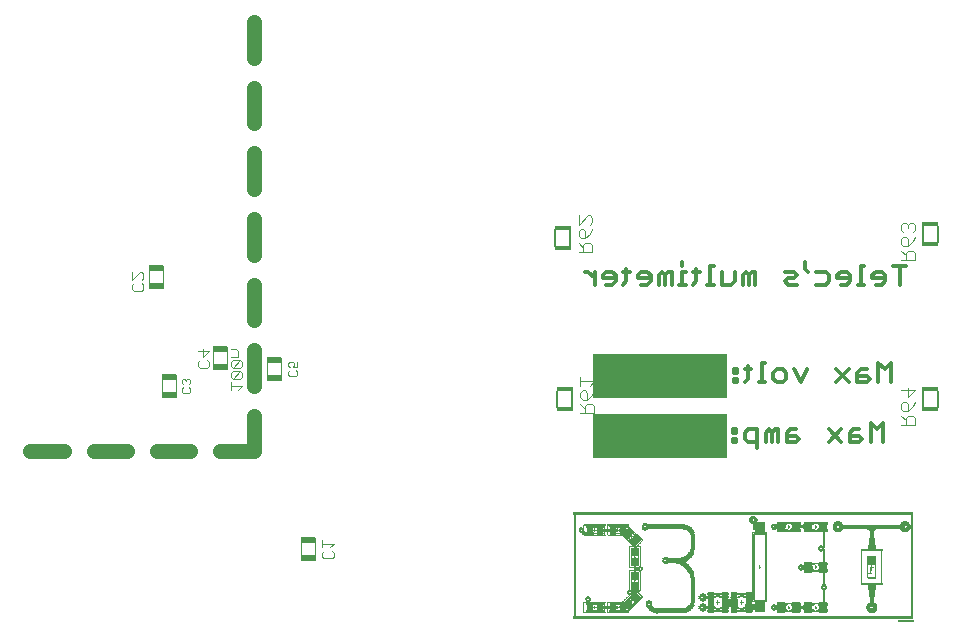
<source format=gbo>
G75*
%MOIN*%
%OFA0B0*%
%FSLAX25Y25*%
%IPPOS*%
%LPD*%
%AMOC8*
5,1,8,0,0,1.08239X$1,22.5*
%
%ADD10C,0.01300*%
%ADD11R,0.45000X0.15000*%
%ADD12R,1.12800X0.00075*%
%ADD13R,1.13100X0.00075*%
%ADD14R,1.13250X0.00075*%
%ADD15R,0.00750X0.00075*%
%ADD16R,0.09750X0.00075*%
%ADD17R,0.00675X0.00075*%
%ADD18R,0.02325X0.00075*%
%ADD19R,0.10650X0.00075*%
%ADD20R,0.07125X0.00075*%
%ADD21R,0.01275X0.00075*%
%ADD22R,0.10950X0.00075*%
%ADD23R,0.01575X0.00075*%
%ADD24R,0.02925X0.00075*%
%ADD25R,0.11325X0.00075*%
%ADD26R,0.00150X0.00075*%
%ADD27R,0.01875X0.00075*%
%ADD28R,0.11625X0.00075*%
%ADD29R,0.02025X0.00075*%
%ADD30R,0.07950X0.00075*%
%ADD31R,0.11925X0.00075*%
%ADD32R,0.02175X0.00075*%
%ADD33R,0.03225X0.00075*%
%ADD34R,0.12150X0.00075*%
%ADD35R,0.00450X0.00075*%
%ADD36R,0.02475X0.00075*%
%ADD37R,0.12450X0.00075*%
%ADD38R,0.00525X0.00075*%
%ADD39R,0.02625X0.00075*%
%ADD40R,0.01350X0.00075*%
%ADD41R,0.00975X0.00075*%
%ADD42R,0.12750X0.00075*%
%ADD43R,0.00225X0.00075*%
%ADD44R,0.05700X0.00075*%
%ADD45R,0.12900X0.00075*%
%ADD46R,0.02775X0.00075*%
%ADD47R,0.00375X0.00075*%
%ADD48R,0.13125X0.00075*%
%ADD49R,0.00300X0.00075*%
%ADD50R,0.05925X0.00075*%
%ADD51R,0.01725X0.00075*%
%ADD52R,0.13350X0.00075*%
%ADD53R,0.05850X0.00075*%
%ADD54R,0.03075X0.00075*%
%ADD55R,0.13500X0.00075*%
%ADD56R,0.02400X0.00075*%
%ADD57R,0.03150X0.00075*%
%ADD58R,0.00825X0.00075*%
%ADD59R,0.13725X0.00075*%
%ADD60R,0.01125X0.00075*%
%ADD61R,0.13950X0.00075*%
%ADD62R,0.03000X0.00075*%
%ADD63R,0.06600X0.00075*%
%ADD64R,0.14100X0.00075*%
%ADD65R,0.03375X0.00075*%
%ADD66R,0.01425X0.00075*%
%ADD67R,0.14250X0.00075*%
%ADD68R,0.14325X0.00075*%
%ADD69R,0.00075X0.00075*%
%ADD70R,0.01650X0.00075*%
%ADD71R,0.14475X0.00075*%
%ADD72R,0.01500X0.00075*%
%ADD73R,0.01950X0.00075*%
%ADD74R,0.11475X0.00075*%
%ADD75R,0.02700X0.00075*%
%ADD76R,0.06900X0.00075*%
%ADD77R,0.03825X0.00075*%
%ADD78R,0.02250X0.00075*%
%ADD79R,0.03600X0.00075*%
%ADD80R,0.02850X0.00075*%
%ADD81R,0.06825X0.00075*%
%ADD82R,0.03750X0.00075*%
%ADD83R,0.09000X0.00075*%
%ADD84R,0.04725X0.00075*%
%ADD85R,0.03525X0.00075*%
%ADD86R,0.01050X0.00075*%
%ADD87R,0.02550X0.00075*%
%ADD88R,0.03675X0.00075*%
%ADD89R,0.00600X0.00075*%
%ADD90R,0.07275X0.00075*%
%ADD91R,0.04275X0.00075*%
%ADD92R,0.07050X0.00075*%
%ADD93R,0.04050X0.00075*%
%ADD94R,0.02100X0.00075*%
%ADD95R,0.07800X0.00075*%
%ADD96R,0.06750X0.00075*%
%ADD97R,0.03900X0.00075*%
%ADD98R,0.06675X0.00075*%
%ADD99R,0.03975X0.00075*%
%ADD100R,0.04125X0.00075*%
%ADD101R,0.04875X0.00075*%
%ADD102R,0.05025X0.00075*%
%ADD103R,0.04200X0.00075*%
%ADD104R,0.01800X0.00075*%
%ADD105R,0.05400X0.00075*%
%ADD106R,0.04350X0.00075*%
%ADD107R,0.04425X0.00075*%
%ADD108R,0.04500X0.00075*%
%ADD109R,0.04575X0.00075*%
%ADD110R,0.00900X0.00075*%
%ADD111R,0.04650X0.00075*%
%ADD112R,0.03450X0.00075*%
%ADD113R,0.08025X0.00075*%
%ADD114R,0.07650X0.00075*%
%ADD115R,0.07575X0.00075*%
%ADD116R,0.07725X0.00075*%
%ADD117R,0.01200X0.00075*%
%ADD118R,0.03300X0.00075*%
%ADD119R,0.07500X0.00075*%
%ADD120R,0.07425X0.00075*%
%ADD121R,0.06300X0.00075*%
%ADD122R,0.06450X0.00075*%
%ADD123R,0.06525X0.00075*%
%ADD124R,0.07200X0.00075*%
%ADD125R,0.08775X0.00075*%
%ADD126R,0.08925X0.00075*%
%ADD127R,0.07875X0.00075*%
%ADD128R,0.08175X0.00075*%
%ADD129R,0.08100X0.00075*%
%ADD130R,0.16500X0.00075*%
%ADD131R,0.25875X0.00075*%
%ADD132R,0.16425X0.00075*%
%ADD133R,0.22125X0.00075*%
%ADD134R,0.16350X0.00075*%
%ADD135R,0.21975X0.00075*%
%ADD136R,0.15000X0.00075*%
%ADD137R,0.21825X0.00075*%
%ADD138R,0.14850X0.00075*%
%ADD139R,0.21675X0.00075*%
%ADD140R,0.14625X0.00075*%
%ADD141R,0.14550X0.00075*%
%ADD142R,0.14175X0.00075*%
%ADD143R,0.15150X0.00075*%
%ADD144R,0.14700X0.00075*%
%ADD145R,0.14025X0.00075*%
%ADD146R,0.13575X0.00075*%
%ADD147R,0.04800X0.00075*%
%ADD148C,0.00000*%
%ADD149C,0.05000*%
%ADD150C,0.00600*%
%ADD151R,0.05600X0.01400*%
%ADD152C,0.00400*%
%ADD153R,0.05118X0.01969*%
%ADD154C,0.00300*%
D10*
X0189194Y0121654D02*
X0190245Y0121654D01*
X0192347Y0119552D01*
X0192347Y0117450D02*
X0192347Y0121654D01*
X0195141Y0120603D02*
X0195141Y0119552D01*
X0199345Y0119552D01*
X0199345Y0120603D02*
X0198294Y0121654D01*
X0196192Y0121654D01*
X0195141Y0120603D01*
X0196192Y0117450D02*
X0198294Y0117450D01*
X0199345Y0118501D01*
X0199345Y0120603D01*
X0201908Y0121654D02*
X0204010Y0121654D01*
X0202959Y0122704D02*
X0202959Y0118501D01*
X0201908Y0117450D01*
X0206804Y0119552D02*
X0211008Y0119552D01*
X0211008Y0120603D02*
X0209957Y0121654D01*
X0207855Y0121654D01*
X0206804Y0120603D01*
X0206804Y0119552D01*
X0207855Y0117450D02*
X0209957Y0117450D01*
X0211008Y0118501D01*
X0211008Y0120603D01*
X0213802Y0120603D02*
X0213802Y0117450D01*
X0215904Y0117450D02*
X0215904Y0120603D01*
X0214853Y0121654D01*
X0213802Y0120603D01*
X0215904Y0120603D02*
X0216955Y0121654D01*
X0218006Y0121654D01*
X0218006Y0117450D01*
X0220570Y0117450D02*
X0222671Y0117450D01*
X0221620Y0117450D02*
X0221620Y0121654D01*
X0222671Y0121654D01*
X0221620Y0123755D02*
X0221620Y0124806D01*
X0225235Y0121654D02*
X0227337Y0121654D01*
X0226286Y0122704D02*
X0226286Y0118501D01*
X0225235Y0117450D01*
X0229900Y0117450D02*
X0232002Y0117450D01*
X0230951Y0117450D02*
X0230951Y0123755D01*
X0232002Y0123755D01*
X0234796Y0121654D02*
X0234796Y0117450D01*
X0237949Y0117450D01*
X0239000Y0118501D01*
X0239000Y0121654D01*
X0241794Y0120603D02*
X0241794Y0117450D01*
X0243896Y0117450D02*
X0243896Y0120603D01*
X0242845Y0121654D01*
X0241794Y0120603D01*
X0243896Y0120603D02*
X0244947Y0121654D01*
X0245998Y0121654D01*
X0245998Y0117450D01*
X0255790Y0118501D02*
X0256841Y0119552D01*
X0258943Y0119552D01*
X0259994Y0120603D01*
X0258943Y0121654D01*
X0255790Y0121654D01*
X0255790Y0118501D02*
X0256841Y0117450D01*
X0259994Y0117450D01*
X0263493Y0121654D02*
X0262442Y0122704D01*
X0262442Y0124806D01*
X0266287Y0121654D02*
X0269440Y0121654D01*
X0270491Y0120603D01*
X0270491Y0118501D01*
X0269440Y0117450D01*
X0266287Y0117450D01*
X0273285Y0119552D02*
X0277489Y0119552D01*
X0277489Y0120603D02*
X0276438Y0121654D01*
X0274336Y0121654D01*
X0273285Y0120603D01*
X0273285Y0119552D01*
X0274336Y0117450D02*
X0276438Y0117450D01*
X0277489Y0118501D01*
X0277489Y0120603D01*
X0280052Y0117450D02*
X0282154Y0117450D01*
X0281103Y0117450D02*
X0281103Y0123755D01*
X0282154Y0123755D01*
X0284948Y0120603D02*
X0284948Y0119552D01*
X0289152Y0119552D01*
X0289152Y0120603D02*
X0288101Y0121654D01*
X0285999Y0121654D01*
X0284948Y0120603D01*
X0285999Y0117450D02*
X0288101Y0117450D01*
X0289152Y0118501D01*
X0289152Y0120603D01*
X0294048Y0123755D02*
X0294048Y0117450D01*
X0296150Y0123755D02*
X0291946Y0123755D01*
X0291150Y0091255D02*
X0289048Y0089154D01*
X0286946Y0091255D01*
X0286946Y0084950D01*
X0284152Y0086001D02*
X0283101Y0087052D01*
X0279948Y0087052D01*
X0279948Y0088103D02*
X0279948Y0084950D01*
X0283101Y0084950D01*
X0284152Y0086001D01*
X0280999Y0089154D02*
X0279948Y0088103D01*
X0280999Y0089154D02*
X0283101Y0089154D01*
X0277154Y0089154D02*
X0272950Y0084950D01*
X0277154Y0084950D02*
X0272950Y0089154D01*
X0263158Y0089154D02*
X0261056Y0084950D01*
X0258955Y0089154D01*
X0256160Y0088103D02*
X0256160Y0086001D01*
X0255109Y0084950D01*
X0253007Y0084950D01*
X0251957Y0086001D01*
X0251957Y0088103D01*
X0253007Y0089154D01*
X0255109Y0089154D01*
X0256160Y0088103D01*
X0249162Y0091255D02*
X0248111Y0091255D01*
X0248111Y0084950D01*
X0249162Y0084950D02*
X0247060Y0084950D01*
X0243446Y0086001D02*
X0242395Y0084950D01*
X0243446Y0086001D02*
X0243446Y0090204D01*
X0244497Y0089154D02*
X0242395Y0089154D01*
X0239832Y0089154D02*
X0239832Y0088103D01*
X0238781Y0088103D01*
X0238781Y0089154D01*
X0239832Y0089154D01*
X0239832Y0086001D02*
X0238781Y0086001D01*
X0238781Y0084950D01*
X0239832Y0084950D01*
X0239832Y0086001D01*
X0239664Y0069154D02*
X0238613Y0069154D01*
X0238613Y0068103D01*
X0239664Y0068103D01*
X0239664Y0069154D01*
X0242459Y0068103D02*
X0242459Y0066001D01*
X0243509Y0064950D01*
X0246662Y0064950D01*
X0246662Y0062848D02*
X0246662Y0069154D01*
X0243509Y0069154D01*
X0242459Y0068103D01*
X0239664Y0066001D02*
X0238613Y0066001D01*
X0238613Y0064950D01*
X0239664Y0064950D01*
X0239664Y0066001D01*
X0249457Y0064950D02*
X0249457Y0068103D01*
X0250507Y0069154D01*
X0251558Y0068103D01*
X0251558Y0064950D01*
X0253660Y0064950D02*
X0253660Y0069154D01*
X0252609Y0069154D01*
X0251558Y0068103D01*
X0256455Y0068103D02*
X0256455Y0064950D01*
X0259607Y0064950D01*
X0260658Y0066001D01*
X0259607Y0067052D01*
X0256455Y0067052D01*
X0256455Y0068103D02*
X0257505Y0069154D01*
X0259607Y0069154D01*
X0270450Y0069154D02*
X0274654Y0064950D01*
X0277448Y0064950D02*
X0277448Y0068103D01*
X0278499Y0069154D01*
X0280601Y0069154D01*
X0280601Y0067052D02*
X0277448Y0067052D01*
X0277448Y0064950D02*
X0280601Y0064950D01*
X0281652Y0066001D01*
X0280601Y0067052D01*
X0284446Y0064950D02*
X0284446Y0071255D01*
X0286548Y0069154D01*
X0288650Y0071255D01*
X0288650Y0064950D01*
X0274654Y0069154D02*
X0270450Y0064950D01*
X0291150Y0084950D02*
X0291150Y0091255D01*
D11*
X0214300Y0086800D03*
X0214300Y0066800D03*
D12*
X0241987Y0041400D03*
X0241987Y0005925D03*
D13*
X0241987Y0006000D03*
X0241987Y0006075D03*
X0241987Y0041250D03*
X0241987Y0041325D03*
D14*
X0241987Y0041175D03*
X0241987Y0041100D03*
X0241987Y0041025D03*
X0241987Y0040950D03*
X0241987Y0040875D03*
X0241987Y0040800D03*
X0241987Y0040725D03*
X0241987Y0006525D03*
X0241987Y0006450D03*
X0241987Y0006375D03*
X0241987Y0006300D03*
X0241987Y0006225D03*
X0241987Y0006150D03*
D15*
X0268688Y0011250D03*
X0268688Y0011325D03*
X0268688Y0011400D03*
X0268688Y0011475D03*
X0268688Y0011550D03*
X0268688Y0011625D03*
X0268688Y0011700D03*
X0268688Y0011775D03*
X0268688Y0011850D03*
X0268688Y0011925D03*
X0268688Y0012000D03*
X0268688Y0012075D03*
X0268688Y0012150D03*
X0268688Y0012225D03*
X0268688Y0012300D03*
X0268688Y0012375D03*
X0268688Y0012450D03*
X0268688Y0012525D03*
X0268688Y0012600D03*
X0268688Y0012675D03*
X0268688Y0012750D03*
X0268688Y0012825D03*
X0268688Y0012900D03*
X0268688Y0012975D03*
X0268688Y0013050D03*
X0268688Y0013125D03*
X0268688Y0013200D03*
X0268688Y0013275D03*
X0268688Y0013350D03*
X0268688Y0013425D03*
X0268688Y0013500D03*
X0268688Y0013575D03*
X0268688Y0013650D03*
X0268688Y0013725D03*
X0268688Y0013800D03*
X0268688Y0013875D03*
X0268688Y0013950D03*
X0268688Y0014025D03*
X0268688Y0014100D03*
X0268688Y0014175D03*
X0268688Y0014250D03*
X0268688Y0014325D03*
X0268688Y0014400D03*
X0268688Y0014475D03*
X0268688Y0014550D03*
X0268688Y0014625D03*
X0268688Y0014700D03*
X0268688Y0014775D03*
X0268688Y0014850D03*
X0268688Y0014925D03*
X0268688Y0015000D03*
X0268688Y0015075D03*
X0268688Y0015150D03*
X0268688Y0015225D03*
X0268688Y0015300D03*
X0268688Y0015375D03*
X0268688Y0017325D03*
X0268688Y0017400D03*
X0268688Y0017475D03*
X0268688Y0017550D03*
X0268688Y0017625D03*
X0268688Y0017700D03*
X0268688Y0017775D03*
X0268688Y0017850D03*
X0268688Y0017925D03*
X0268688Y0018000D03*
X0268688Y0018075D03*
X0268688Y0018150D03*
X0268688Y0018225D03*
X0268688Y0018300D03*
X0268688Y0018375D03*
X0268688Y0018450D03*
X0268688Y0018525D03*
X0268688Y0018600D03*
X0268688Y0018675D03*
X0268688Y0018750D03*
X0268688Y0018825D03*
X0268688Y0018900D03*
X0268688Y0018975D03*
X0268688Y0019050D03*
X0268688Y0019125D03*
X0268688Y0019200D03*
X0268688Y0019275D03*
X0268688Y0019350D03*
X0268688Y0019425D03*
X0268688Y0019500D03*
X0268688Y0019575D03*
X0268688Y0019650D03*
X0268688Y0019725D03*
X0268688Y0019800D03*
X0268688Y0019875D03*
X0268688Y0019950D03*
X0268688Y0020025D03*
X0268688Y0020100D03*
X0268688Y0020175D03*
X0268688Y0020250D03*
X0268688Y0020325D03*
X0268688Y0020400D03*
X0268688Y0020475D03*
X0268688Y0020550D03*
X0268688Y0020625D03*
X0268688Y0020700D03*
X0268688Y0020775D03*
X0268688Y0020850D03*
X0268688Y0020925D03*
X0268688Y0021000D03*
X0268688Y0021075D03*
X0268688Y0021150D03*
X0268688Y0021225D03*
X0268688Y0021300D03*
X0268688Y0021375D03*
X0268688Y0024675D03*
X0268688Y0024750D03*
X0268688Y0024825D03*
X0268688Y0024900D03*
X0268688Y0024975D03*
X0268688Y0025050D03*
X0268688Y0025125D03*
X0268688Y0025200D03*
X0268688Y0025275D03*
X0268688Y0025350D03*
X0268688Y0025425D03*
X0268688Y0025500D03*
X0268688Y0025575D03*
X0268688Y0025650D03*
X0268688Y0025725D03*
X0268688Y0025800D03*
X0268688Y0025875D03*
X0268688Y0025950D03*
X0268688Y0026025D03*
X0268688Y0026100D03*
X0268688Y0026175D03*
X0268688Y0026250D03*
X0268688Y0026325D03*
X0268688Y0026400D03*
X0268688Y0026475D03*
X0268688Y0026550D03*
X0268688Y0026625D03*
X0268688Y0026700D03*
X0268688Y0026775D03*
X0268688Y0026850D03*
X0268688Y0026925D03*
X0268688Y0027000D03*
X0268688Y0027075D03*
X0268688Y0027150D03*
X0268688Y0027225D03*
X0268688Y0027300D03*
X0268688Y0027375D03*
X0268688Y0027450D03*
X0268688Y0027525D03*
X0268688Y0027600D03*
X0268688Y0027675D03*
X0268688Y0027750D03*
X0268688Y0027825D03*
X0268688Y0027900D03*
X0268688Y0027975D03*
X0268688Y0028050D03*
X0268688Y0028125D03*
X0268688Y0028200D03*
X0268688Y0028275D03*
X0268688Y0028350D03*
X0268688Y0028425D03*
X0268688Y0030075D03*
X0268688Y0030150D03*
X0268688Y0030225D03*
X0268688Y0030300D03*
X0268688Y0030375D03*
X0268688Y0030450D03*
X0268688Y0030525D03*
X0268688Y0030600D03*
X0268688Y0030675D03*
X0268688Y0030750D03*
X0268688Y0030825D03*
X0268688Y0030900D03*
X0268688Y0030975D03*
X0268688Y0031050D03*
X0268688Y0031125D03*
X0268688Y0031200D03*
X0268688Y0031275D03*
X0268688Y0031350D03*
X0268688Y0031425D03*
X0268688Y0031500D03*
X0268688Y0031575D03*
X0268688Y0031650D03*
X0268688Y0031725D03*
X0268688Y0031800D03*
X0268688Y0031875D03*
X0268688Y0031950D03*
X0268688Y0032025D03*
X0268688Y0032100D03*
X0268688Y0032175D03*
X0268688Y0032250D03*
X0268688Y0032325D03*
X0268688Y0032400D03*
X0268688Y0032475D03*
X0268688Y0032550D03*
X0268688Y0032625D03*
X0268688Y0032700D03*
X0268688Y0032775D03*
X0268688Y0032850D03*
X0268688Y0032925D03*
X0268688Y0033000D03*
X0268688Y0033075D03*
X0268688Y0033150D03*
X0268688Y0033225D03*
X0268688Y0033300D03*
X0268688Y0033375D03*
X0268688Y0033450D03*
X0268688Y0033525D03*
X0268688Y0033600D03*
X0268688Y0033675D03*
X0268688Y0033750D03*
X0268688Y0033825D03*
X0268688Y0033900D03*
X0268688Y0033975D03*
X0268688Y0034050D03*
X0268688Y0034125D03*
X0268688Y0034200D03*
X0268688Y0034275D03*
X0268688Y0034350D03*
X0268688Y0034425D03*
X0268688Y0034500D03*
X0268688Y0034575D03*
X0268688Y0034650D03*
X0268688Y0034725D03*
X0268688Y0034800D03*
X0268688Y0034875D03*
X0245362Y0036375D03*
X0245362Y0036450D03*
X0245362Y0036525D03*
X0245362Y0036600D03*
X0245362Y0036675D03*
X0245362Y0036750D03*
X0245362Y0036825D03*
X0245362Y0036900D03*
X0245362Y0036975D03*
X0245362Y0037050D03*
X0245362Y0037125D03*
X0245362Y0037200D03*
X0245362Y0037275D03*
X0245362Y0037350D03*
X0245362Y0037425D03*
X0245362Y0037500D03*
X0206212Y0033450D03*
X0203587Y0032700D03*
X0203512Y0032775D03*
X0203437Y0032850D03*
X0205987Y0030300D03*
X0205987Y0030225D03*
X0205987Y0030150D03*
X0205987Y0029700D03*
X0205987Y0029625D03*
X0205987Y0029550D03*
X0205987Y0029475D03*
X0205987Y0029400D03*
X0205987Y0029325D03*
X0205987Y0023550D03*
X0205987Y0023475D03*
X0205987Y0023400D03*
X0205987Y0023325D03*
X0205987Y0023250D03*
X0205987Y0023175D03*
X0205987Y0023100D03*
X0205987Y0021975D03*
X0205987Y0021900D03*
X0205987Y0021825D03*
X0205987Y0021750D03*
X0205987Y0021675D03*
X0205987Y0021600D03*
X0205987Y0021525D03*
X0205987Y0021450D03*
X0206062Y0015675D03*
X0206062Y0015600D03*
X0206062Y0015525D03*
X0206062Y0015450D03*
X0206062Y0015375D03*
X0206062Y0015300D03*
X0213187Y0007725D03*
X0190237Y0011100D03*
X0190237Y0011175D03*
X0190237Y0011250D03*
X0190237Y0011475D03*
X0190237Y0011550D03*
X0185737Y0011550D03*
X0185737Y0011625D03*
X0185737Y0011700D03*
X0185737Y0011775D03*
X0185737Y0011850D03*
X0185737Y0011925D03*
X0185737Y0012000D03*
X0185737Y0012075D03*
X0185737Y0012150D03*
X0185737Y0012225D03*
X0185737Y0012300D03*
X0185737Y0012375D03*
X0185737Y0012450D03*
X0185737Y0012525D03*
X0185737Y0012600D03*
X0185737Y0012675D03*
X0185737Y0012750D03*
X0185737Y0012825D03*
X0185737Y0012900D03*
X0185737Y0012975D03*
X0185737Y0013050D03*
X0185737Y0013125D03*
X0185737Y0013200D03*
X0185737Y0013275D03*
X0185737Y0013350D03*
X0185737Y0013425D03*
X0185737Y0013500D03*
X0185737Y0013575D03*
X0185737Y0013650D03*
X0185737Y0013725D03*
X0185737Y0013800D03*
X0185737Y0013875D03*
X0185737Y0013950D03*
X0185737Y0014025D03*
X0185737Y0014100D03*
X0185737Y0014175D03*
X0185737Y0014250D03*
X0185737Y0014325D03*
X0185737Y0014400D03*
X0185737Y0014475D03*
X0185737Y0014550D03*
X0185737Y0014625D03*
X0185737Y0014700D03*
X0185737Y0014775D03*
X0185737Y0014850D03*
X0185737Y0014925D03*
X0185737Y0015000D03*
X0185737Y0015075D03*
X0185737Y0015150D03*
X0185737Y0015225D03*
X0185737Y0015300D03*
X0185737Y0015375D03*
X0185737Y0015450D03*
X0185737Y0015525D03*
X0185737Y0015600D03*
X0185737Y0015675D03*
X0185737Y0015750D03*
X0185737Y0015825D03*
X0185737Y0015900D03*
X0185737Y0015975D03*
X0185737Y0016050D03*
X0185737Y0016125D03*
X0185737Y0016200D03*
X0185737Y0016275D03*
X0185737Y0016350D03*
X0185737Y0016425D03*
X0185737Y0016500D03*
X0185737Y0016575D03*
X0185737Y0016650D03*
X0185737Y0016725D03*
X0185737Y0016800D03*
X0185737Y0016875D03*
X0185737Y0016950D03*
X0185737Y0017025D03*
X0185737Y0017100D03*
X0185737Y0017175D03*
X0185737Y0017250D03*
X0185737Y0017325D03*
X0185737Y0017400D03*
X0185737Y0017475D03*
X0185737Y0017550D03*
X0185737Y0017625D03*
X0185737Y0017700D03*
X0185737Y0017775D03*
X0185737Y0017850D03*
X0185737Y0017925D03*
X0185737Y0018000D03*
X0185737Y0018075D03*
X0185737Y0018150D03*
X0185737Y0018225D03*
X0185737Y0018300D03*
X0185737Y0018375D03*
X0185737Y0018450D03*
X0185737Y0018525D03*
X0185737Y0018600D03*
X0185737Y0018675D03*
X0185737Y0018750D03*
X0185737Y0018825D03*
X0185737Y0018900D03*
X0185737Y0018975D03*
X0185737Y0019050D03*
X0185737Y0019125D03*
X0185737Y0019200D03*
X0185737Y0019275D03*
X0185737Y0019350D03*
X0185737Y0019425D03*
X0185737Y0019500D03*
X0185737Y0019575D03*
X0185737Y0019650D03*
X0185737Y0019725D03*
X0185737Y0019800D03*
X0185737Y0019875D03*
X0185737Y0019950D03*
X0185737Y0020025D03*
X0185737Y0020100D03*
X0185737Y0020175D03*
X0185737Y0020250D03*
X0185737Y0020325D03*
X0185737Y0020400D03*
X0185737Y0020475D03*
X0185737Y0020550D03*
X0185737Y0020625D03*
X0185737Y0020700D03*
X0185737Y0020775D03*
X0185737Y0020850D03*
X0185737Y0020925D03*
X0185737Y0021000D03*
X0185737Y0021075D03*
X0185737Y0021150D03*
X0185737Y0021225D03*
X0185737Y0021300D03*
X0185737Y0021375D03*
X0185737Y0021450D03*
X0185737Y0021525D03*
X0185737Y0021600D03*
X0185737Y0021675D03*
X0185737Y0021750D03*
X0185737Y0021825D03*
X0185737Y0021900D03*
X0185737Y0021975D03*
X0185737Y0022050D03*
X0185737Y0022125D03*
X0185737Y0022200D03*
X0185737Y0022275D03*
X0185737Y0022350D03*
X0185737Y0022425D03*
X0185737Y0022500D03*
X0185737Y0022575D03*
X0185737Y0022650D03*
X0185737Y0022725D03*
X0185737Y0022800D03*
X0185737Y0022875D03*
X0185737Y0022950D03*
X0185737Y0023025D03*
X0185737Y0023100D03*
X0185737Y0023175D03*
X0185737Y0023250D03*
X0185737Y0023325D03*
X0185737Y0023400D03*
X0185737Y0023475D03*
X0185737Y0023550D03*
X0185737Y0023625D03*
X0185737Y0023700D03*
X0185737Y0023775D03*
X0185737Y0023850D03*
X0185737Y0023925D03*
X0185737Y0024000D03*
X0185737Y0024075D03*
X0185737Y0024150D03*
X0185737Y0024225D03*
X0185737Y0024300D03*
X0185737Y0024375D03*
X0185737Y0024450D03*
X0185737Y0024525D03*
X0185737Y0024600D03*
X0185737Y0024675D03*
X0185737Y0024750D03*
X0185737Y0024825D03*
X0185737Y0024900D03*
X0185737Y0024975D03*
X0185737Y0025050D03*
X0185737Y0025125D03*
X0185737Y0025200D03*
X0185737Y0025275D03*
X0185737Y0025350D03*
X0185737Y0025425D03*
X0185737Y0025500D03*
X0185737Y0025575D03*
X0185737Y0025650D03*
X0185737Y0025725D03*
X0185737Y0025800D03*
X0185737Y0025875D03*
X0185737Y0025950D03*
X0185737Y0026025D03*
X0185737Y0026100D03*
X0185737Y0026175D03*
X0185737Y0026250D03*
X0185737Y0026325D03*
X0185737Y0026400D03*
X0185737Y0026475D03*
X0185737Y0026550D03*
X0185737Y0026625D03*
X0185737Y0026700D03*
X0185737Y0026775D03*
X0185737Y0026850D03*
X0185737Y0026925D03*
X0185737Y0027000D03*
X0185737Y0027075D03*
X0185737Y0027150D03*
X0185737Y0027225D03*
X0185737Y0027300D03*
X0185737Y0027375D03*
X0185737Y0027450D03*
X0185737Y0027525D03*
X0185737Y0027600D03*
X0185737Y0027675D03*
X0185737Y0027750D03*
X0185737Y0027825D03*
X0185737Y0027900D03*
X0185737Y0027975D03*
X0185737Y0028050D03*
X0185737Y0028125D03*
X0185737Y0028200D03*
X0185737Y0028275D03*
X0185737Y0028350D03*
X0185737Y0028425D03*
X0185737Y0028500D03*
X0185737Y0028575D03*
X0185737Y0028650D03*
X0185737Y0028725D03*
X0185737Y0028800D03*
X0185737Y0028875D03*
X0185737Y0028950D03*
X0185737Y0029025D03*
X0185737Y0029100D03*
X0185737Y0029175D03*
X0185737Y0029250D03*
X0185737Y0029325D03*
X0185737Y0029400D03*
X0185737Y0029475D03*
X0185737Y0029550D03*
X0185737Y0029625D03*
X0185737Y0029700D03*
X0185737Y0029775D03*
X0185737Y0029850D03*
X0185737Y0029925D03*
X0185737Y0030000D03*
X0185737Y0030075D03*
X0185737Y0030150D03*
X0185737Y0030225D03*
X0185737Y0030300D03*
X0185737Y0030375D03*
X0185737Y0030450D03*
X0185737Y0030525D03*
X0185737Y0030600D03*
X0185737Y0030675D03*
X0185737Y0030750D03*
X0185737Y0030825D03*
X0185737Y0030900D03*
X0185737Y0030975D03*
X0185737Y0031050D03*
X0185737Y0031125D03*
X0185737Y0031200D03*
X0185737Y0031275D03*
X0185737Y0031350D03*
X0185737Y0031425D03*
X0185737Y0031500D03*
X0185737Y0031575D03*
X0185737Y0031650D03*
X0185737Y0031725D03*
X0185737Y0031800D03*
X0185737Y0031875D03*
X0185737Y0031950D03*
X0185737Y0032025D03*
X0185737Y0032100D03*
X0185737Y0032175D03*
X0185737Y0032250D03*
X0185737Y0032325D03*
X0185737Y0032400D03*
X0185737Y0032475D03*
X0185737Y0032550D03*
X0185737Y0032625D03*
X0185737Y0032700D03*
X0185737Y0032775D03*
X0185737Y0032850D03*
X0185737Y0032925D03*
X0185737Y0033000D03*
X0185737Y0033075D03*
X0185737Y0033150D03*
X0185737Y0033225D03*
X0185737Y0033300D03*
X0185737Y0033375D03*
X0185737Y0033450D03*
X0185737Y0033525D03*
X0185737Y0033600D03*
X0185737Y0033675D03*
X0185737Y0033750D03*
X0185737Y0033825D03*
X0185737Y0033900D03*
X0185737Y0033975D03*
X0185737Y0034050D03*
X0185737Y0034125D03*
X0185737Y0034200D03*
X0185737Y0034275D03*
X0185737Y0034350D03*
X0185737Y0034425D03*
X0185737Y0034500D03*
X0185737Y0034575D03*
X0185737Y0034650D03*
X0185737Y0034725D03*
X0185737Y0034800D03*
X0185737Y0034875D03*
X0185737Y0034950D03*
X0185737Y0035025D03*
X0185737Y0035100D03*
X0185737Y0035175D03*
X0185737Y0035250D03*
X0185737Y0035325D03*
X0185737Y0035400D03*
X0185737Y0035475D03*
X0185737Y0035550D03*
X0185737Y0035625D03*
X0185737Y0035700D03*
X0185737Y0035775D03*
X0185737Y0035850D03*
X0185737Y0035925D03*
X0185737Y0036000D03*
X0185737Y0036075D03*
X0185737Y0036150D03*
X0185737Y0036225D03*
X0185737Y0036300D03*
X0185737Y0036375D03*
X0185737Y0036450D03*
X0185737Y0036525D03*
X0185737Y0036600D03*
X0185737Y0036675D03*
X0185737Y0036750D03*
X0185737Y0036825D03*
X0185737Y0036900D03*
X0185737Y0036975D03*
X0185737Y0037050D03*
X0185737Y0037125D03*
X0185737Y0037200D03*
X0185737Y0037275D03*
X0185737Y0037350D03*
X0185737Y0037425D03*
X0185737Y0037500D03*
X0185737Y0037575D03*
X0185737Y0037650D03*
X0185737Y0037725D03*
X0185737Y0037800D03*
X0185737Y0037875D03*
X0185737Y0037950D03*
X0185737Y0038025D03*
X0185737Y0038100D03*
X0185737Y0038175D03*
X0185737Y0038250D03*
X0185737Y0038325D03*
X0185737Y0038400D03*
X0185737Y0038475D03*
X0185737Y0038550D03*
X0185737Y0038625D03*
X0185737Y0038700D03*
X0185737Y0038775D03*
X0185737Y0038850D03*
X0185737Y0038925D03*
X0185737Y0039000D03*
X0185737Y0039075D03*
X0185737Y0039150D03*
X0185737Y0039225D03*
X0185737Y0039300D03*
X0185737Y0039375D03*
X0185737Y0039450D03*
X0185737Y0039525D03*
X0185737Y0039600D03*
X0185737Y0039675D03*
X0185737Y0039750D03*
X0185737Y0039825D03*
X0185737Y0039900D03*
X0185737Y0039975D03*
X0185737Y0040050D03*
X0185737Y0040125D03*
X0185737Y0040200D03*
X0185737Y0040275D03*
X0185737Y0040350D03*
X0185737Y0040425D03*
X0185737Y0040500D03*
X0185737Y0040575D03*
X0185737Y0040650D03*
X0188662Y0035550D03*
X0188662Y0035475D03*
X0188662Y0035400D03*
X0188662Y0035325D03*
X0188662Y0035250D03*
X0185737Y0011475D03*
X0185737Y0011400D03*
X0185737Y0011325D03*
X0185737Y0011250D03*
X0185737Y0011175D03*
X0185737Y0011100D03*
X0185737Y0011025D03*
X0185737Y0010950D03*
X0185737Y0010875D03*
X0185737Y0010800D03*
X0185737Y0010725D03*
X0185737Y0010650D03*
X0185737Y0010575D03*
X0185737Y0010500D03*
X0185737Y0010425D03*
X0185737Y0010350D03*
X0185737Y0010275D03*
X0185737Y0010200D03*
X0185737Y0010125D03*
X0185737Y0010050D03*
X0185737Y0009975D03*
X0185737Y0009900D03*
X0185737Y0009825D03*
X0185737Y0009750D03*
X0185737Y0009675D03*
X0185737Y0009600D03*
X0185737Y0009525D03*
X0185737Y0009450D03*
X0185737Y0009375D03*
X0185737Y0009300D03*
X0185737Y0009225D03*
X0185737Y0009150D03*
X0185737Y0009075D03*
X0185737Y0009000D03*
X0185737Y0008925D03*
X0185737Y0008850D03*
X0185737Y0008775D03*
X0185737Y0008700D03*
X0185737Y0008625D03*
X0185737Y0008550D03*
X0185737Y0008475D03*
X0185737Y0008400D03*
X0185737Y0008325D03*
X0185737Y0008250D03*
X0185737Y0008175D03*
X0185737Y0008100D03*
X0185737Y0008025D03*
X0185737Y0007950D03*
X0185737Y0007875D03*
X0185737Y0007800D03*
X0185737Y0007725D03*
X0185737Y0007650D03*
X0185737Y0007575D03*
X0185737Y0007500D03*
X0185737Y0007425D03*
X0185737Y0007350D03*
X0185737Y0007275D03*
X0185737Y0007200D03*
X0185737Y0007125D03*
X0185737Y0007050D03*
X0185737Y0006975D03*
X0185737Y0006900D03*
X0185737Y0006825D03*
X0185737Y0006750D03*
X0185737Y0006675D03*
X0298238Y0006675D03*
X0298238Y0006750D03*
X0298238Y0006825D03*
X0298238Y0006900D03*
X0298238Y0006975D03*
X0298238Y0007050D03*
X0298238Y0007125D03*
X0298238Y0007200D03*
X0298238Y0007275D03*
X0298238Y0007350D03*
X0298238Y0007425D03*
X0298238Y0007500D03*
X0298238Y0007575D03*
X0298238Y0007650D03*
X0298238Y0007725D03*
X0298238Y0007800D03*
X0298238Y0007875D03*
X0298238Y0007950D03*
X0298238Y0008025D03*
X0298238Y0008100D03*
X0298238Y0008175D03*
X0298238Y0008250D03*
X0298238Y0008325D03*
X0298238Y0008400D03*
X0298238Y0008475D03*
X0298238Y0008550D03*
X0298238Y0008625D03*
X0298238Y0008700D03*
X0298238Y0008775D03*
X0298238Y0008850D03*
X0298238Y0008925D03*
X0298238Y0009000D03*
X0298238Y0009075D03*
X0298238Y0009150D03*
X0298238Y0009225D03*
X0298238Y0009300D03*
X0298238Y0009375D03*
X0298238Y0009450D03*
X0298238Y0009525D03*
X0298238Y0009600D03*
X0298238Y0009675D03*
X0298238Y0009750D03*
X0298238Y0009825D03*
X0298238Y0009900D03*
X0298238Y0009975D03*
X0298238Y0010050D03*
X0298238Y0010125D03*
X0298238Y0010200D03*
X0298238Y0010275D03*
X0298238Y0010350D03*
X0298238Y0010425D03*
X0298238Y0010500D03*
X0298238Y0010575D03*
X0298238Y0010650D03*
X0298238Y0010725D03*
X0298238Y0010800D03*
X0298238Y0010875D03*
X0298238Y0010950D03*
X0298238Y0011025D03*
X0298238Y0011100D03*
X0298238Y0011175D03*
X0298238Y0011250D03*
X0298238Y0011325D03*
X0298238Y0011400D03*
X0298238Y0011475D03*
X0298238Y0011550D03*
X0298238Y0011625D03*
X0298238Y0011700D03*
X0298238Y0011775D03*
X0298238Y0011850D03*
X0298238Y0011925D03*
X0298238Y0012000D03*
X0298238Y0012075D03*
X0298238Y0012150D03*
X0298238Y0012225D03*
X0298238Y0012300D03*
X0298238Y0012375D03*
X0298238Y0012450D03*
X0298238Y0012525D03*
X0298238Y0012600D03*
X0298238Y0012675D03*
X0298238Y0012750D03*
X0298238Y0012825D03*
X0298238Y0012900D03*
X0298238Y0012975D03*
X0298238Y0013050D03*
X0298238Y0013125D03*
X0298238Y0013200D03*
X0298238Y0013275D03*
X0298238Y0013350D03*
X0298238Y0013425D03*
X0298238Y0013500D03*
X0298238Y0013575D03*
X0298238Y0013650D03*
X0298238Y0013725D03*
X0298238Y0013800D03*
X0298238Y0013875D03*
X0298238Y0013950D03*
X0298238Y0014025D03*
X0298238Y0014100D03*
X0298238Y0014175D03*
X0298238Y0014250D03*
X0298238Y0014325D03*
X0298238Y0014400D03*
X0298238Y0014475D03*
X0298238Y0014550D03*
X0298238Y0014625D03*
X0298238Y0014700D03*
X0298238Y0014775D03*
X0298238Y0014850D03*
X0298238Y0014925D03*
X0298238Y0015000D03*
X0298238Y0015075D03*
X0298238Y0015150D03*
X0298238Y0015225D03*
X0298238Y0015300D03*
X0298238Y0015375D03*
X0298238Y0015450D03*
X0298238Y0015525D03*
X0298238Y0015600D03*
X0298238Y0015675D03*
X0298238Y0015750D03*
X0298238Y0015825D03*
X0298238Y0015900D03*
X0298238Y0015975D03*
X0298238Y0016050D03*
X0298238Y0016125D03*
X0298238Y0016200D03*
X0298238Y0016275D03*
X0298238Y0016350D03*
X0298238Y0016425D03*
X0298238Y0016500D03*
X0298238Y0016575D03*
X0298238Y0016650D03*
X0298238Y0016725D03*
X0298238Y0016800D03*
X0298238Y0016875D03*
X0298238Y0016950D03*
X0298238Y0017025D03*
X0298238Y0017100D03*
X0298238Y0017175D03*
X0298238Y0017250D03*
X0298238Y0017325D03*
X0298238Y0017400D03*
X0298238Y0017475D03*
X0298238Y0017550D03*
X0298238Y0017625D03*
X0298238Y0017700D03*
X0298238Y0017775D03*
X0298238Y0017850D03*
X0298238Y0017925D03*
X0298238Y0018000D03*
X0298238Y0018075D03*
X0298238Y0018150D03*
X0298238Y0018225D03*
X0298238Y0018300D03*
X0298238Y0018375D03*
X0298238Y0018450D03*
X0298238Y0018525D03*
X0298238Y0018600D03*
X0298238Y0018675D03*
X0298238Y0018750D03*
X0298238Y0018825D03*
X0298238Y0018900D03*
X0298238Y0018975D03*
X0298238Y0019050D03*
X0298238Y0019125D03*
X0298238Y0019200D03*
X0298238Y0019275D03*
X0298238Y0019350D03*
X0298238Y0019425D03*
X0298238Y0019500D03*
X0298238Y0019575D03*
X0298238Y0019650D03*
X0298238Y0019725D03*
X0298238Y0019800D03*
X0298238Y0019875D03*
X0298238Y0019950D03*
X0298238Y0020025D03*
X0298238Y0020100D03*
X0298238Y0020175D03*
X0298238Y0020250D03*
X0298238Y0020325D03*
X0298238Y0020400D03*
X0298238Y0020475D03*
X0298238Y0020550D03*
X0298238Y0020625D03*
X0298238Y0020700D03*
X0298238Y0020775D03*
X0298238Y0020850D03*
X0298238Y0020925D03*
X0298238Y0021000D03*
X0298238Y0021075D03*
X0298238Y0021150D03*
X0298238Y0021225D03*
X0298238Y0021300D03*
X0298238Y0021375D03*
X0298238Y0021450D03*
X0298238Y0021525D03*
X0298238Y0021600D03*
X0298238Y0021675D03*
X0298238Y0021750D03*
X0298238Y0021825D03*
X0298238Y0021900D03*
X0298238Y0021975D03*
X0298238Y0022050D03*
X0298238Y0022125D03*
X0298238Y0022200D03*
X0298238Y0022275D03*
X0298238Y0022350D03*
X0298238Y0022425D03*
X0298238Y0022500D03*
X0298238Y0022575D03*
X0298238Y0022650D03*
X0298238Y0022725D03*
X0298238Y0022800D03*
X0298238Y0022875D03*
X0298238Y0022950D03*
X0298238Y0023025D03*
X0298238Y0023100D03*
X0298238Y0023175D03*
X0298238Y0023250D03*
X0298238Y0023325D03*
X0298238Y0023400D03*
X0298238Y0023475D03*
X0298238Y0023550D03*
X0298238Y0023625D03*
X0298238Y0023700D03*
X0298238Y0023775D03*
X0298238Y0023850D03*
X0298238Y0023925D03*
X0298238Y0024000D03*
X0298238Y0024075D03*
X0298238Y0024150D03*
X0298238Y0024225D03*
X0298238Y0024300D03*
X0298238Y0024375D03*
X0298238Y0024450D03*
X0298238Y0024525D03*
X0298238Y0024600D03*
X0298238Y0024675D03*
X0298238Y0024750D03*
X0298238Y0024825D03*
X0298238Y0024900D03*
X0298238Y0024975D03*
X0298238Y0025050D03*
X0298238Y0025125D03*
X0298238Y0025200D03*
X0298238Y0025275D03*
X0298238Y0025350D03*
X0298238Y0025425D03*
X0298238Y0025500D03*
X0298238Y0025575D03*
X0298238Y0025650D03*
X0298238Y0025725D03*
X0298238Y0025800D03*
X0298238Y0025875D03*
X0298238Y0025950D03*
X0298238Y0026025D03*
X0298238Y0026100D03*
X0298238Y0026175D03*
X0298238Y0026250D03*
X0298238Y0026325D03*
X0298238Y0026400D03*
X0298238Y0026475D03*
X0298238Y0026550D03*
X0298238Y0026625D03*
X0298238Y0026700D03*
X0298238Y0026775D03*
X0298238Y0026850D03*
X0298238Y0026925D03*
X0298238Y0027000D03*
X0298238Y0027075D03*
X0298238Y0027150D03*
X0298238Y0027225D03*
X0298238Y0027300D03*
X0298238Y0027375D03*
X0298238Y0027450D03*
X0298238Y0027525D03*
X0298238Y0027600D03*
X0298238Y0027675D03*
X0298238Y0027750D03*
X0298238Y0027825D03*
X0298238Y0027900D03*
X0298238Y0027975D03*
X0298238Y0028050D03*
X0298238Y0028125D03*
X0298238Y0028200D03*
X0298238Y0028275D03*
X0298238Y0028350D03*
X0298238Y0028425D03*
X0298238Y0028500D03*
X0298238Y0028575D03*
X0298238Y0028650D03*
X0298238Y0028725D03*
X0298238Y0028800D03*
X0298238Y0028875D03*
X0298238Y0028950D03*
X0298238Y0029025D03*
X0298238Y0029100D03*
X0298238Y0029175D03*
X0298238Y0029250D03*
X0298238Y0029325D03*
X0298238Y0029400D03*
X0298238Y0029475D03*
X0298238Y0029550D03*
X0298238Y0029625D03*
X0298238Y0029700D03*
X0298238Y0029775D03*
X0298238Y0029850D03*
X0298238Y0029925D03*
X0298238Y0030000D03*
X0298238Y0030075D03*
X0298238Y0030150D03*
X0298238Y0030225D03*
X0298238Y0030300D03*
X0298238Y0030375D03*
X0298238Y0030450D03*
X0298238Y0030525D03*
X0298238Y0030600D03*
X0298238Y0030675D03*
X0298238Y0030750D03*
X0298238Y0030825D03*
X0298238Y0030900D03*
X0298238Y0030975D03*
X0298238Y0031050D03*
X0298238Y0031125D03*
X0298238Y0031200D03*
X0298238Y0031275D03*
X0298238Y0031350D03*
X0298238Y0031425D03*
X0298238Y0031500D03*
X0298238Y0031575D03*
X0298238Y0031650D03*
X0298238Y0031725D03*
X0298238Y0031800D03*
X0298238Y0031875D03*
X0298238Y0031950D03*
X0298238Y0032025D03*
X0298238Y0032100D03*
X0298238Y0032175D03*
X0298238Y0032250D03*
X0298238Y0032325D03*
X0298238Y0032400D03*
X0298238Y0032475D03*
X0298238Y0032550D03*
X0298238Y0032625D03*
X0298238Y0032700D03*
X0298238Y0032775D03*
X0298238Y0032850D03*
X0298238Y0032925D03*
X0298238Y0033000D03*
X0298238Y0033075D03*
X0298238Y0033150D03*
X0298238Y0033225D03*
X0298238Y0033300D03*
X0298238Y0033375D03*
X0298238Y0033450D03*
X0298238Y0033525D03*
X0298238Y0033600D03*
X0298238Y0033675D03*
X0298238Y0033750D03*
X0298238Y0033825D03*
X0298238Y0033900D03*
X0298238Y0033975D03*
X0298238Y0034050D03*
X0298238Y0034125D03*
X0298238Y0034200D03*
X0298238Y0034275D03*
X0298238Y0034350D03*
X0298238Y0034425D03*
X0298238Y0034500D03*
X0298238Y0034575D03*
X0298238Y0034650D03*
X0298238Y0034725D03*
X0298238Y0034800D03*
X0298238Y0034875D03*
X0298238Y0034950D03*
X0298238Y0035025D03*
X0298238Y0035100D03*
X0298238Y0035175D03*
X0298238Y0035250D03*
X0298238Y0035325D03*
X0298238Y0035400D03*
X0298238Y0035475D03*
X0298238Y0035550D03*
X0298238Y0035625D03*
X0298238Y0035700D03*
X0298238Y0035775D03*
X0298238Y0035850D03*
X0298238Y0035925D03*
X0298238Y0036000D03*
X0298238Y0036075D03*
X0298238Y0036150D03*
X0298238Y0036225D03*
X0298238Y0036300D03*
X0298238Y0036375D03*
X0298238Y0036450D03*
X0298238Y0036525D03*
X0298238Y0036600D03*
X0298238Y0036675D03*
X0298238Y0036750D03*
X0298238Y0036825D03*
X0298238Y0036900D03*
X0298238Y0036975D03*
X0298238Y0037050D03*
X0298238Y0037125D03*
X0298238Y0037200D03*
X0298238Y0037275D03*
X0298238Y0037350D03*
X0298238Y0037425D03*
X0298238Y0037500D03*
X0298238Y0037575D03*
X0298238Y0037650D03*
X0298238Y0037725D03*
X0298238Y0037800D03*
X0298238Y0037875D03*
X0298238Y0037950D03*
X0298238Y0038025D03*
X0298238Y0038100D03*
X0298238Y0038175D03*
X0298238Y0038250D03*
X0298238Y0038325D03*
X0298238Y0038400D03*
X0298238Y0038475D03*
X0298238Y0038550D03*
X0298238Y0038625D03*
X0298238Y0038700D03*
X0298238Y0038775D03*
X0298238Y0038850D03*
X0298238Y0038925D03*
X0298238Y0039000D03*
X0298238Y0039075D03*
X0298238Y0039150D03*
X0298238Y0039225D03*
X0298238Y0039300D03*
X0298238Y0039375D03*
X0298238Y0039450D03*
X0298238Y0039525D03*
X0298238Y0039600D03*
X0298238Y0039675D03*
X0298238Y0039750D03*
X0298238Y0039825D03*
X0298238Y0039900D03*
X0298238Y0039975D03*
X0298238Y0040050D03*
X0298238Y0040125D03*
X0298238Y0040200D03*
X0298238Y0040275D03*
X0298238Y0040350D03*
X0298238Y0040425D03*
X0298238Y0040500D03*
X0298238Y0040575D03*
X0298238Y0040650D03*
D16*
X0217312Y0007800D03*
D17*
X0228450Y0008325D03*
X0228450Y0010875D03*
X0228450Y0011700D03*
X0228450Y0014250D03*
X0233550Y0009000D03*
X0241425Y0009000D03*
X0251475Y0009375D03*
X0251550Y0009300D03*
X0251475Y0009825D03*
X0251550Y0009900D03*
X0268350Y0016125D03*
X0268425Y0016050D03*
X0268350Y0016575D03*
X0268425Y0016650D03*
X0269475Y0016650D03*
X0269550Y0016575D03*
X0269550Y0016125D03*
X0269475Y0016050D03*
X0260550Y0022725D03*
X0260475Y0022800D03*
X0260475Y0023250D03*
X0260550Y0023325D03*
X0267225Y0029025D03*
X0267300Y0028950D03*
X0267225Y0029475D03*
X0267300Y0029550D03*
X0273450Y0034800D03*
X0273450Y0038250D03*
X0251550Y0036825D03*
X0251475Y0036750D03*
X0251475Y0036300D03*
X0251550Y0036225D03*
X0245325Y0040050D03*
X0206175Y0033525D03*
X0206100Y0033600D03*
X0206025Y0033675D03*
X0203775Y0035850D03*
X0188475Y0035700D03*
X0203625Y0012375D03*
X0203550Y0012300D03*
X0203475Y0012225D03*
X0203400Y0012150D03*
X0206025Y0011325D03*
X0206100Y0011400D03*
X0206175Y0011475D03*
X0203775Y0009150D03*
X0284700Y0007875D03*
X0295950Y0034800D03*
X0295950Y0038250D03*
D18*
X0245325Y0038250D03*
X0245325Y0038175D03*
X0245325Y0039300D03*
X0245325Y0039375D03*
X0223575Y0026550D03*
X0222600Y0023700D03*
X0228450Y0013575D03*
X0228450Y0013500D03*
X0228450Y0012450D03*
X0228450Y0012375D03*
X0228450Y0010200D03*
X0228450Y0010125D03*
X0228450Y0009075D03*
X0228450Y0009000D03*
X0231075Y0009000D03*
X0231075Y0009075D03*
X0231075Y0009150D03*
X0231075Y0009225D03*
X0231075Y0008925D03*
X0231075Y0008850D03*
X0231075Y0008775D03*
X0231075Y0008700D03*
X0231075Y0008625D03*
X0231075Y0008550D03*
X0231075Y0008100D03*
X0231075Y0008025D03*
X0231075Y0007950D03*
X0231075Y0007875D03*
X0231075Y0010050D03*
X0231075Y0010125D03*
X0231075Y0010200D03*
X0231075Y0010275D03*
X0231075Y0010350D03*
X0231075Y0010425D03*
X0231075Y0010500D03*
X0231075Y0010575D03*
X0231075Y0010650D03*
X0231075Y0010725D03*
X0231075Y0010800D03*
X0231075Y0010875D03*
X0231075Y0010950D03*
X0231075Y0011025D03*
X0231075Y0011100D03*
X0231075Y0011175D03*
X0231075Y0011250D03*
X0231075Y0011325D03*
X0231075Y0011400D03*
X0231075Y0011475D03*
X0231075Y0011550D03*
X0231075Y0011625D03*
X0231075Y0011700D03*
X0231075Y0011775D03*
X0231075Y0011850D03*
X0231075Y0011925D03*
X0231075Y0012000D03*
X0231075Y0012075D03*
X0231075Y0012150D03*
X0231075Y0012225D03*
X0231075Y0012300D03*
X0231075Y0012375D03*
X0231075Y0012450D03*
X0231075Y0012525D03*
X0231075Y0012600D03*
X0231075Y0013425D03*
X0231075Y0013500D03*
X0231075Y0013575D03*
X0231075Y0013650D03*
X0231075Y0013725D03*
X0231075Y0013800D03*
X0231075Y0013875D03*
X0231075Y0013950D03*
X0231075Y0014400D03*
X0231075Y0014475D03*
X0231075Y0014550D03*
X0231075Y0014625D03*
X0235875Y0014625D03*
X0235875Y0014550D03*
X0235875Y0014475D03*
X0235875Y0014400D03*
X0235875Y0013950D03*
X0235875Y0013875D03*
X0235875Y0013800D03*
X0235875Y0013725D03*
X0235875Y0013650D03*
X0235875Y0013575D03*
X0235875Y0013500D03*
X0235875Y0013425D03*
X0235875Y0013350D03*
X0235875Y0013275D03*
X0235875Y0012750D03*
X0235875Y0012675D03*
X0235875Y0012600D03*
X0235875Y0012525D03*
X0235875Y0012450D03*
X0235875Y0010050D03*
X0235875Y0009975D03*
X0235875Y0009900D03*
X0235875Y0009825D03*
X0235875Y0009300D03*
X0235875Y0009225D03*
X0235875Y0009150D03*
X0235875Y0009075D03*
X0235875Y0009000D03*
X0235875Y0008925D03*
X0235875Y0008850D03*
X0235875Y0008775D03*
X0235875Y0008700D03*
X0235875Y0008625D03*
X0235875Y0008550D03*
X0235875Y0008100D03*
X0235875Y0008025D03*
X0235875Y0007950D03*
X0235875Y0007875D03*
X0238950Y0007875D03*
X0238950Y0007950D03*
X0238950Y0008025D03*
X0238950Y0008100D03*
X0238950Y0008550D03*
X0238950Y0008625D03*
X0238950Y0008700D03*
X0238950Y0008775D03*
X0238950Y0008850D03*
X0238950Y0008925D03*
X0238950Y0009000D03*
X0238950Y0009075D03*
X0238950Y0009150D03*
X0238950Y0009225D03*
X0238950Y0009300D03*
X0238950Y0009375D03*
X0238950Y0009825D03*
X0238950Y0009900D03*
X0238950Y0009975D03*
X0238950Y0010050D03*
X0238950Y0012450D03*
X0238950Y0012525D03*
X0238950Y0012600D03*
X0238950Y0012675D03*
X0238950Y0012750D03*
X0238950Y0013200D03*
X0238950Y0013275D03*
X0238950Y0013350D03*
X0238950Y0013425D03*
X0238950Y0013500D03*
X0238950Y0013575D03*
X0238950Y0013650D03*
X0238950Y0013725D03*
X0238950Y0013800D03*
X0238950Y0013875D03*
X0238950Y0013950D03*
X0238950Y0014400D03*
X0238950Y0014475D03*
X0238950Y0014550D03*
X0238950Y0014625D03*
X0243750Y0014625D03*
X0243750Y0014550D03*
X0243750Y0014475D03*
X0243750Y0014400D03*
X0243750Y0013950D03*
X0243750Y0013875D03*
X0243750Y0013800D03*
X0243750Y0013725D03*
X0243750Y0013650D03*
X0243750Y0013575D03*
X0243750Y0013500D03*
X0243750Y0013425D03*
X0243750Y0013350D03*
X0243750Y0013275D03*
X0243750Y0012750D03*
X0243750Y0012675D03*
X0243750Y0012600D03*
X0243750Y0012525D03*
X0243750Y0012450D03*
X0243750Y0012375D03*
X0243750Y0012300D03*
X0243750Y0012225D03*
X0243750Y0012150D03*
X0243750Y0012075D03*
X0243750Y0012000D03*
X0243750Y0011925D03*
X0243750Y0011850D03*
X0243750Y0011775D03*
X0243750Y0011700D03*
X0243750Y0011625D03*
X0243750Y0011550D03*
X0243750Y0011475D03*
X0243750Y0011400D03*
X0243750Y0011325D03*
X0243750Y0011250D03*
X0243750Y0011175D03*
X0243750Y0011100D03*
X0243750Y0011025D03*
X0243750Y0010950D03*
X0243750Y0010875D03*
X0243750Y0010800D03*
X0243750Y0008850D03*
X0243750Y0008775D03*
X0243750Y0008700D03*
X0243750Y0008625D03*
X0243750Y0008550D03*
X0243750Y0008100D03*
X0243750Y0008025D03*
X0243750Y0007950D03*
X0243750Y0007875D03*
X0223950Y0009525D03*
X0206175Y0012300D03*
X0205800Y0013725D03*
X0201975Y0009375D03*
X0201975Y0009300D03*
X0201975Y0009225D03*
X0201975Y0009150D03*
X0201975Y0009075D03*
X0201975Y0009000D03*
X0201975Y0008925D03*
X0201975Y0008850D03*
X0201975Y0008775D03*
X0201975Y0008325D03*
X0201975Y0008250D03*
X0201975Y0008175D03*
X0198600Y0008175D03*
X0198600Y0008250D03*
X0198600Y0008325D03*
X0198600Y0008700D03*
X0198600Y0008775D03*
X0198600Y0008850D03*
X0198600Y0008925D03*
X0198600Y0009000D03*
X0198600Y0009075D03*
X0198600Y0009150D03*
X0198600Y0009225D03*
X0198600Y0010050D03*
X0198600Y0010125D03*
X0198600Y0010200D03*
X0198600Y0010275D03*
X0198600Y0010350D03*
X0198600Y0010425D03*
X0198600Y0010500D03*
X0198600Y0010575D03*
X0198600Y0010950D03*
X0198600Y0011025D03*
X0194100Y0011025D03*
X0194100Y0010950D03*
X0194100Y0010575D03*
X0194100Y0010500D03*
X0194100Y0010425D03*
X0194100Y0010350D03*
X0194100Y0010275D03*
X0194100Y0010200D03*
X0194100Y0010125D03*
X0194100Y0010050D03*
X0194100Y0009225D03*
X0194100Y0009150D03*
X0194100Y0009075D03*
X0194100Y0009000D03*
X0194100Y0008925D03*
X0194100Y0008850D03*
X0194100Y0008775D03*
X0194100Y0008700D03*
X0194100Y0008325D03*
X0194100Y0008250D03*
X0194100Y0008175D03*
X0190725Y0008175D03*
X0190725Y0008250D03*
X0190725Y0008325D03*
X0190725Y0008700D03*
X0190725Y0008775D03*
X0190725Y0008850D03*
X0190725Y0008925D03*
X0190725Y0009000D03*
X0190725Y0009075D03*
X0190725Y0009150D03*
X0190725Y0009225D03*
X0190725Y0009300D03*
X0190725Y0009375D03*
X0190725Y0009450D03*
X0190725Y0009525D03*
X0190725Y0009600D03*
X0190725Y0009675D03*
X0190725Y0009750D03*
X0190725Y0009825D03*
X0190725Y0009900D03*
X0190725Y0009975D03*
X0190725Y0010050D03*
X0190725Y0010125D03*
X0190725Y0010200D03*
X0190725Y0010275D03*
X0190725Y0010350D03*
X0190725Y0010425D03*
X0190725Y0010500D03*
X0190725Y0010575D03*
X0190725Y0010950D03*
X0190725Y0011025D03*
X0205800Y0031275D03*
X0206175Y0032700D03*
X0201975Y0035625D03*
X0201975Y0035700D03*
X0201975Y0035775D03*
X0201975Y0035850D03*
X0201975Y0035925D03*
X0201975Y0036000D03*
X0201975Y0036075D03*
X0201975Y0036150D03*
X0201975Y0036225D03*
X0201975Y0036300D03*
X0201975Y0036750D03*
X0201975Y0036825D03*
X0198600Y0036825D03*
X0198600Y0036750D03*
X0198600Y0036375D03*
X0198600Y0036300D03*
X0198600Y0036225D03*
X0198600Y0036150D03*
X0198600Y0036075D03*
X0198600Y0036000D03*
X0198600Y0035925D03*
X0198600Y0035850D03*
X0198600Y0035025D03*
X0198600Y0034950D03*
X0198600Y0034875D03*
X0198600Y0034800D03*
X0198600Y0034725D03*
X0198600Y0034650D03*
X0198600Y0034575D03*
X0198600Y0034500D03*
X0198600Y0034125D03*
X0198600Y0034050D03*
X0198600Y0033975D03*
X0194100Y0033975D03*
X0194100Y0034050D03*
X0194100Y0034125D03*
X0194100Y0034500D03*
X0194100Y0034575D03*
X0194100Y0034650D03*
X0194100Y0034725D03*
X0194100Y0034800D03*
X0194100Y0034875D03*
X0194100Y0034950D03*
X0194100Y0035025D03*
X0194100Y0035850D03*
X0194100Y0035925D03*
X0194100Y0036000D03*
X0194100Y0036075D03*
X0194100Y0036150D03*
X0194100Y0036225D03*
X0194100Y0036300D03*
X0194100Y0036375D03*
X0194100Y0036750D03*
X0194100Y0036825D03*
X0190725Y0036825D03*
X0190725Y0036750D03*
X0190725Y0036375D03*
X0190725Y0036300D03*
X0190725Y0036225D03*
X0190725Y0036150D03*
X0190725Y0036075D03*
X0190725Y0036000D03*
X0190725Y0035925D03*
X0190725Y0035850D03*
X0190725Y0035775D03*
X0190725Y0035700D03*
X0190725Y0035625D03*
X0190725Y0035550D03*
X0190725Y0035475D03*
X0190725Y0035400D03*
X0190725Y0035325D03*
X0190725Y0035250D03*
X0190725Y0035175D03*
X0190725Y0035100D03*
X0190725Y0035025D03*
X0190725Y0034950D03*
X0190725Y0034875D03*
X0190725Y0034800D03*
X0190725Y0034725D03*
D19*
X0217462Y0007875D03*
D20*
X0233475Y0008175D03*
X0233475Y0008250D03*
X0233475Y0008325D03*
X0233475Y0008400D03*
X0233475Y0008475D03*
X0241350Y0008475D03*
X0241350Y0008400D03*
X0241350Y0008325D03*
X0241350Y0008250D03*
X0241350Y0008175D03*
X0241350Y0014025D03*
X0241350Y0014100D03*
X0241350Y0014175D03*
X0241350Y0014250D03*
X0241350Y0014325D03*
X0233475Y0014325D03*
X0233475Y0014250D03*
X0233475Y0014175D03*
X0233475Y0014100D03*
X0233475Y0014025D03*
X0200325Y0007950D03*
X0200325Y0007875D03*
X0192450Y0007875D03*
X0192450Y0007950D03*
X0192450Y0011325D03*
X0192450Y0011400D03*
X0192450Y0033675D03*
X0192450Y0033750D03*
X0191700Y0034200D03*
X0191700Y0034275D03*
X0191700Y0034350D03*
X0191700Y0034425D03*
X0192450Y0037125D03*
X0192450Y0037200D03*
X0200325Y0037200D03*
X0200325Y0037125D03*
D21*
X0209325Y0037500D03*
X0209325Y0035550D03*
X0205800Y0030750D03*
X0207600Y0021975D03*
X0216075Y0024300D03*
X0216075Y0026250D03*
X0205800Y0014250D03*
X0204225Y0014100D03*
X0206175Y0011775D03*
X0210450Y0011700D03*
X0228450Y0011850D03*
X0228450Y0010725D03*
X0228450Y0008475D03*
X0228450Y0014100D03*
X0233550Y0013500D03*
X0241425Y0013500D03*
X0252075Y0010275D03*
X0252075Y0008925D03*
X0268950Y0015675D03*
X0268950Y0017025D03*
X0261075Y0022350D03*
X0261075Y0023700D03*
X0252075Y0035850D03*
X0252075Y0037200D03*
X0245325Y0039900D03*
X0273450Y0038175D03*
X0273450Y0034875D03*
X0284700Y0034800D03*
X0284700Y0034725D03*
X0284700Y0034650D03*
X0295950Y0034875D03*
X0295950Y0038175D03*
X0284325Y0020925D03*
X0284325Y0020850D03*
X0284700Y0011250D03*
X0284700Y0007950D03*
X0190200Y0011850D03*
X0190200Y0012900D03*
X0187950Y0035925D03*
D22*
X0217462Y0007950D03*
D23*
X0224775Y0010500D03*
X0224850Y0010650D03*
X0224850Y0010725D03*
X0224925Y0010875D03*
X0224925Y0010950D03*
X0225000Y0011175D03*
X0225000Y0011250D03*
X0225075Y0011625D03*
X0225075Y0011700D03*
X0228450Y0011925D03*
X0228450Y0010650D03*
X0228450Y0008550D03*
X0228450Y0014025D03*
X0225075Y0018975D03*
X0225000Y0019575D03*
X0224925Y0019950D03*
X0224925Y0020025D03*
X0224925Y0020100D03*
X0224850Y0020250D03*
X0224850Y0020325D03*
X0224850Y0020400D03*
X0224775Y0020475D03*
X0224775Y0020550D03*
X0224775Y0020625D03*
X0224700Y0020700D03*
X0224700Y0020775D03*
X0224700Y0020850D03*
X0224625Y0021000D03*
X0216075Y0024450D03*
X0216075Y0026100D03*
X0224700Y0028050D03*
X0224775Y0028200D03*
X0224775Y0028275D03*
X0224850Y0028425D03*
X0224850Y0028500D03*
X0224850Y0028575D03*
X0224925Y0028650D03*
X0224925Y0028725D03*
X0224925Y0028800D03*
X0225000Y0029025D03*
X0225000Y0029100D03*
X0225075Y0029550D03*
X0225075Y0029625D03*
X0225075Y0033375D03*
X0225075Y0033450D03*
X0225000Y0033825D03*
X0225000Y0033900D03*
X0224925Y0034125D03*
X0224925Y0034200D03*
X0224850Y0034350D03*
X0224850Y0034425D03*
X0224775Y0034575D03*
X0209325Y0035700D03*
X0209325Y0037350D03*
X0203400Y0033300D03*
X0205800Y0030900D03*
X0188250Y0034725D03*
X0187950Y0035775D03*
X0204225Y0014250D03*
X0205800Y0014100D03*
X0206175Y0011925D03*
X0203400Y0011700D03*
X0210450Y0011550D03*
X0190200Y0012000D03*
X0190200Y0012750D03*
X0245325Y0039825D03*
X0252075Y0037050D03*
X0252075Y0036975D03*
X0252075Y0036075D03*
X0252075Y0036000D03*
X0261075Y0023550D03*
X0261075Y0023475D03*
X0261075Y0022575D03*
X0261075Y0022500D03*
X0268950Y0016875D03*
X0268950Y0016800D03*
X0268950Y0015900D03*
X0268950Y0015825D03*
X0284700Y0011175D03*
X0284700Y0008025D03*
X0252075Y0009075D03*
X0252075Y0009150D03*
X0252075Y0010050D03*
X0252075Y0010125D03*
X0273450Y0034950D03*
X0273450Y0038100D03*
X0284700Y0035100D03*
X0295950Y0034950D03*
X0295950Y0038100D03*
D24*
X0295950Y0037500D03*
X0295950Y0035550D03*
X0273450Y0035550D03*
X0273450Y0037500D03*
X0268650Y0037200D03*
X0268650Y0037125D03*
X0268650Y0037050D03*
X0268650Y0036975D03*
X0268650Y0036900D03*
X0268650Y0036825D03*
X0268650Y0036750D03*
X0268650Y0036675D03*
X0268650Y0036600D03*
X0268650Y0036525D03*
X0268650Y0036450D03*
X0268650Y0036375D03*
X0268650Y0036300D03*
X0268650Y0036225D03*
X0268650Y0036150D03*
X0268650Y0036075D03*
X0268650Y0036000D03*
X0268650Y0035925D03*
X0268650Y0035550D03*
X0268650Y0035475D03*
X0268650Y0035400D03*
X0268650Y0035325D03*
X0268650Y0035025D03*
X0268650Y0034950D03*
X0268650Y0038025D03*
X0268650Y0038100D03*
X0263625Y0038100D03*
X0263625Y0038025D03*
X0263625Y0037725D03*
X0263625Y0037650D03*
X0263625Y0037575D03*
X0263625Y0037125D03*
X0263625Y0037050D03*
X0263625Y0036975D03*
X0263625Y0036150D03*
X0263625Y0036075D03*
X0263625Y0036000D03*
X0263625Y0035550D03*
X0263625Y0035475D03*
X0263625Y0035400D03*
X0263625Y0035325D03*
X0263625Y0035025D03*
X0263625Y0034950D03*
X0259650Y0034950D03*
X0259650Y0035025D03*
X0259650Y0035325D03*
X0259650Y0035400D03*
X0259650Y0035475D03*
X0259650Y0035550D03*
X0259650Y0035925D03*
X0259650Y0036000D03*
X0259650Y0036075D03*
X0259650Y0036150D03*
X0259650Y0036975D03*
X0259650Y0037050D03*
X0259650Y0037125D03*
X0259650Y0037200D03*
X0259650Y0038025D03*
X0259650Y0038100D03*
X0254625Y0038100D03*
X0254625Y0038025D03*
X0254625Y0037725D03*
X0254625Y0037650D03*
X0254625Y0037575D03*
X0254625Y0037125D03*
X0254625Y0037050D03*
X0254625Y0036975D03*
X0254625Y0036150D03*
X0254625Y0036075D03*
X0254625Y0036000D03*
X0254625Y0035550D03*
X0254625Y0035475D03*
X0254625Y0035400D03*
X0254625Y0035325D03*
X0254625Y0035025D03*
X0254625Y0034950D03*
X0263625Y0024600D03*
X0263625Y0024525D03*
X0263625Y0024225D03*
X0263625Y0024150D03*
X0263625Y0024075D03*
X0263625Y0023625D03*
X0263625Y0023550D03*
X0263625Y0023475D03*
X0263625Y0022650D03*
X0263625Y0022575D03*
X0263625Y0022050D03*
X0263625Y0021975D03*
X0263625Y0021900D03*
X0263625Y0021600D03*
X0263625Y0021525D03*
X0263625Y0021450D03*
X0268650Y0021450D03*
X0268650Y0021525D03*
X0268650Y0021600D03*
X0268650Y0021900D03*
X0268650Y0021975D03*
X0268650Y0022050D03*
X0268650Y0022500D03*
X0268650Y0022575D03*
X0268650Y0022650D03*
X0268650Y0022725D03*
X0268650Y0022800D03*
X0268650Y0022875D03*
X0268650Y0022950D03*
X0268650Y0023025D03*
X0268650Y0023100D03*
X0268650Y0023175D03*
X0268650Y0023250D03*
X0268650Y0023325D03*
X0268650Y0023400D03*
X0268650Y0023475D03*
X0268650Y0023550D03*
X0268650Y0023625D03*
X0268650Y0023700D03*
X0268650Y0024525D03*
X0268650Y0024600D03*
X0268650Y0011175D03*
X0268650Y0011100D03*
X0268650Y0010275D03*
X0268650Y0010200D03*
X0268650Y0010125D03*
X0268650Y0010050D03*
X0268650Y0009975D03*
X0268650Y0009900D03*
X0268650Y0009825D03*
X0268650Y0009750D03*
X0268650Y0009675D03*
X0268650Y0009600D03*
X0268650Y0009525D03*
X0268650Y0009450D03*
X0268650Y0009375D03*
X0268650Y0009300D03*
X0268650Y0009225D03*
X0268650Y0009150D03*
X0268650Y0009075D03*
X0268650Y0009000D03*
X0268650Y0008625D03*
X0268650Y0008550D03*
X0268650Y0008475D03*
X0268650Y0008400D03*
X0268650Y0008100D03*
X0268650Y0008025D03*
X0263625Y0008025D03*
X0263625Y0008100D03*
X0263625Y0008400D03*
X0263625Y0008475D03*
X0263625Y0008550D03*
X0263625Y0008625D03*
X0263625Y0009075D03*
X0263625Y0009150D03*
X0263625Y0009225D03*
X0263625Y0010050D03*
X0263625Y0010125D03*
X0263625Y0010200D03*
X0263625Y0010650D03*
X0263625Y0010725D03*
X0263625Y0010800D03*
X0263625Y0011100D03*
X0263625Y0011175D03*
X0259650Y0011175D03*
X0259650Y0011100D03*
X0259650Y0010275D03*
X0259650Y0010200D03*
X0259650Y0010125D03*
X0259650Y0010050D03*
X0259650Y0009225D03*
X0259650Y0009150D03*
X0259650Y0009075D03*
X0259650Y0009000D03*
X0259650Y0008625D03*
X0259650Y0008550D03*
X0259650Y0008475D03*
X0259650Y0008400D03*
X0259650Y0008100D03*
X0259650Y0008025D03*
X0254625Y0008025D03*
X0254625Y0008100D03*
X0254625Y0008400D03*
X0254625Y0008475D03*
X0254625Y0008550D03*
X0254625Y0008625D03*
X0254625Y0009075D03*
X0254625Y0009150D03*
X0254625Y0009225D03*
X0254625Y0010050D03*
X0254625Y0010125D03*
X0254625Y0010200D03*
X0254625Y0010650D03*
X0254625Y0010725D03*
X0254625Y0010800D03*
X0254625Y0011100D03*
X0254625Y0011175D03*
X0239250Y0009525D03*
X0206175Y0012600D03*
X0205800Y0013425D03*
X0205950Y0015750D03*
X0205950Y0015825D03*
X0205950Y0015900D03*
X0205950Y0015975D03*
X0205950Y0016050D03*
X0205950Y0016125D03*
X0205950Y0016200D03*
X0205950Y0016275D03*
X0205950Y0016350D03*
X0205950Y0016425D03*
X0205950Y0016500D03*
X0205950Y0016575D03*
X0205950Y0016650D03*
X0205950Y0016725D03*
X0205950Y0016800D03*
X0205950Y0016875D03*
X0205950Y0016950D03*
X0205950Y0017025D03*
X0205950Y0017100D03*
X0205950Y0017175D03*
X0205950Y0017250D03*
X0205950Y0017325D03*
X0205950Y0017400D03*
X0205950Y0017475D03*
X0205950Y0017550D03*
X0205950Y0017625D03*
X0205950Y0017700D03*
X0205950Y0017775D03*
X0205950Y0017850D03*
X0205950Y0017925D03*
X0205950Y0018000D03*
X0205950Y0019125D03*
X0205950Y0019200D03*
X0205950Y0019275D03*
X0205950Y0019350D03*
X0205950Y0019425D03*
X0205950Y0019500D03*
X0205950Y0019575D03*
X0205950Y0019650D03*
X0205950Y0019725D03*
X0205950Y0019800D03*
X0205950Y0019875D03*
X0205950Y0019950D03*
X0205950Y0020025D03*
X0205950Y0020100D03*
X0205950Y0020175D03*
X0205950Y0020250D03*
X0205950Y0020325D03*
X0205950Y0020400D03*
X0205950Y0020475D03*
X0205950Y0020550D03*
X0205950Y0020625D03*
X0205950Y0020700D03*
X0205950Y0020775D03*
X0205950Y0020850D03*
X0205950Y0020925D03*
X0205950Y0021000D03*
X0205950Y0021075D03*
X0205950Y0021150D03*
X0205950Y0021225D03*
X0205950Y0021300D03*
X0205950Y0021375D03*
X0205950Y0023625D03*
X0205950Y0023700D03*
X0205950Y0023775D03*
X0205950Y0023850D03*
X0205950Y0023925D03*
X0205950Y0024000D03*
X0205950Y0024075D03*
X0205950Y0024150D03*
X0205950Y0024225D03*
X0205950Y0024300D03*
X0205950Y0024375D03*
X0205950Y0024450D03*
X0205950Y0024525D03*
X0205950Y0024600D03*
X0205950Y0024675D03*
X0205950Y0024750D03*
X0205950Y0024825D03*
X0205950Y0024900D03*
X0205950Y0024975D03*
X0205950Y0025050D03*
X0205950Y0025125D03*
X0205950Y0025200D03*
X0205950Y0025275D03*
X0205950Y0025350D03*
X0205950Y0025425D03*
X0205950Y0025500D03*
X0205950Y0025575D03*
X0205950Y0025650D03*
X0205950Y0025725D03*
X0205950Y0025800D03*
X0205950Y0025875D03*
X0205950Y0027000D03*
X0205950Y0027075D03*
X0205950Y0027150D03*
X0205950Y0027225D03*
X0205950Y0027300D03*
X0205950Y0027375D03*
X0205950Y0027450D03*
X0205950Y0027525D03*
X0205950Y0027600D03*
X0205950Y0027675D03*
X0205950Y0027750D03*
X0205950Y0027825D03*
X0205950Y0027900D03*
X0205950Y0027975D03*
X0205950Y0028050D03*
X0205950Y0028125D03*
X0205950Y0028200D03*
X0205950Y0028275D03*
X0205950Y0028350D03*
X0205950Y0028425D03*
X0205950Y0028500D03*
X0205950Y0028575D03*
X0205950Y0028650D03*
X0205950Y0028725D03*
X0205950Y0028800D03*
X0205950Y0028875D03*
X0205950Y0028950D03*
X0205950Y0029025D03*
X0205950Y0029100D03*
X0205950Y0029175D03*
X0205950Y0029250D03*
X0205800Y0031575D03*
X0206175Y0032400D03*
X0284700Y0010575D03*
X0284700Y0008625D03*
D25*
X0217500Y0008025D03*
D26*
X0206362Y0010950D03*
X0206287Y0010875D03*
X0206212Y0010800D03*
X0206137Y0010725D03*
X0206062Y0010650D03*
X0205987Y0010575D03*
X0205912Y0010500D03*
X0205837Y0010425D03*
X0205762Y0010350D03*
X0203812Y0008850D03*
X0203812Y0008775D03*
X0203812Y0008700D03*
X0203812Y0008175D03*
X0203812Y0008100D03*
X0203812Y0008025D03*
X0203587Y0008175D03*
X0196837Y0008175D03*
X0196837Y0008250D03*
X0196837Y0008325D03*
X0196837Y0008400D03*
X0196837Y0008475D03*
X0196837Y0008550D03*
X0196837Y0008625D03*
X0196837Y0008700D03*
X0196837Y0008775D03*
X0196837Y0008850D03*
X0196837Y0008925D03*
X0196837Y0009000D03*
X0196837Y0009075D03*
X0196837Y0009150D03*
X0196837Y0009225D03*
X0196837Y0010050D03*
X0196837Y0010125D03*
X0196837Y0010200D03*
X0196837Y0010275D03*
X0196837Y0010350D03*
X0196837Y0010425D03*
X0196837Y0010500D03*
X0196837Y0010575D03*
X0196837Y0010650D03*
X0196837Y0010725D03*
X0196837Y0010800D03*
X0196837Y0010875D03*
X0196837Y0010950D03*
X0196837Y0011025D03*
X0196837Y0011100D03*
X0196837Y0011175D03*
X0196837Y0011250D03*
X0195937Y0011250D03*
X0195937Y0011175D03*
X0195937Y0011100D03*
X0195937Y0011025D03*
X0195937Y0010950D03*
X0195937Y0010875D03*
X0195937Y0010800D03*
X0195937Y0010725D03*
X0195937Y0010650D03*
X0195937Y0010575D03*
X0195937Y0010500D03*
X0195937Y0010425D03*
X0195937Y0010350D03*
X0195937Y0010275D03*
X0195937Y0010200D03*
X0195937Y0010125D03*
X0195937Y0010050D03*
X0195937Y0009225D03*
X0195937Y0009150D03*
X0195937Y0009075D03*
X0195937Y0009000D03*
X0195937Y0008925D03*
X0195937Y0008850D03*
X0195937Y0008775D03*
X0195937Y0008700D03*
X0195937Y0008625D03*
X0195937Y0008550D03*
X0195937Y0008475D03*
X0195937Y0008400D03*
X0195937Y0008325D03*
X0195937Y0008250D03*
X0195937Y0008175D03*
X0195937Y0008100D03*
X0195937Y0008025D03*
X0196837Y0008025D03*
X0196837Y0008100D03*
X0188962Y0008100D03*
X0188962Y0008175D03*
X0188962Y0008250D03*
X0188962Y0008325D03*
X0188962Y0008400D03*
X0188962Y0008475D03*
X0188962Y0008550D03*
X0188962Y0008625D03*
X0188962Y0008700D03*
X0188962Y0008775D03*
X0188962Y0008850D03*
X0188962Y0008925D03*
X0188962Y0009000D03*
X0188962Y0009075D03*
X0188962Y0009150D03*
X0188962Y0009225D03*
X0188962Y0009300D03*
X0188962Y0009375D03*
X0188962Y0009450D03*
X0188962Y0009525D03*
X0188962Y0009600D03*
X0188962Y0009675D03*
X0188962Y0009750D03*
X0188962Y0009825D03*
X0188962Y0009900D03*
X0188962Y0009975D03*
X0188962Y0010050D03*
X0188962Y0010125D03*
X0188962Y0010200D03*
X0188962Y0010275D03*
X0188962Y0010350D03*
X0188962Y0010425D03*
X0188962Y0010500D03*
X0188962Y0010575D03*
X0188962Y0010650D03*
X0188962Y0010725D03*
X0188962Y0010800D03*
X0188962Y0010875D03*
X0188962Y0010950D03*
X0188962Y0011025D03*
X0188962Y0011100D03*
X0188962Y0011175D03*
X0188962Y0011250D03*
X0188962Y0008025D03*
X0204187Y0015525D03*
X0204187Y0015600D03*
X0204187Y0015675D03*
X0204187Y0015750D03*
X0204187Y0015825D03*
X0204187Y0015900D03*
X0204187Y0015975D03*
X0204187Y0016050D03*
X0204187Y0016125D03*
X0204187Y0016200D03*
X0204187Y0016275D03*
X0204187Y0016350D03*
X0204187Y0016425D03*
X0204187Y0016500D03*
X0204187Y0016575D03*
X0204187Y0016650D03*
X0204187Y0016725D03*
X0204187Y0016800D03*
X0204187Y0016875D03*
X0204187Y0016950D03*
X0204187Y0017025D03*
X0204187Y0017100D03*
X0204187Y0017175D03*
X0204187Y0017250D03*
X0204187Y0017325D03*
X0204187Y0017400D03*
X0204187Y0017475D03*
X0204187Y0017550D03*
X0204187Y0017625D03*
X0204187Y0017700D03*
X0204187Y0017775D03*
X0204187Y0017850D03*
X0204187Y0017925D03*
X0204187Y0018000D03*
X0204187Y0018075D03*
X0204187Y0018150D03*
X0204187Y0018225D03*
X0204187Y0018300D03*
X0204187Y0018375D03*
X0204187Y0018450D03*
X0204187Y0018525D03*
X0204187Y0018600D03*
X0204187Y0018675D03*
X0204187Y0018750D03*
X0204187Y0018825D03*
X0204187Y0018900D03*
X0204187Y0018975D03*
X0204187Y0019050D03*
X0204187Y0019125D03*
X0204187Y0019200D03*
X0204187Y0019275D03*
X0204187Y0019350D03*
X0204187Y0019425D03*
X0204187Y0019500D03*
X0204187Y0019575D03*
X0204187Y0019650D03*
X0204187Y0019725D03*
X0204187Y0019800D03*
X0204187Y0019875D03*
X0204187Y0019950D03*
X0204187Y0020025D03*
X0204187Y0020100D03*
X0204187Y0020175D03*
X0204187Y0020250D03*
X0204187Y0020325D03*
X0204187Y0020400D03*
X0204187Y0020475D03*
X0204187Y0020550D03*
X0204187Y0020625D03*
X0204187Y0020700D03*
X0204187Y0020775D03*
X0204187Y0020850D03*
X0204187Y0020925D03*
X0204187Y0021000D03*
X0204187Y0021075D03*
X0204187Y0021150D03*
X0204187Y0021225D03*
X0204187Y0021300D03*
X0204187Y0021375D03*
X0204187Y0021450D03*
X0204187Y0021525D03*
X0204187Y0021600D03*
X0204187Y0021675D03*
X0204187Y0021750D03*
X0204187Y0021825D03*
X0204187Y0021900D03*
X0204187Y0021975D03*
X0204187Y0023100D03*
X0204187Y0023175D03*
X0204187Y0023250D03*
X0204187Y0023325D03*
X0204187Y0023400D03*
X0204187Y0023475D03*
X0204187Y0023550D03*
X0204187Y0023625D03*
X0204187Y0023700D03*
X0204187Y0023775D03*
X0204187Y0023850D03*
X0204187Y0023925D03*
X0204187Y0024000D03*
X0204187Y0024075D03*
X0204187Y0024150D03*
X0204187Y0024225D03*
X0204187Y0024300D03*
X0204187Y0024375D03*
X0204187Y0024450D03*
X0204187Y0024525D03*
X0204187Y0024600D03*
X0204187Y0024675D03*
X0204187Y0024750D03*
X0204187Y0024825D03*
X0204187Y0024900D03*
X0204187Y0024975D03*
X0204187Y0025050D03*
X0204187Y0025125D03*
X0204187Y0025200D03*
X0204187Y0025275D03*
X0204187Y0025350D03*
X0204187Y0025425D03*
X0204187Y0025500D03*
X0204187Y0025575D03*
X0204187Y0025650D03*
X0204187Y0025725D03*
X0204187Y0025800D03*
X0204187Y0025875D03*
X0204187Y0025950D03*
X0204187Y0026025D03*
X0204187Y0026100D03*
X0204187Y0026175D03*
X0204187Y0026250D03*
X0204187Y0026325D03*
X0204187Y0026400D03*
X0204187Y0026475D03*
X0204187Y0026550D03*
X0204187Y0026625D03*
X0204187Y0026700D03*
X0204187Y0026775D03*
X0204187Y0026850D03*
X0204187Y0026925D03*
X0204187Y0027000D03*
X0204187Y0027075D03*
X0204187Y0027150D03*
X0204187Y0027225D03*
X0204187Y0027300D03*
X0204187Y0027375D03*
X0204187Y0027450D03*
X0204187Y0027525D03*
X0204187Y0027600D03*
X0204187Y0027675D03*
X0204187Y0027750D03*
X0204187Y0027825D03*
X0204187Y0027900D03*
X0204187Y0027975D03*
X0204187Y0028050D03*
X0204187Y0028125D03*
X0204187Y0028200D03*
X0204187Y0028275D03*
X0204187Y0028350D03*
X0204187Y0028425D03*
X0204187Y0028500D03*
X0204187Y0028575D03*
X0204187Y0028650D03*
X0204187Y0028725D03*
X0204187Y0028800D03*
X0204187Y0028875D03*
X0204187Y0028950D03*
X0204187Y0029025D03*
X0204187Y0029100D03*
X0204187Y0029175D03*
X0204187Y0029250D03*
X0204187Y0029325D03*
X0204187Y0029400D03*
X0204187Y0029475D03*
X0204187Y0029550D03*
X0204187Y0029625D03*
X0204187Y0029700D03*
X0204187Y0029775D03*
X0204187Y0029850D03*
X0207712Y0029850D03*
X0207712Y0029775D03*
X0207712Y0029700D03*
X0207712Y0029625D03*
X0207712Y0029550D03*
X0207712Y0029475D03*
X0207712Y0029400D03*
X0207712Y0029325D03*
X0207712Y0029250D03*
X0207712Y0029175D03*
X0207712Y0029100D03*
X0207712Y0029025D03*
X0207712Y0028950D03*
X0207712Y0028875D03*
X0207712Y0028800D03*
X0207712Y0028725D03*
X0207712Y0028650D03*
X0207712Y0028575D03*
X0207712Y0028500D03*
X0207712Y0028425D03*
X0207712Y0028350D03*
X0207712Y0028275D03*
X0207712Y0028200D03*
X0207712Y0028125D03*
X0207712Y0028050D03*
X0207712Y0027975D03*
X0207712Y0027900D03*
X0207712Y0027825D03*
X0207712Y0027750D03*
X0207712Y0027675D03*
X0207712Y0027600D03*
X0207712Y0027525D03*
X0207712Y0027450D03*
X0207712Y0027375D03*
X0207712Y0027300D03*
X0207712Y0027225D03*
X0207712Y0027150D03*
X0207712Y0027075D03*
X0207712Y0027000D03*
X0207712Y0026925D03*
X0207712Y0026850D03*
X0207712Y0026775D03*
X0207712Y0026700D03*
X0207712Y0026625D03*
X0207712Y0026550D03*
X0207712Y0026475D03*
X0207712Y0026400D03*
X0207712Y0026325D03*
X0207712Y0026250D03*
X0207712Y0026175D03*
X0207712Y0026100D03*
X0207712Y0026025D03*
X0207712Y0025950D03*
X0207712Y0025875D03*
X0207712Y0025800D03*
X0207712Y0025725D03*
X0207712Y0025650D03*
X0207712Y0025575D03*
X0207712Y0025500D03*
X0207712Y0025425D03*
X0207712Y0025350D03*
X0207712Y0025275D03*
X0207712Y0025200D03*
X0207712Y0025125D03*
X0207712Y0025050D03*
X0207712Y0024975D03*
X0207712Y0024900D03*
X0207712Y0024825D03*
X0207712Y0024750D03*
X0207712Y0024675D03*
X0207712Y0024600D03*
X0207712Y0024525D03*
X0207712Y0024450D03*
X0207712Y0024375D03*
X0207712Y0024300D03*
X0207712Y0024225D03*
X0207712Y0024150D03*
X0207712Y0024075D03*
X0207712Y0024000D03*
X0207712Y0023925D03*
X0207712Y0023850D03*
X0207712Y0023775D03*
X0207712Y0023700D03*
X0207712Y0023625D03*
X0207712Y0023550D03*
X0207712Y0023475D03*
X0207712Y0023400D03*
X0207712Y0021600D03*
X0207712Y0021525D03*
X0207712Y0021450D03*
X0207712Y0021375D03*
X0207712Y0021300D03*
X0207712Y0021225D03*
X0207712Y0021150D03*
X0207712Y0021075D03*
X0207712Y0021000D03*
X0207712Y0020925D03*
X0207712Y0020850D03*
X0207712Y0020775D03*
X0207712Y0020700D03*
X0207712Y0020625D03*
X0207712Y0020550D03*
X0207712Y0020475D03*
X0207712Y0020400D03*
X0207712Y0020325D03*
X0207712Y0020250D03*
X0207712Y0020175D03*
X0207712Y0020100D03*
X0207712Y0020025D03*
X0207712Y0019950D03*
X0207712Y0019875D03*
X0207712Y0019800D03*
X0207712Y0019725D03*
X0207712Y0019650D03*
X0207712Y0019575D03*
X0207712Y0019500D03*
X0207712Y0019425D03*
X0207712Y0019350D03*
X0207712Y0019275D03*
X0207712Y0019200D03*
X0207712Y0019125D03*
X0207712Y0019050D03*
X0207712Y0018975D03*
X0207712Y0018900D03*
X0207712Y0018825D03*
X0207712Y0018750D03*
X0207712Y0018675D03*
X0207712Y0018600D03*
X0207712Y0018525D03*
X0207712Y0018450D03*
X0207712Y0018375D03*
X0207712Y0018300D03*
X0207712Y0018225D03*
X0207712Y0018150D03*
X0207712Y0018075D03*
X0207712Y0018000D03*
X0207712Y0017925D03*
X0207712Y0017850D03*
X0207712Y0017775D03*
X0207712Y0017700D03*
X0207712Y0017625D03*
X0207712Y0017550D03*
X0207712Y0017475D03*
X0207712Y0017400D03*
X0207712Y0017325D03*
X0207712Y0017250D03*
X0207712Y0017175D03*
X0207712Y0017100D03*
X0207712Y0017025D03*
X0207712Y0016950D03*
X0207712Y0016875D03*
X0207712Y0016800D03*
X0207712Y0016725D03*
X0207712Y0016650D03*
X0207712Y0016575D03*
X0207712Y0016500D03*
X0207712Y0016425D03*
X0207712Y0016350D03*
X0207712Y0016275D03*
X0207712Y0016200D03*
X0207712Y0016125D03*
X0207712Y0016050D03*
X0207712Y0015975D03*
X0207712Y0015900D03*
X0207712Y0015825D03*
X0207712Y0015750D03*
X0207712Y0015675D03*
X0207712Y0015600D03*
X0207712Y0015525D03*
X0207712Y0015450D03*
X0207712Y0015375D03*
X0207712Y0015300D03*
X0207712Y0015225D03*
X0206212Y0033750D03*
X0206362Y0034125D03*
X0206287Y0034200D03*
X0206212Y0034275D03*
X0206137Y0034350D03*
X0206062Y0034425D03*
X0205987Y0034500D03*
X0205912Y0034575D03*
X0205837Y0034650D03*
X0205762Y0034725D03*
X0203812Y0036150D03*
X0203812Y0036225D03*
X0203812Y0036300D03*
X0203812Y0036375D03*
X0203812Y0036900D03*
X0203812Y0036975D03*
X0203812Y0037050D03*
X0203587Y0036900D03*
X0196837Y0036900D03*
X0196837Y0036975D03*
X0196837Y0037050D03*
X0196837Y0036825D03*
X0196837Y0036750D03*
X0196837Y0036675D03*
X0196837Y0036600D03*
X0196837Y0036525D03*
X0196837Y0036450D03*
X0196837Y0036375D03*
X0196837Y0036300D03*
X0196837Y0036225D03*
X0196837Y0036150D03*
X0196837Y0036075D03*
X0196837Y0036000D03*
X0196837Y0035925D03*
X0196837Y0035850D03*
X0196837Y0035025D03*
X0196837Y0034950D03*
X0196837Y0034875D03*
X0196837Y0034800D03*
X0196837Y0034725D03*
X0196837Y0034650D03*
X0196837Y0034575D03*
X0196837Y0034500D03*
X0196837Y0034425D03*
X0196837Y0034350D03*
X0196837Y0034275D03*
X0196837Y0034200D03*
X0196837Y0034125D03*
X0196837Y0034050D03*
X0196837Y0033975D03*
X0196837Y0033900D03*
X0196837Y0033825D03*
X0195937Y0033825D03*
X0195937Y0033900D03*
X0195937Y0033975D03*
X0195937Y0034050D03*
X0195937Y0034125D03*
X0195937Y0034200D03*
X0195937Y0034275D03*
X0195937Y0034350D03*
X0195937Y0034425D03*
X0195937Y0034500D03*
X0195937Y0034575D03*
X0195937Y0034650D03*
X0195937Y0034725D03*
X0195937Y0034800D03*
X0195937Y0034875D03*
X0195937Y0034950D03*
X0195937Y0035025D03*
X0195937Y0035850D03*
X0195937Y0035925D03*
X0195937Y0036000D03*
X0195937Y0036075D03*
X0195937Y0036150D03*
X0195937Y0036225D03*
X0195937Y0036300D03*
X0195937Y0036375D03*
X0195937Y0036450D03*
X0195937Y0036525D03*
X0195937Y0036600D03*
X0195937Y0036675D03*
X0195937Y0036750D03*
X0195937Y0036825D03*
X0195937Y0036900D03*
X0195937Y0036975D03*
X0195937Y0037050D03*
X0188962Y0037050D03*
X0188962Y0036975D03*
X0188962Y0036900D03*
X0188962Y0036825D03*
X0188962Y0036750D03*
X0188962Y0036675D03*
X0188962Y0036600D03*
X0188962Y0036525D03*
X0188962Y0036450D03*
X0188962Y0036375D03*
X0188962Y0036300D03*
X0188962Y0036225D03*
X0188962Y0036150D03*
X0188962Y0036075D03*
X0188962Y0036000D03*
X0188962Y0035925D03*
X0188962Y0035850D03*
X0188962Y0035775D03*
X0188962Y0035700D03*
X0188962Y0035625D03*
X0188962Y0033900D03*
X0188962Y0033825D03*
X0284363Y0022650D03*
X0284363Y0022350D03*
X0284363Y0022275D03*
X0284363Y0022200D03*
X0284363Y0022125D03*
X0284363Y0022050D03*
X0284363Y0021975D03*
X0284363Y0021900D03*
X0284363Y0021825D03*
X0284363Y0021750D03*
X0284363Y0021675D03*
X0284363Y0021600D03*
X0284363Y0021525D03*
X0284363Y0021450D03*
X0284363Y0021375D03*
X0284363Y0021300D03*
X0284363Y0021225D03*
X0284363Y0021150D03*
X0284363Y0021075D03*
X0284363Y0021000D03*
X0284888Y0021975D03*
X0284663Y0022275D03*
D27*
X0284700Y0011100D03*
X0284700Y0008100D03*
X0268125Y0028575D03*
X0268125Y0029925D03*
X0273450Y0035025D03*
X0273450Y0038025D03*
X0295950Y0038025D03*
X0295950Y0035025D03*
X0245325Y0039675D03*
X0224475Y0035100D03*
X0224325Y0027375D03*
X0224250Y0027300D03*
X0224175Y0027225D03*
X0223725Y0022575D03*
X0223800Y0022500D03*
X0223875Y0022425D03*
X0223875Y0022350D03*
X0223950Y0022275D03*
X0228450Y0013875D03*
X0228450Y0012075D03*
X0228450Y0010500D03*
X0228450Y0008700D03*
X0224475Y0009975D03*
X0233550Y0013425D03*
X0241425Y0013425D03*
X0210450Y0011400D03*
X0206175Y0012075D03*
X0205800Y0013950D03*
X0205500Y0014475D03*
X0205500Y0014550D03*
X0205500Y0014625D03*
X0205500Y0014700D03*
X0205500Y0014775D03*
X0205800Y0031050D03*
X0203400Y0033450D03*
X0188100Y0035025D03*
D28*
X0217500Y0008100D03*
D29*
X0210975Y0009675D03*
X0210750Y0009825D03*
X0210675Y0009900D03*
X0210600Y0009975D03*
X0210525Y0010050D03*
X0210450Y0010200D03*
X0210450Y0011250D03*
X0210450Y0011325D03*
X0206175Y0012150D03*
X0205800Y0013875D03*
X0205425Y0014325D03*
X0205425Y0014925D03*
X0224250Y0009750D03*
X0224325Y0009825D03*
X0228450Y0010425D03*
X0228450Y0008775D03*
X0228450Y0012150D03*
X0228450Y0013800D03*
X0223575Y0022800D03*
X0223500Y0022875D03*
X0223425Y0022950D03*
X0223350Y0023025D03*
X0223275Y0023100D03*
X0223875Y0026850D03*
X0223950Y0026925D03*
X0224025Y0027000D03*
X0224325Y0035250D03*
X0224250Y0035325D03*
X0206175Y0032850D03*
X0205800Y0031125D03*
X0203400Y0033525D03*
X0245325Y0037950D03*
X0245325Y0039600D03*
X0268050Y0029775D03*
X0268050Y0029700D03*
X0268050Y0028800D03*
X0268050Y0028725D03*
X0273450Y0035100D03*
X0273450Y0037950D03*
X0284700Y0032775D03*
X0284700Y0032700D03*
X0284700Y0032625D03*
X0284700Y0032550D03*
X0284700Y0032475D03*
X0284700Y0032400D03*
X0284700Y0032325D03*
X0284700Y0032250D03*
X0284700Y0032175D03*
X0284700Y0032100D03*
X0284700Y0032025D03*
X0284700Y0031950D03*
X0284700Y0031875D03*
X0284700Y0031800D03*
X0284700Y0031725D03*
X0284700Y0031650D03*
X0284700Y0031575D03*
X0284700Y0031500D03*
X0284700Y0031425D03*
X0284700Y0031350D03*
X0284700Y0031275D03*
X0284700Y0031200D03*
X0284700Y0031125D03*
X0284700Y0031050D03*
X0284700Y0030975D03*
X0284700Y0030900D03*
X0284700Y0030825D03*
X0284700Y0030750D03*
X0284700Y0030675D03*
X0284700Y0030600D03*
X0284700Y0030525D03*
X0284700Y0030450D03*
X0295950Y0035100D03*
X0295950Y0037950D03*
X0284700Y0015675D03*
X0284700Y0015600D03*
X0284700Y0015525D03*
X0284700Y0015450D03*
X0284700Y0015375D03*
X0284700Y0015300D03*
X0284700Y0015225D03*
X0284700Y0015150D03*
X0284700Y0015075D03*
X0284700Y0015000D03*
X0284700Y0014925D03*
X0284700Y0014850D03*
X0284700Y0014775D03*
X0284700Y0014700D03*
X0284700Y0014625D03*
X0284700Y0014550D03*
X0284700Y0014475D03*
X0284700Y0014400D03*
X0284700Y0014325D03*
X0284700Y0014250D03*
X0284700Y0014175D03*
X0284700Y0014100D03*
X0284700Y0014025D03*
X0284700Y0013950D03*
X0284700Y0013875D03*
X0284700Y0013800D03*
X0284700Y0013725D03*
X0284700Y0013650D03*
X0284700Y0013575D03*
X0284700Y0013500D03*
X0284700Y0013425D03*
X0284700Y0013350D03*
X0284700Y0013275D03*
X0284700Y0011025D03*
X0284700Y0008175D03*
D30*
X0266138Y0008175D03*
X0266138Y0008250D03*
X0266138Y0008325D03*
X0266138Y0010875D03*
X0266138Y0010950D03*
X0266138Y0011025D03*
X0257137Y0011025D03*
X0257137Y0010950D03*
X0257137Y0010875D03*
X0257137Y0008325D03*
X0257137Y0008250D03*
X0257137Y0008175D03*
X0266138Y0021675D03*
X0266138Y0021750D03*
X0266138Y0021825D03*
X0266138Y0024300D03*
X0266138Y0024375D03*
X0266138Y0024450D03*
X0266138Y0035100D03*
X0266138Y0035175D03*
X0266138Y0035250D03*
X0266138Y0037800D03*
X0266138Y0037875D03*
X0266138Y0037950D03*
X0257137Y0037950D03*
X0257137Y0037875D03*
X0257137Y0037800D03*
X0257137Y0035250D03*
X0257137Y0035175D03*
X0257137Y0035100D03*
X0201412Y0034425D03*
X0200737Y0033750D03*
X0201412Y0010650D03*
D31*
X0217500Y0008175D03*
D32*
X0211275Y0009450D03*
X0210450Y0010275D03*
X0210450Y0010350D03*
X0210450Y0011100D03*
X0210450Y0011175D03*
X0206175Y0012225D03*
X0205800Y0013800D03*
X0224100Y0009600D03*
X0224175Y0009675D03*
X0228450Y0010275D03*
X0228450Y0010350D03*
X0228450Y0008925D03*
X0228450Y0008850D03*
X0228450Y0012225D03*
X0228450Y0012300D03*
X0228450Y0013650D03*
X0228450Y0013725D03*
X0233550Y0013350D03*
X0241425Y0013350D03*
X0247575Y0011700D03*
X0247575Y0011625D03*
X0247575Y0011475D03*
X0223050Y0023325D03*
X0222975Y0023400D03*
X0222900Y0023475D03*
X0222825Y0023550D03*
X0223725Y0026700D03*
X0224175Y0035400D03*
X0206175Y0032775D03*
X0205800Y0031200D03*
X0245325Y0038025D03*
X0245325Y0038100D03*
X0245325Y0039450D03*
X0245325Y0039525D03*
X0247575Y0034650D03*
X0247575Y0034500D03*
X0247575Y0034425D03*
X0273450Y0035175D03*
X0273450Y0037875D03*
X0295950Y0037875D03*
X0295950Y0035175D03*
X0284700Y0010950D03*
X0284700Y0008250D03*
D33*
X0284700Y0008850D03*
X0284700Y0008925D03*
X0284700Y0010275D03*
X0284700Y0010350D03*
X0268500Y0010350D03*
X0268500Y0010425D03*
X0268500Y0010500D03*
X0268500Y0010575D03*
X0268500Y0008700D03*
X0263775Y0008700D03*
X0263775Y0010575D03*
X0259500Y0010575D03*
X0259500Y0010500D03*
X0259500Y0010425D03*
X0259500Y0010350D03*
X0259500Y0008700D03*
X0254775Y0008700D03*
X0254775Y0010575D03*
X0247575Y0010800D03*
X0247575Y0010875D03*
X0247575Y0010950D03*
X0247575Y0011025D03*
X0247575Y0011100D03*
X0247575Y0011175D03*
X0247575Y0011250D03*
X0247575Y0011325D03*
X0247575Y0011400D03*
X0247575Y0008850D03*
X0247575Y0008775D03*
X0247575Y0008700D03*
X0247575Y0008625D03*
X0247575Y0008550D03*
X0247575Y0008475D03*
X0247575Y0008400D03*
X0247575Y0008325D03*
X0247575Y0008250D03*
X0263775Y0022200D03*
X0263775Y0024000D03*
X0268500Y0024000D03*
X0268500Y0023925D03*
X0268500Y0023850D03*
X0268500Y0022200D03*
X0268500Y0035625D03*
X0268500Y0037275D03*
X0268500Y0037350D03*
X0268500Y0037425D03*
X0268500Y0037500D03*
X0263775Y0037500D03*
X0263775Y0035625D03*
X0259500Y0035625D03*
X0259500Y0037275D03*
X0259500Y0037350D03*
X0259500Y0037425D03*
X0259500Y0037500D03*
X0254775Y0037500D03*
X0254775Y0035625D03*
X0247575Y0035550D03*
X0247575Y0035475D03*
X0247575Y0035400D03*
X0247575Y0035325D03*
X0247575Y0035250D03*
X0247575Y0035175D03*
X0247575Y0035100D03*
X0247575Y0035025D03*
X0247575Y0034950D03*
X0247575Y0034875D03*
X0247575Y0034800D03*
X0247575Y0034725D03*
X0247575Y0036375D03*
X0247575Y0036450D03*
X0247575Y0036525D03*
X0247575Y0036600D03*
X0247575Y0036675D03*
X0247575Y0036750D03*
X0247575Y0036825D03*
X0247575Y0036900D03*
X0247575Y0036975D03*
X0247575Y0037050D03*
X0247575Y0037125D03*
X0247575Y0037200D03*
X0247575Y0037275D03*
X0247575Y0037350D03*
X0247575Y0037425D03*
X0247575Y0037500D03*
X0247575Y0037575D03*
X0273450Y0037275D03*
X0273450Y0037200D03*
X0273450Y0035850D03*
X0273450Y0035775D03*
X0295950Y0035775D03*
X0295950Y0035850D03*
X0295950Y0037200D03*
X0295950Y0037275D03*
X0206175Y0032250D03*
X0205800Y0031725D03*
X0205800Y0013275D03*
X0206175Y0012750D03*
D34*
X0217537Y0008250D03*
D35*
X0203662Y0008250D03*
X0203812Y0012450D03*
X0203887Y0012525D03*
X0203962Y0012600D03*
X0204037Y0012675D03*
X0204112Y0012750D03*
X0204187Y0012825D03*
X0204187Y0032250D03*
X0204112Y0032325D03*
X0204037Y0032400D03*
X0203962Y0032475D03*
X0203887Y0032550D03*
X0203812Y0032625D03*
X0205462Y0034125D03*
X0205537Y0034050D03*
X0205612Y0033975D03*
X0205687Y0033900D03*
X0205762Y0033825D03*
X0205837Y0033750D03*
X0203662Y0036825D03*
X0284513Y0022425D03*
D36*
X0284700Y0010875D03*
X0284700Y0008325D03*
X0243675Y0012900D03*
X0239025Y0012825D03*
X0239025Y0009750D03*
X0235800Y0009675D03*
X0235800Y0012900D03*
X0228450Y0012600D03*
X0228450Y0012525D03*
X0228450Y0013425D03*
X0228450Y0010050D03*
X0228450Y0009225D03*
X0228450Y0009150D03*
X0206175Y0012375D03*
X0205800Y0013650D03*
X0222450Y0023850D03*
X0223350Y0026400D03*
X0223800Y0035625D03*
X0206175Y0032625D03*
X0205800Y0031350D03*
X0245325Y0038325D03*
X0245325Y0038400D03*
X0245325Y0039150D03*
X0245325Y0039225D03*
X0273450Y0037800D03*
X0273450Y0035250D03*
X0295950Y0035250D03*
X0295950Y0037800D03*
D37*
X0217537Y0008325D03*
D38*
X0210450Y0011850D03*
X0204225Y0013800D03*
X0203625Y0014475D03*
X0203625Y0014550D03*
X0203625Y0014625D03*
X0203625Y0014700D03*
X0203625Y0014775D03*
X0204225Y0015450D03*
X0203775Y0009075D03*
X0203625Y0008325D03*
X0190800Y0012225D03*
X0190800Y0012300D03*
X0190800Y0012375D03*
X0190800Y0012450D03*
X0190800Y0012525D03*
X0190200Y0013200D03*
X0189600Y0012525D03*
X0189600Y0012450D03*
X0189600Y0012375D03*
X0189600Y0012300D03*
X0189600Y0012225D03*
X0207600Y0021675D03*
X0208200Y0022350D03*
X0208200Y0022425D03*
X0208200Y0022500D03*
X0208200Y0022575D03*
X0208200Y0022650D03*
X0207600Y0023325D03*
X0216075Y0024150D03*
X0216075Y0026400D03*
X0209325Y0035400D03*
X0209325Y0037650D03*
X0203625Y0036750D03*
X0203775Y0035925D03*
X0187950Y0036225D03*
X0187350Y0035550D03*
X0187350Y0035475D03*
X0187350Y0035400D03*
X0187350Y0035325D03*
X0187350Y0035250D03*
X0252075Y0035625D03*
X0252075Y0037425D03*
X0256650Y0035400D03*
X0257625Y0035400D03*
X0265650Y0035400D03*
X0266625Y0035400D03*
X0267825Y0030150D03*
X0267825Y0028350D03*
X0265650Y0024225D03*
X0261075Y0023925D03*
X0261075Y0022125D03*
X0252075Y0010500D03*
X0252075Y0008700D03*
X0256650Y0008475D03*
X0257625Y0008475D03*
X0265650Y0008475D03*
X0266625Y0008475D03*
D39*
X0284700Y0008475D03*
X0284700Y0008400D03*
X0284700Y0010725D03*
X0284700Y0010800D03*
X0273450Y0035325D03*
X0273450Y0035400D03*
X0273450Y0037650D03*
X0273450Y0037725D03*
X0295950Y0037725D03*
X0295950Y0037650D03*
X0295950Y0035400D03*
X0295950Y0035325D03*
X0243600Y0012975D03*
X0235725Y0012975D03*
X0235725Y0009600D03*
X0222075Y0024075D03*
X0205800Y0031425D03*
X0205800Y0013575D03*
D40*
X0257137Y0008400D03*
X0266138Y0008400D03*
X0283613Y0009450D03*
X0283613Y0009525D03*
X0283613Y0009600D03*
X0283613Y0009675D03*
X0283613Y0009750D03*
X0285788Y0009750D03*
X0285788Y0009675D03*
X0285788Y0009600D03*
X0285788Y0009525D03*
X0285788Y0009450D03*
X0297038Y0036375D03*
X0297038Y0036450D03*
X0297038Y0036525D03*
X0297038Y0036600D03*
X0297038Y0036675D03*
X0272363Y0036675D03*
X0272363Y0036600D03*
X0272363Y0036525D03*
X0272363Y0036450D03*
X0272363Y0036375D03*
X0266138Y0035325D03*
X0257137Y0035325D03*
D41*
X0257100Y0036525D03*
X0266100Y0036525D03*
X0268575Y0029475D03*
X0268575Y0029025D03*
X0266100Y0023025D03*
X0266100Y0009600D03*
X0257100Y0009600D03*
X0247575Y0023025D03*
X0228450Y0014175D03*
X0227625Y0013125D03*
X0227625Y0013050D03*
X0227625Y0012975D03*
X0227625Y0012900D03*
X0227625Y0012825D03*
X0228450Y0011775D03*
X0228450Y0010800D03*
X0227625Y0009750D03*
X0227625Y0009675D03*
X0227625Y0009600D03*
X0227625Y0009525D03*
X0227625Y0009450D03*
X0228450Y0008400D03*
X0210450Y0011775D03*
X0206175Y0011625D03*
X0203400Y0012000D03*
X0204225Y0013950D03*
X0204225Y0015300D03*
X0205950Y0018600D03*
X0207600Y0021825D03*
X0207600Y0023175D03*
X0205950Y0026400D03*
X0205875Y0030075D03*
X0205875Y0030525D03*
X0203400Y0033000D03*
X0203775Y0035700D03*
X0209325Y0035475D03*
X0209325Y0037575D03*
X0216075Y0026325D03*
X0216075Y0024225D03*
X0203775Y0009300D03*
X0190200Y0011700D03*
X0190200Y0013050D03*
X0187950Y0036075D03*
X0244500Y0038625D03*
X0244500Y0038700D03*
X0244500Y0038775D03*
X0244500Y0038850D03*
X0244500Y0038925D03*
X0245325Y0039975D03*
X0246150Y0038925D03*
X0246150Y0038850D03*
X0246150Y0038775D03*
X0246150Y0038700D03*
X0246150Y0038625D03*
X0245325Y0037575D03*
D42*
X0217537Y0008400D03*
D43*
X0208500Y0013050D03*
X0208500Y0013125D03*
X0208425Y0013200D03*
X0208350Y0013275D03*
X0208275Y0013350D03*
X0208200Y0013425D03*
X0208125Y0013500D03*
X0208050Y0013575D03*
X0207975Y0013650D03*
X0207900Y0013725D03*
X0207825Y0013800D03*
X0207750Y0013875D03*
X0207675Y0013950D03*
X0207600Y0014025D03*
X0207525Y0014100D03*
X0207450Y0014175D03*
X0207375Y0014250D03*
X0207300Y0014325D03*
X0207225Y0014400D03*
X0207150Y0014475D03*
X0207075Y0014550D03*
X0207000Y0014625D03*
X0206925Y0014700D03*
X0206850Y0014775D03*
X0206775Y0014850D03*
X0206700Y0014925D03*
X0206625Y0015000D03*
X0208425Y0012975D03*
X0208350Y0012900D03*
X0208275Y0012825D03*
X0208200Y0012750D03*
X0208125Y0012675D03*
X0208050Y0012600D03*
X0207975Y0012525D03*
X0207900Y0012450D03*
X0207825Y0012375D03*
X0207750Y0012300D03*
X0207675Y0012225D03*
X0207600Y0012150D03*
X0207525Y0012075D03*
X0207450Y0012000D03*
X0207375Y0011925D03*
X0207300Y0011850D03*
X0207225Y0011775D03*
X0207150Y0011700D03*
X0207075Y0011625D03*
X0207000Y0011550D03*
X0206925Y0011475D03*
X0206850Y0011400D03*
X0206775Y0011325D03*
X0206700Y0011250D03*
X0206625Y0011175D03*
X0206550Y0011100D03*
X0206475Y0011025D03*
X0206175Y0011250D03*
X0205650Y0010275D03*
X0205575Y0010200D03*
X0205500Y0010125D03*
X0205425Y0010050D03*
X0205350Y0009975D03*
X0205275Y0009900D03*
X0205200Y0009825D03*
X0205125Y0009750D03*
X0205050Y0009675D03*
X0204975Y0009600D03*
X0204900Y0009525D03*
X0204825Y0009450D03*
X0204750Y0009375D03*
X0204675Y0009300D03*
X0204600Y0009225D03*
X0204525Y0009150D03*
X0204450Y0009075D03*
X0204375Y0009000D03*
X0204300Y0008925D03*
X0204225Y0008850D03*
X0204150Y0008775D03*
X0204075Y0008700D03*
X0203850Y0008475D03*
X0203775Y0008400D03*
X0203400Y0008400D03*
X0203325Y0008475D03*
X0203775Y0008925D03*
X0201600Y0011100D03*
X0201675Y0011175D03*
X0201750Y0011250D03*
X0201975Y0011475D03*
X0202050Y0011550D03*
X0202125Y0011625D03*
X0202200Y0011700D03*
X0202275Y0011775D03*
X0202350Y0011850D03*
X0202425Y0011925D03*
X0202500Y0012000D03*
X0202575Y0012075D03*
X0202650Y0012150D03*
X0202725Y0012225D03*
X0202800Y0012300D03*
X0202875Y0012375D03*
X0202950Y0012450D03*
X0203025Y0012525D03*
X0203100Y0012600D03*
X0203175Y0012675D03*
X0203250Y0012750D03*
X0203325Y0012825D03*
X0203400Y0012900D03*
X0203475Y0012975D03*
X0203550Y0013050D03*
X0203625Y0013125D03*
X0203700Y0013200D03*
X0203775Y0013275D03*
X0203850Y0013350D03*
X0203925Y0013425D03*
X0204000Y0013500D03*
X0204075Y0013575D03*
X0204150Y0013650D03*
X0204225Y0013725D03*
X0205425Y0030150D03*
X0205350Y0030225D03*
X0205275Y0030300D03*
X0205200Y0030375D03*
X0205125Y0030450D03*
X0205050Y0030525D03*
X0204975Y0030600D03*
X0204900Y0030675D03*
X0204825Y0030750D03*
X0204750Y0030825D03*
X0204675Y0030900D03*
X0204600Y0030975D03*
X0204525Y0031050D03*
X0204450Y0031125D03*
X0204375Y0031200D03*
X0204300Y0031275D03*
X0204225Y0031350D03*
X0204150Y0031425D03*
X0204075Y0031500D03*
X0204000Y0031575D03*
X0203925Y0031650D03*
X0203850Y0031725D03*
X0203775Y0031800D03*
X0203700Y0031875D03*
X0203625Y0031950D03*
X0203550Y0032025D03*
X0203475Y0032100D03*
X0203400Y0032175D03*
X0203325Y0032250D03*
X0203250Y0032325D03*
X0203175Y0032400D03*
X0203100Y0032475D03*
X0203025Y0032550D03*
X0202950Y0032625D03*
X0202875Y0032700D03*
X0202800Y0032775D03*
X0202725Y0032850D03*
X0202650Y0032925D03*
X0202575Y0033000D03*
X0202500Y0033075D03*
X0202425Y0033150D03*
X0202350Y0033225D03*
X0202275Y0033300D03*
X0202200Y0033375D03*
X0202125Y0033450D03*
X0202050Y0033525D03*
X0201975Y0033600D03*
X0201750Y0033825D03*
X0201675Y0033900D03*
X0203400Y0032625D03*
X0205575Y0034875D03*
X0205500Y0034950D03*
X0205425Y0035025D03*
X0205350Y0035100D03*
X0205275Y0035175D03*
X0205200Y0035250D03*
X0205125Y0035325D03*
X0205050Y0035400D03*
X0204975Y0035475D03*
X0204900Y0035550D03*
X0204825Y0035625D03*
X0204750Y0035700D03*
X0204675Y0035775D03*
X0204600Y0035850D03*
X0204525Y0035925D03*
X0204450Y0036000D03*
X0204375Y0036075D03*
X0204300Y0036150D03*
X0204225Y0036225D03*
X0204150Y0036300D03*
X0204075Y0036375D03*
X0203850Y0036600D03*
X0203775Y0036675D03*
X0203400Y0036675D03*
X0203325Y0036600D03*
X0203775Y0036075D03*
X0205650Y0034800D03*
X0206475Y0034050D03*
X0206550Y0033975D03*
X0206625Y0033900D03*
X0206700Y0033825D03*
X0206775Y0033750D03*
X0206850Y0033675D03*
X0206925Y0033600D03*
X0207000Y0033525D03*
X0207075Y0033450D03*
X0207150Y0033375D03*
X0207225Y0033300D03*
X0207300Y0033225D03*
X0207375Y0033150D03*
X0207450Y0033075D03*
X0207525Y0033000D03*
X0207600Y0032925D03*
X0207675Y0032850D03*
X0207750Y0032775D03*
X0207825Y0032700D03*
X0207900Y0032625D03*
X0207975Y0032550D03*
X0208050Y0032475D03*
X0208125Y0032400D03*
X0208200Y0032325D03*
X0208275Y0032250D03*
X0208350Y0032175D03*
X0208425Y0032100D03*
X0208500Y0032025D03*
X0208500Y0031950D03*
X0208425Y0031875D03*
X0208350Y0031800D03*
X0208275Y0031725D03*
X0208200Y0031650D03*
X0208125Y0031575D03*
X0208050Y0031500D03*
X0207975Y0031425D03*
X0207900Y0031350D03*
X0207825Y0031275D03*
X0207750Y0031200D03*
X0207675Y0031125D03*
X0207600Y0031050D03*
X0207525Y0030975D03*
X0207450Y0030900D03*
X0207375Y0030825D03*
X0207300Y0030750D03*
X0207225Y0030675D03*
X0207150Y0030600D03*
X0207075Y0030525D03*
X0207000Y0030450D03*
X0206925Y0030375D03*
X0206850Y0030300D03*
X0206775Y0030225D03*
X0206700Y0030150D03*
X0206625Y0030075D03*
X0284400Y0022575D03*
X0284625Y0022350D03*
X0284700Y0022200D03*
X0284775Y0022125D03*
X0284850Y0022050D03*
D44*
X0200287Y0008475D03*
X0200287Y0008400D03*
X0192412Y0008400D03*
X0192412Y0008475D03*
X0192412Y0008550D03*
X0192412Y0008625D03*
X0192412Y0010650D03*
X0192412Y0010725D03*
X0192412Y0010800D03*
X0192412Y0010875D03*
X0192412Y0036450D03*
X0192412Y0036525D03*
X0192412Y0036600D03*
X0192412Y0036675D03*
X0200287Y0036675D03*
X0200287Y0036600D03*
D45*
X0217537Y0008475D03*
D46*
X0206175Y0012525D03*
X0205800Y0013500D03*
X0203475Y0011100D03*
X0207000Y0022875D03*
X0205800Y0031500D03*
X0206175Y0032475D03*
X0203475Y0033825D03*
X0235650Y0013050D03*
X0235650Y0009525D03*
X0243525Y0013050D03*
X0273450Y0035475D03*
X0273450Y0037575D03*
X0284700Y0030375D03*
X0284700Y0030300D03*
X0284700Y0030225D03*
X0284700Y0030150D03*
X0284700Y0030075D03*
X0284700Y0030000D03*
X0284700Y0029925D03*
X0284700Y0029850D03*
X0284700Y0029775D03*
X0284700Y0029700D03*
X0284700Y0029625D03*
X0284700Y0029550D03*
X0284700Y0029475D03*
X0284700Y0029400D03*
X0284700Y0029325D03*
X0284700Y0029250D03*
X0284700Y0029175D03*
X0284700Y0029100D03*
X0284700Y0029025D03*
X0284700Y0028950D03*
X0295950Y0035475D03*
X0295950Y0037575D03*
X0284700Y0017250D03*
X0284700Y0017175D03*
X0284700Y0017100D03*
X0284700Y0017025D03*
X0284700Y0016950D03*
X0284700Y0016875D03*
X0284700Y0016800D03*
X0284700Y0016725D03*
X0284700Y0016650D03*
X0284700Y0016575D03*
X0284700Y0016500D03*
X0284700Y0016425D03*
X0284700Y0016350D03*
X0284700Y0016275D03*
X0284700Y0016200D03*
X0284700Y0016125D03*
X0284700Y0016050D03*
X0284700Y0015975D03*
X0284700Y0015900D03*
X0284700Y0015825D03*
X0284700Y0015750D03*
X0284700Y0010650D03*
X0284700Y0008550D03*
D47*
X0266925Y0008625D03*
X0266850Y0008550D03*
X0266100Y0009450D03*
X0266100Y0009525D03*
X0266100Y0009675D03*
X0266100Y0009750D03*
X0265350Y0010650D03*
X0265425Y0010725D03*
X0265350Y0008625D03*
X0265425Y0008550D03*
X0257925Y0008625D03*
X0257850Y0008550D03*
X0257100Y0009450D03*
X0257100Y0009525D03*
X0257100Y0009675D03*
X0257100Y0009750D03*
X0256350Y0010650D03*
X0256425Y0010725D03*
X0256350Y0008625D03*
X0256425Y0008550D03*
X0249525Y0012150D03*
X0249525Y0012225D03*
X0249525Y0012300D03*
X0249525Y0012375D03*
X0249525Y0012450D03*
X0249525Y0012525D03*
X0249525Y0012600D03*
X0249525Y0012675D03*
X0249525Y0012750D03*
X0249525Y0012825D03*
X0249525Y0012900D03*
X0249525Y0012975D03*
X0249525Y0013050D03*
X0249525Y0013125D03*
X0249525Y0013200D03*
X0249525Y0013275D03*
X0249525Y0013350D03*
X0249525Y0013425D03*
X0249525Y0013500D03*
X0249525Y0013575D03*
X0249525Y0013650D03*
X0249525Y0013725D03*
X0249525Y0013800D03*
X0249525Y0013875D03*
X0249525Y0013950D03*
X0249525Y0014025D03*
X0249525Y0014100D03*
X0249525Y0014175D03*
X0249525Y0014250D03*
X0249525Y0014325D03*
X0249525Y0014400D03*
X0249525Y0014475D03*
X0249525Y0014550D03*
X0249525Y0014625D03*
X0249525Y0014700D03*
X0249525Y0014775D03*
X0249525Y0014850D03*
X0249525Y0014925D03*
X0249525Y0015000D03*
X0249525Y0015075D03*
X0249525Y0015150D03*
X0249525Y0015225D03*
X0249525Y0015300D03*
X0249525Y0015375D03*
X0249525Y0015450D03*
X0249525Y0015525D03*
X0249525Y0015600D03*
X0249525Y0015675D03*
X0249525Y0015750D03*
X0249525Y0015825D03*
X0249525Y0015900D03*
X0249525Y0015975D03*
X0249525Y0016050D03*
X0249525Y0016125D03*
X0249525Y0016200D03*
X0249525Y0016275D03*
X0249525Y0016350D03*
X0249525Y0016425D03*
X0249525Y0016500D03*
X0249525Y0016575D03*
X0249525Y0016650D03*
X0249525Y0016725D03*
X0249525Y0016800D03*
X0249525Y0016875D03*
X0249525Y0016950D03*
X0249525Y0017025D03*
X0249525Y0017100D03*
X0249525Y0017175D03*
X0249525Y0017250D03*
X0249525Y0017325D03*
X0249525Y0017400D03*
X0249525Y0017475D03*
X0249525Y0017550D03*
X0249525Y0017625D03*
X0249525Y0017700D03*
X0249525Y0017775D03*
X0249525Y0017850D03*
X0249525Y0017925D03*
X0249525Y0018000D03*
X0249525Y0018075D03*
X0249525Y0018150D03*
X0249525Y0018225D03*
X0249525Y0018300D03*
X0249525Y0018375D03*
X0249525Y0018450D03*
X0249525Y0018525D03*
X0249525Y0018600D03*
X0249525Y0018675D03*
X0249525Y0018750D03*
X0249525Y0018825D03*
X0249525Y0018900D03*
X0249525Y0018975D03*
X0249525Y0019050D03*
X0249525Y0019125D03*
X0249525Y0019200D03*
X0249525Y0019275D03*
X0249525Y0019350D03*
X0249525Y0019425D03*
X0249525Y0019500D03*
X0249525Y0019575D03*
X0249525Y0019650D03*
X0249525Y0019725D03*
X0249525Y0019800D03*
X0249525Y0019875D03*
X0249525Y0019950D03*
X0249525Y0020025D03*
X0249525Y0020100D03*
X0249525Y0020175D03*
X0249525Y0020250D03*
X0249525Y0020325D03*
X0249525Y0020400D03*
X0249525Y0020475D03*
X0249525Y0020550D03*
X0249525Y0020625D03*
X0249525Y0020700D03*
X0249525Y0020775D03*
X0249525Y0020850D03*
X0249525Y0020925D03*
X0249525Y0021000D03*
X0249525Y0021075D03*
X0249525Y0021150D03*
X0249525Y0021225D03*
X0249525Y0021300D03*
X0249525Y0021375D03*
X0249525Y0021450D03*
X0249525Y0021525D03*
X0249525Y0021600D03*
X0249525Y0021675D03*
X0249525Y0021750D03*
X0249525Y0021825D03*
X0249525Y0021900D03*
X0249525Y0021975D03*
X0249525Y0022050D03*
X0249525Y0022125D03*
X0249525Y0022200D03*
X0249525Y0022275D03*
X0249525Y0022350D03*
X0249525Y0022425D03*
X0249525Y0022500D03*
X0249525Y0022575D03*
X0249525Y0022650D03*
X0249525Y0022725D03*
X0249525Y0022800D03*
X0249525Y0022875D03*
X0249525Y0022950D03*
X0249525Y0023025D03*
X0249525Y0023100D03*
X0249525Y0023175D03*
X0249525Y0023250D03*
X0249525Y0023325D03*
X0249525Y0023400D03*
X0249525Y0023475D03*
X0249525Y0023550D03*
X0249525Y0023625D03*
X0249525Y0023700D03*
X0249525Y0023775D03*
X0249525Y0023850D03*
X0249525Y0023925D03*
X0249525Y0024000D03*
X0249525Y0024075D03*
X0249525Y0024150D03*
X0249525Y0024225D03*
X0249525Y0024300D03*
X0249525Y0024375D03*
X0249525Y0024450D03*
X0249525Y0024525D03*
X0249525Y0024600D03*
X0249525Y0024675D03*
X0249525Y0024750D03*
X0249525Y0024825D03*
X0249525Y0024900D03*
X0249525Y0024975D03*
X0249525Y0025050D03*
X0249525Y0025125D03*
X0249525Y0025200D03*
X0249525Y0025275D03*
X0249525Y0025350D03*
X0249525Y0025425D03*
X0249525Y0025500D03*
X0249525Y0025575D03*
X0249525Y0025650D03*
X0249525Y0025725D03*
X0249525Y0025800D03*
X0249525Y0025875D03*
X0249525Y0025950D03*
X0249525Y0026025D03*
X0249525Y0026100D03*
X0249525Y0026175D03*
X0249525Y0026250D03*
X0249525Y0026325D03*
X0249525Y0026400D03*
X0249525Y0026475D03*
X0249525Y0026550D03*
X0249525Y0026625D03*
X0249525Y0026700D03*
X0249525Y0026775D03*
X0249525Y0026850D03*
X0249525Y0026925D03*
X0249525Y0027000D03*
X0249525Y0027075D03*
X0249525Y0027150D03*
X0249525Y0027225D03*
X0249525Y0027300D03*
X0249525Y0027375D03*
X0249525Y0027450D03*
X0249525Y0027525D03*
X0249525Y0027600D03*
X0249525Y0027675D03*
X0249525Y0027750D03*
X0249525Y0027825D03*
X0249525Y0027900D03*
X0249525Y0027975D03*
X0249525Y0028050D03*
X0249525Y0028125D03*
X0249525Y0028200D03*
X0249525Y0028275D03*
X0249525Y0028350D03*
X0249525Y0028425D03*
X0249525Y0028500D03*
X0249525Y0028575D03*
X0249525Y0028650D03*
X0249525Y0028725D03*
X0249525Y0028800D03*
X0249525Y0028875D03*
X0249525Y0028950D03*
X0249525Y0029025D03*
X0249525Y0029100D03*
X0249525Y0029175D03*
X0249525Y0029250D03*
X0249525Y0029325D03*
X0249525Y0029400D03*
X0249525Y0029475D03*
X0249525Y0029550D03*
X0249525Y0029625D03*
X0249525Y0029700D03*
X0249525Y0029775D03*
X0249525Y0029850D03*
X0249525Y0029925D03*
X0249525Y0030000D03*
X0249525Y0030075D03*
X0249525Y0030150D03*
X0249525Y0030225D03*
X0249525Y0030300D03*
X0249525Y0030375D03*
X0249525Y0030450D03*
X0249525Y0030525D03*
X0249525Y0030600D03*
X0249525Y0030675D03*
X0249525Y0030750D03*
X0249525Y0030825D03*
X0249525Y0030900D03*
X0249525Y0030975D03*
X0249525Y0031050D03*
X0249525Y0031125D03*
X0249525Y0031200D03*
X0249525Y0031275D03*
X0249525Y0031350D03*
X0249525Y0031425D03*
X0249525Y0031500D03*
X0249525Y0031575D03*
X0249525Y0031650D03*
X0249525Y0031725D03*
X0249525Y0031800D03*
X0249525Y0031875D03*
X0249525Y0031950D03*
X0249525Y0032025D03*
X0249525Y0032100D03*
X0249525Y0032175D03*
X0249525Y0032250D03*
X0249525Y0032325D03*
X0249525Y0032400D03*
X0249525Y0032475D03*
X0249525Y0032550D03*
X0249525Y0032625D03*
X0249525Y0032700D03*
X0249525Y0032775D03*
X0249525Y0032850D03*
X0249525Y0032925D03*
X0249525Y0033000D03*
X0249525Y0033075D03*
X0249525Y0033150D03*
X0249525Y0033225D03*
X0249525Y0033300D03*
X0249525Y0033375D03*
X0249525Y0033450D03*
X0249525Y0033525D03*
X0249525Y0033600D03*
X0249525Y0033675D03*
X0249525Y0033750D03*
X0249525Y0033825D03*
X0249525Y0033900D03*
X0249525Y0033975D03*
X0245625Y0033975D03*
X0245625Y0033900D03*
X0245625Y0033825D03*
X0245625Y0033750D03*
X0245625Y0033675D03*
X0245625Y0033600D03*
X0245625Y0033525D03*
X0245625Y0033450D03*
X0245625Y0033375D03*
X0245625Y0033300D03*
X0245625Y0033225D03*
X0245625Y0033150D03*
X0245625Y0033075D03*
X0245625Y0033000D03*
X0245625Y0032925D03*
X0245625Y0032850D03*
X0245625Y0032775D03*
X0245625Y0032700D03*
X0245625Y0032625D03*
X0245625Y0032550D03*
X0245625Y0032475D03*
X0245625Y0032400D03*
X0245625Y0032325D03*
X0245625Y0032250D03*
X0245625Y0032175D03*
X0245625Y0032100D03*
X0245625Y0032025D03*
X0245625Y0031950D03*
X0245625Y0031875D03*
X0245625Y0031800D03*
X0245625Y0031725D03*
X0245625Y0031650D03*
X0245625Y0031575D03*
X0245625Y0031500D03*
X0245625Y0031425D03*
X0245625Y0031350D03*
X0245625Y0031275D03*
X0245625Y0031200D03*
X0245625Y0031125D03*
X0245625Y0031050D03*
X0245625Y0030975D03*
X0245625Y0030900D03*
X0245625Y0030825D03*
X0245625Y0030750D03*
X0245625Y0030675D03*
X0245625Y0030600D03*
X0245625Y0030525D03*
X0245625Y0030450D03*
X0245625Y0030375D03*
X0245625Y0030300D03*
X0245625Y0030225D03*
X0245625Y0030150D03*
X0245625Y0030075D03*
X0245625Y0030000D03*
X0245625Y0029925D03*
X0245625Y0029850D03*
X0245625Y0029775D03*
X0245625Y0029700D03*
X0245625Y0029625D03*
X0245625Y0029550D03*
X0245625Y0029475D03*
X0245625Y0029400D03*
X0245625Y0029325D03*
X0245625Y0029250D03*
X0245625Y0029175D03*
X0245625Y0029100D03*
X0245625Y0029025D03*
X0245625Y0028950D03*
X0245625Y0028875D03*
X0245625Y0028800D03*
X0245625Y0028725D03*
X0245625Y0028650D03*
X0245625Y0028575D03*
X0245625Y0028500D03*
X0245625Y0028425D03*
X0245625Y0028350D03*
X0245625Y0028275D03*
X0245625Y0028200D03*
X0245625Y0028125D03*
X0245625Y0028050D03*
X0245625Y0027975D03*
X0245625Y0027900D03*
X0245625Y0027825D03*
X0245625Y0027750D03*
X0245625Y0027675D03*
X0245625Y0027600D03*
X0245625Y0027525D03*
X0245625Y0027450D03*
X0245625Y0027375D03*
X0245625Y0027300D03*
X0245625Y0027225D03*
X0245625Y0027150D03*
X0245625Y0027075D03*
X0245625Y0027000D03*
X0245625Y0026925D03*
X0245625Y0026850D03*
X0245625Y0026775D03*
X0245625Y0026700D03*
X0245625Y0026625D03*
X0245625Y0026550D03*
X0245625Y0026475D03*
X0245625Y0026400D03*
X0245625Y0026325D03*
X0245625Y0026250D03*
X0245625Y0026175D03*
X0245625Y0026100D03*
X0245625Y0026025D03*
X0245625Y0025950D03*
X0245625Y0025875D03*
X0245625Y0025800D03*
X0245625Y0025725D03*
X0245625Y0025650D03*
X0245625Y0025575D03*
X0245625Y0025500D03*
X0245625Y0025425D03*
X0245625Y0025350D03*
X0245625Y0025275D03*
X0245625Y0025200D03*
X0245625Y0025125D03*
X0245625Y0025050D03*
X0245625Y0024975D03*
X0245625Y0024900D03*
X0245625Y0024825D03*
X0245625Y0024750D03*
X0245625Y0024675D03*
X0245625Y0024600D03*
X0245625Y0024525D03*
X0245625Y0024450D03*
X0245625Y0024375D03*
X0245625Y0024300D03*
X0245625Y0024225D03*
X0245625Y0024150D03*
X0245625Y0024075D03*
X0245625Y0024000D03*
X0245625Y0023925D03*
X0245625Y0023850D03*
X0245625Y0023775D03*
X0245625Y0023700D03*
X0245625Y0023625D03*
X0245625Y0023550D03*
X0245625Y0023475D03*
X0245625Y0023400D03*
X0245625Y0023325D03*
X0245625Y0023250D03*
X0245625Y0023175D03*
X0245625Y0023100D03*
X0245625Y0023025D03*
X0245625Y0022950D03*
X0245625Y0022875D03*
X0245625Y0022800D03*
X0245625Y0022725D03*
X0245625Y0022650D03*
X0245625Y0022575D03*
X0245625Y0022500D03*
X0245625Y0022425D03*
X0245625Y0022350D03*
X0245625Y0022275D03*
X0245625Y0022200D03*
X0245625Y0022125D03*
X0245625Y0022050D03*
X0245625Y0021975D03*
X0245625Y0021900D03*
X0245625Y0021825D03*
X0245625Y0021750D03*
X0245625Y0021675D03*
X0245625Y0021600D03*
X0245625Y0021525D03*
X0245625Y0021450D03*
X0245625Y0021375D03*
X0245625Y0021300D03*
X0245625Y0021225D03*
X0245625Y0021150D03*
X0245625Y0021075D03*
X0245625Y0021000D03*
X0245625Y0020925D03*
X0245625Y0020850D03*
X0245625Y0020775D03*
X0245625Y0020700D03*
X0245625Y0020625D03*
X0245625Y0020550D03*
X0245625Y0020475D03*
X0245625Y0020400D03*
X0245625Y0020325D03*
X0245625Y0020250D03*
X0245625Y0020175D03*
X0245625Y0020100D03*
X0245625Y0020025D03*
X0245625Y0019950D03*
X0245625Y0019875D03*
X0245625Y0019800D03*
X0245625Y0019725D03*
X0245625Y0019650D03*
X0245625Y0019575D03*
X0245625Y0019500D03*
X0245625Y0019425D03*
X0245625Y0019350D03*
X0245625Y0019275D03*
X0245625Y0019200D03*
X0245625Y0019125D03*
X0245625Y0019050D03*
X0245625Y0018975D03*
X0245625Y0018900D03*
X0245625Y0018825D03*
X0245625Y0018750D03*
X0245625Y0018675D03*
X0245625Y0018600D03*
X0245625Y0018525D03*
X0245625Y0018450D03*
X0245625Y0018375D03*
X0245625Y0018300D03*
X0245625Y0018225D03*
X0245625Y0018150D03*
X0245625Y0018075D03*
X0245625Y0018000D03*
X0245625Y0017925D03*
X0245625Y0017850D03*
X0245625Y0017775D03*
X0245625Y0017700D03*
X0245625Y0017625D03*
X0245625Y0017550D03*
X0245625Y0017475D03*
X0245625Y0017400D03*
X0245625Y0017325D03*
X0245625Y0017250D03*
X0245625Y0017175D03*
X0245625Y0017100D03*
X0245625Y0017025D03*
X0245625Y0016950D03*
X0245625Y0016875D03*
X0245625Y0016800D03*
X0245625Y0016725D03*
X0245625Y0016650D03*
X0245625Y0016575D03*
X0245625Y0016500D03*
X0245625Y0016425D03*
X0245625Y0016350D03*
X0245625Y0016275D03*
X0245625Y0016200D03*
X0245625Y0016125D03*
X0245625Y0016050D03*
X0245625Y0015975D03*
X0245625Y0015900D03*
X0245625Y0015825D03*
X0245625Y0015750D03*
X0245625Y0015675D03*
X0245625Y0015600D03*
X0245625Y0015525D03*
X0245625Y0015450D03*
X0245625Y0015375D03*
X0245625Y0015300D03*
X0245625Y0015225D03*
X0245625Y0015150D03*
X0245625Y0015075D03*
X0245625Y0015000D03*
X0245625Y0014925D03*
X0245625Y0014850D03*
X0245625Y0014775D03*
X0245625Y0014700D03*
X0245625Y0014625D03*
X0245625Y0014550D03*
X0245625Y0014475D03*
X0245625Y0014400D03*
X0245625Y0014325D03*
X0245625Y0014250D03*
X0245625Y0014175D03*
X0245625Y0014100D03*
X0245625Y0014025D03*
X0245625Y0013950D03*
X0245625Y0013875D03*
X0245625Y0013800D03*
X0245625Y0013725D03*
X0245625Y0013650D03*
X0245625Y0013575D03*
X0245625Y0013500D03*
X0245625Y0013425D03*
X0245625Y0013350D03*
X0245625Y0013275D03*
X0245625Y0013200D03*
X0245625Y0013125D03*
X0245625Y0013050D03*
X0245625Y0012975D03*
X0245625Y0012900D03*
X0245625Y0012825D03*
X0245625Y0012750D03*
X0245625Y0012675D03*
X0245625Y0012600D03*
X0245625Y0012525D03*
X0245625Y0012450D03*
X0245625Y0012375D03*
X0245625Y0012300D03*
X0245625Y0012225D03*
X0245625Y0012150D03*
X0265500Y0021975D03*
X0266100Y0022875D03*
X0266100Y0022950D03*
X0266100Y0023100D03*
X0266100Y0023175D03*
X0265350Y0024075D03*
X0265425Y0024150D03*
X0266775Y0021975D03*
X0266850Y0035475D03*
X0266925Y0035550D03*
X0266100Y0036375D03*
X0266100Y0036450D03*
X0266100Y0036600D03*
X0266100Y0036675D03*
X0265350Y0037575D03*
X0265425Y0037650D03*
X0265350Y0035550D03*
X0265425Y0035475D03*
X0257925Y0035550D03*
X0257850Y0035475D03*
X0257100Y0036375D03*
X0257100Y0036450D03*
X0257100Y0036600D03*
X0257100Y0036675D03*
X0256350Y0037575D03*
X0256425Y0037650D03*
X0256350Y0035550D03*
X0256425Y0035475D03*
X0203925Y0036450D03*
X0203775Y0036000D03*
X0205800Y0011250D03*
X0205725Y0011175D03*
X0205650Y0011100D03*
X0205575Y0011025D03*
X0205500Y0010950D03*
X0205425Y0010875D03*
X0205350Y0010800D03*
X0203775Y0009000D03*
X0203925Y0008625D03*
D48*
X0217575Y0008550D03*
D49*
X0203887Y0008550D03*
X0204862Y0018075D03*
X0204862Y0018150D03*
X0204862Y0018225D03*
X0204862Y0018300D03*
X0204862Y0018375D03*
X0204862Y0018450D03*
X0204862Y0018525D03*
X0204862Y0018600D03*
X0204862Y0018675D03*
X0204862Y0018750D03*
X0204862Y0018825D03*
X0204862Y0018900D03*
X0204862Y0018975D03*
X0204862Y0019050D03*
X0207112Y0019050D03*
X0207112Y0018975D03*
X0207112Y0018900D03*
X0207112Y0018825D03*
X0207112Y0018750D03*
X0207112Y0018675D03*
X0207112Y0018600D03*
X0207112Y0018525D03*
X0207112Y0018450D03*
X0207112Y0018375D03*
X0207112Y0018300D03*
X0207112Y0018225D03*
X0207112Y0018150D03*
X0207112Y0018075D03*
X0207112Y0025950D03*
X0207112Y0026025D03*
X0207112Y0026100D03*
X0207112Y0026175D03*
X0207112Y0026250D03*
X0207112Y0026325D03*
X0207112Y0026400D03*
X0207112Y0026475D03*
X0207112Y0026550D03*
X0207112Y0026625D03*
X0207112Y0026700D03*
X0207112Y0026775D03*
X0207112Y0026850D03*
X0207112Y0026925D03*
X0204862Y0026925D03*
X0204862Y0026850D03*
X0204862Y0026775D03*
X0204862Y0026700D03*
X0204862Y0026625D03*
X0204862Y0026550D03*
X0204862Y0026475D03*
X0204862Y0026400D03*
X0204862Y0026325D03*
X0204862Y0026250D03*
X0204862Y0026175D03*
X0204862Y0026100D03*
X0204862Y0026025D03*
X0204862Y0025950D03*
X0203887Y0036525D03*
X0265388Y0022050D03*
X0266888Y0022050D03*
X0281363Y0022050D03*
X0281363Y0022125D03*
X0281363Y0022200D03*
X0281363Y0022275D03*
X0281363Y0022350D03*
X0281363Y0022425D03*
X0281363Y0022500D03*
X0281363Y0022575D03*
X0281363Y0022650D03*
X0281363Y0022725D03*
X0281363Y0022800D03*
X0281363Y0022875D03*
X0281363Y0022950D03*
X0281363Y0023025D03*
X0281363Y0023100D03*
X0281363Y0023175D03*
X0281363Y0023250D03*
X0281363Y0023325D03*
X0281363Y0023400D03*
X0281363Y0023475D03*
X0281363Y0023550D03*
X0281363Y0023625D03*
X0281363Y0023700D03*
X0281363Y0023775D03*
X0281363Y0023850D03*
X0281363Y0023925D03*
X0281363Y0024000D03*
X0281363Y0024075D03*
X0281363Y0024150D03*
X0281363Y0024225D03*
X0281363Y0024300D03*
X0281363Y0024375D03*
X0281363Y0024450D03*
X0281363Y0024525D03*
X0281363Y0024600D03*
X0281363Y0024675D03*
X0281363Y0024750D03*
X0281363Y0024825D03*
X0281363Y0024900D03*
X0281363Y0024975D03*
X0281363Y0025050D03*
X0281363Y0025125D03*
X0281363Y0025200D03*
X0281363Y0025275D03*
X0281363Y0025350D03*
X0281363Y0025425D03*
X0281363Y0025500D03*
X0281363Y0025575D03*
X0281363Y0025650D03*
X0281363Y0025725D03*
X0281363Y0025800D03*
X0281363Y0025875D03*
X0281363Y0025950D03*
X0281363Y0026025D03*
X0281363Y0026100D03*
X0281363Y0026175D03*
X0281363Y0026250D03*
X0281363Y0026325D03*
X0281363Y0026400D03*
X0281363Y0026475D03*
X0281363Y0026550D03*
X0281363Y0026625D03*
X0281363Y0026700D03*
X0281363Y0026775D03*
X0281363Y0026850D03*
X0281363Y0026925D03*
X0281363Y0027000D03*
X0281363Y0027075D03*
X0281363Y0027150D03*
X0281363Y0027225D03*
X0281363Y0027300D03*
X0281363Y0027375D03*
X0281363Y0027450D03*
X0281363Y0027525D03*
X0281363Y0027600D03*
X0281363Y0027675D03*
X0281363Y0027750D03*
X0281363Y0027825D03*
X0281363Y0027900D03*
X0281363Y0027975D03*
X0281363Y0028050D03*
X0281363Y0028125D03*
X0281363Y0028200D03*
X0281363Y0028275D03*
X0281363Y0028350D03*
X0281363Y0028425D03*
X0281363Y0028500D03*
X0281363Y0028575D03*
X0283388Y0023850D03*
X0283388Y0023775D03*
X0283388Y0023700D03*
X0283388Y0023625D03*
X0283388Y0023550D03*
X0283388Y0023475D03*
X0283388Y0023400D03*
X0283388Y0023325D03*
X0283388Y0023250D03*
X0283388Y0023175D03*
X0283388Y0023100D03*
X0283388Y0023025D03*
X0283388Y0022950D03*
X0283388Y0022875D03*
X0283388Y0022800D03*
X0283388Y0022725D03*
X0283388Y0022650D03*
X0283388Y0022575D03*
X0283388Y0022500D03*
X0283388Y0022425D03*
X0283388Y0022350D03*
X0283388Y0022275D03*
X0283388Y0022200D03*
X0283388Y0022125D03*
X0283388Y0022050D03*
X0283388Y0021975D03*
X0283388Y0021900D03*
X0283388Y0021825D03*
X0283388Y0021750D03*
X0283388Y0021675D03*
X0283388Y0021600D03*
X0283388Y0021525D03*
X0283388Y0021450D03*
X0283388Y0021375D03*
X0283388Y0021300D03*
X0283388Y0021225D03*
X0283388Y0021150D03*
X0283388Y0021075D03*
X0283388Y0021000D03*
X0283388Y0020925D03*
X0283388Y0020850D03*
X0283388Y0020775D03*
X0283388Y0020700D03*
X0283388Y0020625D03*
X0283388Y0020550D03*
X0283388Y0020475D03*
X0283388Y0020400D03*
X0283388Y0020325D03*
X0283388Y0020250D03*
X0283388Y0020175D03*
X0283388Y0020100D03*
X0283388Y0020025D03*
X0283388Y0019950D03*
X0283388Y0019875D03*
X0283388Y0019800D03*
X0283388Y0019725D03*
X0281363Y0019725D03*
X0281363Y0019800D03*
X0281363Y0019875D03*
X0281363Y0019950D03*
X0281363Y0020025D03*
X0281363Y0020100D03*
X0281363Y0020175D03*
X0281363Y0020250D03*
X0281363Y0020325D03*
X0281363Y0020400D03*
X0281363Y0020475D03*
X0281363Y0020550D03*
X0281363Y0020625D03*
X0281363Y0020700D03*
X0281363Y0020775D03*
X0281363Y0020850D03*
X0281363Y0020925D03*
X0281363Y0021000D03*
X0281363Y0021075D03*
X0281363Y0021150D03*
X0281363Y0021225D03*
X0281363Y0021300D03*
X0281363Y0021375D03*
X0281363Y0021450D03*
X0281363Y0021525D03*
X0281363Y0021600D03*
X0281363Y0021675D03*
X0281363Y0021750D03*
X0281363Y0021825D03*
X0281363Y0021900D03*
X0281363Y0021975D03*
X0281363Y0019650D03*
X0281363Y0019575D03*
X0281363Y0019500D03*
X0281363Y0019425D03*
X0281363Y0019350D03*
X0281363Y0019275D03*
X0281363Y0019200D03*
X0281363Y0019125D03*
X0281363Y0019050D03*
X0281363Y0018975D03*
X0281363Y0018900D03*
X0281363Y0018825D03*
X0281363Y0018750D03*
X0281363Y0018675D03*
X0281363Y0018600D03*
X0281363Y0018525D03*
X0281363Y0018450D03*
X0281363Y0018375D03*
X0281363Y0018300D03*
X0281363Y0018225D03*
X0281363Y0018150D03*
X0281363Y0018075D03*
X0281363Y0018000D03*
X0281363Y0017925D03*
X0281363Y0017850D03*
X0281363Y0017775D03*
X0281363Y0017700D03*
X0281363Y0017625D03*
X0286088Y0019725D03*
X0286088Y0019800D03*
X0286088Y0019875D03*
X0286088Y0019950D03*
X0286088Y0020025D03*
X0286088Y0020100D03*
X0286088Y0020175D03*
X0286088Y0020250D03*
X0286088Y0020325D03*
X0286088Y0020400D03*
X0286088Y0020475D03*
X0286088Y0020550D03*
X0286088Y0020625D03*
X0286088Y0020700D03*
X0286088Y0020775D03*
X0286088Y0020850D03*
X0286088Y0020925D03*
X0286088Y0021000D03*
X0286088Y0021075D03*
X0286088Y0021150D03*
X0286088Y0021225D03*
X0286088Y0021300D03*
X0286088Y0021375D03*
X0286088Y0021450D03*
X0286088Y0021525D03*
X0286088Y0021600D03*
X0286088Y0021675D03*
X0286088Y0021750D03*
X0286088Y0021825D03*
X0286088Y0021900D03*
X0286088Y0021975D03*
X0286088Y0022050D03*
X0286088Y0022125D03*
X0286088Y0022200D03*
X0286088Y0022275D03*
X0286088Y0022350D03*
X0286088Y0022425D03*
X0286088Y0022500D03*
X0286088Y0022575D03*
X0286088Y0022650D03*
X0286088Y0022725D03*
X0286088Y0022800D03*
X0286088Y0022875D03*
X0286088Y0022950D03*
X0286088Y0023025D03*
X0286088Y0023100D03*
X0286088Y0023175D03*
X0286088Y0023250D03*
X0286088Y0023325D03*
X0286088Y0023400D03*
X0286088Y0023475D03*
X0286088Y0023550D03*
X0286088Y0023625D03*
X0286088Y0023700D03*
X0286088Y0023775D03*
X0286088Y0023850D03*
X0288113Y0023850D03*
X0288113Y0023925D03*
X0288113Y0024000D03*
X0288113Y0024075D03*
X0288113Y0024150D03*
X0288113Y0024225D03*
X0288113Y0024300D03*
X0288113Y0024375D03*
X0288113Y0024450D03*
X0288113Y0024525D03*
X0288113Y0024600D03*
X0288113Y0024675D03*
X0288113Y0024750D03*
X0288113Y0024825D03*
X0288113Y0024900D03*
X0288113Y0024975D03*
X0288113Y0025050D03*
X0288113Y0025125D03*
X0288113Y0025200D03*
X0288113Y0025275D03*
X0288113Y0025350D03*
X0288113Y0025425D03*
X0288113Y0025500D03*
X0288113Y0025575D03*
X0288113Y0025650D03*
X0288113Y0025725D03*
X0288113Y0025800D03*
X0288113Y0025875D03*
X0288113Y0025950D03*
X0288113Y0026025D03*
X0288113Y0026100D03*
X0288113Y0026175D03*
X0288113Y0026250D03*
X0288113Y0026325D03*
X0288113Y0026400D03*
X0288113Y0026475D03*
X0288113Y0026550D03*
X0288113Y0026625D03*
X0288113Y0026700D03*
X0288113Y0026775D03*
X0288113Y0026850D03*
X0288113Y0026925D03*
X0288113Y0027000D03*
X0288113Y0027075D03*
X0288113Y0027150D03*
X0288113Y0027225D03*
X0288113Y0027300D03*
X0288113Y0027375D03*
X0288113Y0027450D03*
X0288113Y0027525D03*
X0288113Y0027600D03*
X0288113Y0027675D03*
X0288113Y0027750D03*
X0288113Y0027825D03*
X0288113Y0027900D03*
X0288113Y0027975D03*
X0288113Y0028050D03*
X0288113Y0028125D03*
X0288113Y0028200D03*
X0288113Y0028275D03*
X0288113Y0028350D03*
X0288113Y0028425D03*
X0288113Y0028500D03*
X0288113Y0028575D03*
X0288113Y0023775D03*
X0288113Y0023700D03*
X0288113Y0023625D03*
X0288113Y0023550D03*
X0288113Y0023475D03*
X0288113Y0023400D03*
X0288113Y0023325D03*
X0288113Y0023250D03*
X0288113Y0023175D03*
X0288113Y0023100D03*
X0288113Y0023025D03*
X0288113Y0022950D03*
X0288113Y0022875D03*
X0288113Y0022800D03*
X0288113Y0022725D03*
X0288113Y0022650D03*
X0288113Y0022575D03*
X0288113Y0022500D03*
X0288113Y0022425D03*
X0288113Y0022350D03*
X0288113Y0022275D03*
X0288113Y0022200D03*
X0288113Y0022125D03*
X0288113Y0022050D03*
X0288113Y0021975D03*
X0288113Y0021900D03*
X0288113Y0021825D03*
X0288113Y0021750D03*
X0288113Y0021675D03*
X0288113Y0021600D03*
X0288113Y0021525D03*
X0288113Y0021450D03*
X0288113Y0021375D03*
X0288113Y0021300D03*
X0288113Y0021225D03*
X0288113Y0021150D03*
X0288113Y0021075D03*
X0288113Y0021000D03*
X0288113Y0020925D03*
X0288113Y0020850D03*
X0288113Y0020775D03*
X0288113Y0020700D03*
X0288113Y0020625D03*
X0288113Y0020550D03*
X0288113Y0020475D03*
X0288113Y0020400D03*
X0288113Y0020325D03*
X0288113Y0020250D03*
X0288113Y0020175D03*
X0288113Y0020100D03*
X0288113Y0020025D03*
X0288113Y0019950D03*
X0288113Y0019875D03*
X0288113Y0019800D03*
X0288113Y0019725D03*
X0288113Y0019650D03*
X0288113Y0019575D03*
X0288113Y0019500D03*
X0288113Y0019425D03*
X0288113Y0019350D03*
X0288113Y0019275D03*
X0288113Y0019200D03*
X0288113Y0019125D03*
X0288113Y0019050D03*
X0288113Y0018975D03*
X0288113Y0018900D03*
X0288113Y0018825D03*
X0288113Y0018750D03*
X0288113Y0018675D03*
X0288113Y0018600D03*
X0288113Y0018525D03*
X0288113Y0018450D03*
X0288113Y0018375D03*
X0288113Y0018300D03*
X0288113Y0018225D03*
X0288113Y0018150D03*
X0288113Y0018075D03*
X0288113Y0018000D03*
X0288113Y0017925D03*
X0288113Y0017850D03*
X0288113Y0017775D03*
X0288113Y0017700D03*
X0288113Y0017625D03*
X0284438Y0022500D03*
D50*
X0200400Y0008550D03*
X0200400Y0036525D03*
D51*
X0203400Y0033375D03*
X0205800Y0030975D03*
X0209325Y0035775D03*
X0216075Y0024525D03*
X0224100Y0022050D03*
X0224175Y0021975D03*
X0224250Y0021825D03*
X0224325Y0021675D03*
X0224400Y0021525D03*
X0224475Y0021375D03*
X0224475Y0027600D03*
X0224550Y0027675D03*
X0224550Y0027750D03*
X0224625Y0027900D03*
X0224700Y0034725D03*
X0224625Y0034800D03*
X0224625Y0034875D03*
X0224550Y0034950D03*
X0245325Y0039750D03*
X0252075Y0036150D03*
X0261075Y0022650D03*
X0268950Y0016725D03*
X0268950Y0015975D03*
X0252075Y0009225D03*
X0228450Y0008625D03*
X0228450Y0010575D03*
X0228450Y0012000D03*
X0228450Y0013950D03*
X0224700Y0010350D03*
X0224625Y0010200D03*
X0224550Y0010125D03*
X0210450Y0011475D03*
X0206175Y0012000D03*
X0205800Y0014025D03*
X0206475Y0022275D03*
X0206475Y0022725D03*
X0188175Y0034875D03*
D52*
X0217537Y0008625D03*
D53*
X0200362Y0008625D03*
X0200362Y0036450D03*
D54*
X0206175Y0032325D03*
X0205800Y0031650D03*
X0222825Y0026175D03*
X0223425Y0035775D03*
X0254700Y0035775D03*
X0254700Y0037350D03*
X0259575Y0035775D03*
X0263700Y0035775D03*
X0263700Y0037350D03*
X0268575Y0035775D03*
X0273450Y0035700D03*
X0273450Y0035625D03*
X0273450Y0037350D03*
X0273450Y0037425D03*
X0263700Y0023850D03*
X0263700Y0022350D03*
X0268575Y0022350D03*
X0263700Y0010425D03*
X0263700Y0008850D03*
X0259575Y0008850D03*
X0254700Y0008850D03*
X0254700Y0010425D03*
X0268575Y0008850D03*
X0284700Y0008775D03*
X0284700Y0008700D03*
X0284700Y0010425D03*
X0284700Y0010500D03*
X0295950Y0035625D03*
X0295950Y0035700D03*
X0295950Y0037350D03*
X0295950Y0037425D03*
X0239325Y0013125D03*
X0206175Y0012675D03*
X0205800Y0013350D03*
D55*
X0217537Y0008700D03*
D56*
X0211462Y0009300D03*
X0203437Y0011250D03*
X0202012Y0008700D03*
X0223837Y0009450D03*
X0235837Y0009750D03*
X0235837Y0012825D03*
X0243712Y0012825D03*
X0222487Y0023775D03*
X0223462Y0026475D03*
X0223912Y0035550D03*
X0202012Y0036375D03*
X0284738Y0035625D03*
D57*
X0268538Y0035700D03*
X0263738Y0035700D03*
X0263738Y0037425D03*
X0259537Y0035700D03*
X0254737Y0035700D03*
X0254737Y0037425D03*
X0263738Y0023925D03*
X0263738Y0022275D03*
X0268538Y0022275D03*
X0263738Y0010500D03*
X0263738Y0008775D03*
X0259537Y0008775D03*
X0254737Y0008775D03*
X0254737Y0010500D03*
X0268538Y0008775D03*
X0239362Y0009450D03*
X0221512Y0024375D03*
D58*
X0215325Y0025125D03*
X0215325Y0025200D03*
X0215325Y0025275D03*
X0215325Y0025350D03*
X0215325Y0025425D03*
X0207600Y0023250D03*
X0207600Y0021750D03*
X0204225Y0015375D03*
X0204225Y0013875D03*
X0203400Y0012075D03*
X0206175Y0011550D03*
X0203775Y0009225D03*
X0209700Y0010575D03*
X0209700Y0010650D03*
X0209700Y0010725D03*
X0209700Y0010800D03*
X0209700Y0010875D03*
X0211200Y0010875D03*
X0211200Y0010800D03*
X0211200Y0010725D03*
X0211200Y0010650D03*
X0211200Y0010575D03*
X0190200Y0011625D03*
X0190200Y0013125D03*
X0206025Y0029775D03*
X0205950Y0030375D03*
X0203400Y0032925D03*
X0203775Y0035775D03*
X0208575Y0036375D03*
X0208575Y0036450D03*
X0208575Y0036525D03*
X0208575Y0036600D03*
X0208575Y0036675D03*
X0188625Y0035175D03*
X0187950Y0036150D03*
X0252075Y0035700D03*
X0252075Y0037350D03*
X0267825Y0030075D03*
X0267825Y0028425D03*
X0261075Y0023850D03*
X0261075Y0022200D03*
X0252075Y0010425D03*
X0252075Y0008775D03*
D59*
X0217575Y0008775D03*
D60*
X0227700Y0009300D03*
X0227700Y0009900D03*
X0227700Y0012675D03*
X0227700Y0013275D03*
X0233550Y0009075D03*
X0241425Y0009075D03*
X0252075Y0008850D03*
X0252075Y0010350D03*
X0261075Y0022275D03*
X0261075Y0023775D03*
X0252075Y0035775D03*
X0252075Y0037275D03*
X0246075Y0038475D03*
X0246075Y0039075D03*
X0244575Y0039075D03*
X0244575Y0038475D03*
X0207600Y0023100D03*
X0207600Y0021900D03*
X0204225Y0015225D03*
X0204225Y0014025D03*
X0203400Y0011925D03*
X0203775Y0009375D03*
X0206175Y0011700D03*
X0190200Y0011775D03*
X0190200Y0012975D03*
X0205800Y0030675D03*
X0203400Y0033075D03*
X0203775Y0035625D03*
X0187950Y0036000D03*
X0284700Y0034275D03*
X0284700Y0034200D03*
X0284700Y0034125D03*
X0284700Y0034050D03*
X0284700Y0033975D03*
X0284700Y0033900D03*
X0284700Y0033825D03*
X0284700Y0033750D03*
X0284700Y0033675D03*
X0284700Y0033600D03*
X0284700Y0033525D03*
X0284700Y0033450D03*
X0284700Y0033375D03*
X0284700Y0033300D03*
X0284700Y0033225D03*
X0284700Y0033150D03*
X0284700Y0033075D03*
X0284700Y0033000D03*
X0284700Y0032925D03*
X0284700Y0032850D03*
X0284700Y0013200D03*
X0284700Y0013125D03*
X0284700Y0013050D03*
X0284700Y0012975D03*
X0284700Y0012900D03*
X0284700Y0012825D03*
X0284700Y0012750D03*
X0284700Y0012675D03*
X0284700Y0012600D03*
X0284700Y0012525D03*
X0284700Y0012450D03*
X0284700Y0012375D03*
X0284700Y0012300D03*
X0284700Y0012225D03*
X0284700Y0012150D03*
X0284700Y0012075D03*
X0284700Y0012000D03*
X0284700Y0011925D03*
X0284700Y0011850D03*
X0284700Y0011775D03*
X0284700Y0011700D03*
X0284700Y0011625D03*
X0284700Y0011550D03*
X0284700Y0011475D03*
X0284700Y0011400D03*
X0284700Y0011325D03*
D61*
X0217537Y0008850D03*
D62*
X0204937Y0015000D03*
X0221662Y0024300D03*
X0235537Y0013125D03*
X0235537Y0009450D03*
X0243412Y0013125D03*
X0254662Y0010350D03*
X0254662Y0010275D03*
X0254662Y0009000D03*
X0254662Y0008925D03*
X0259612Y0008925D03*
X0263663Y0008925D03*
X0263663Y0009000D03*
X0263663Y0010275D03*
X0263663Y0010350D03*
X0268613Y0008925D03*
X0284738Y0019500D03*
X0284738Y0019575D03*
X0284738Y0019650D03*
X0284738Y0023925D03*
X0284738Y0024000D03*
X0284738Y0024075D03*
X0284738Y0024150D03*
X0284738Y0024225D03*
X0284738Y0024300D03*
X0284738Y0024375D03*
X0284738Y0024450D03*
X0284738Y0024525D03*
X0284738Y0024600D03*
X0284738Y0024675D03*
X0284738Y0024750D03*
X0284738Y0024825D03*
X0284738Y0024900D03*
X0284738Y0024975D03*
X0284738Y0025050D03*
X0284738Y0025125D03*
X0284738Y0025200D03*
X0284738Y0025275D03*
X0284738Y0025350D03*
X0284738Y0025425D03*
X0284738Y0025500D03*
X0284738Y0025575D03*
X0284738Y0025650D03*
X0284738Y0025725D03*
X0284738Y0025800D03*
X0284738Y0025875D03*
X0284738Y0025950D03*
X0284738Y0026025D03*
X0284738Y0026100D03*
X0284738Y0026175D03*
X0284738Y0026250D03*
X0284738Y0026325D03*
X0284738Y0026400D03*
X0284738Y0026475D03*
X0284738Y0026550D03*
X0284738Y0026625D03*
X0284738Y0026700D03*
X0284738Y0035775D03*
X0268613Y0035850D03*
X0263663Y0035850D03*
X0263663Y0035925D03*
X0263663Y0037200D03*
X0263663Y0037275D03*
X0259612Y0035850D03*
X0254662Y0035850D03*
X0254662Y0035925D03*
X0254662Y0037200D03*
X0254662Y0037275D03*
X0263663Y0023775D03*
X0263663Y0023700D03*
X0263663Y0022500D03*
X0263663Y0022425D03*
X0268613Y0022425D03*
X0268613Y0023775D03*
D63*
X0245887Y0010725D03*
X0245887Y0010650D03*
X0245887Y0010575D03*
X0245887Y0010500D03*
X0245887Y0010425D03*
X0245887Y0010350D03*
X0245887Y0010275D03*
X0245887Y0010200D03*
X0245887Y0010125D03*
X0245887Y0010050D03*
X0245887Y0009975D03*
X0245887Y0009900D03*
X0245887Y0009825D03*
X0245887Y0009300D03*
X0245887Y0009225D03*
X0245887Y0009150D03*
X0245887Y0009075D03*
X0245887Y0009000D03*
X0245887Y0008925D03*
D64*
X0217537Y0008925D03*
X0216562Y0036825D03*
D65*
X0205950Y0031950D03*
X0205875Y0031875D03*
X0205800Y0031800D03*
X0205800Y0013200D03*
X0205875Y0013125D03*
X0206175Y0012825D03*
X0259425Y0010650D03*
X0268425Y0010650D03*
X0284700Y0010200D03*
X0284700Y0010125D03*
X0284700Y0010050D03*
X0284700Y0009150D03*
X0284700Y0009075D03*
X0284700Y0009000D03*
X0268425Y0024075D03*
X0273450Y0035925D03*
X0273450Y0037125D03*
X0268425Y0037575D03*
X0259425Y0037575D03*
X0295950Y0037125D03*
X0295950Y0035925D03*
D66*
X0297000Y0036300D03*
X0297000Y0036750D03*
X0284700Y0034950D03*
X0284700Y0034875D03*
X0272400Y0036300D03*
X0272400Y0036750D03*
X0252075Y0037125D03*
X0252075Y0035925D03*
X0261075Y0023625D03*
X0261075Y0022425D03*
X0268950Y0016950D03*
X0268950Y0015750D03*
X0283650Y0009825D03*
X0283650Y0009375D03*
X0285750Y0009375D03*
X0285750Y0009825D03*
X0284700Y0023025D03*
X0252075Y0010200D03*
X0252075Y0009000D03*
X0216075Y0024375D03*
X0216075Y0026175D03*
X0205800Y0030825D03*
X0203400Y0033225D03*
X0209325Y0035625D03*
X0209325Y0037425D03*
X0187950Y0035850D03*
X0204225Y0014175D03*
X0205800Y0014175D03*
X0203400Y0011775D03*
X0210450Y0011625D03*
X0190200Y0011925D03*
X0190200Y0012825D03*
D67*
X0217612Y0009000D03*
X0216787Y0036675D03*
D68*
X0216825Y0036600D03*
X0217575Y0009075D03*
D69*
X0206175Y0011175D03*
X0204825Y0011175D03*
X0204825Y0011250D03*
X0204825Y0011325D03*
X0204825Y0011400D03*
X0204825Y0011475D03*
X0204825Y0011550D03*
X0204825Y0011625D03*
X0204825Y0011700D03*
X0204825Y0011775D03*
X0204825Y0011925D03*
X0204825Y0012000D03*
X0204825Y0012075D03*
X0204825Y0012150D03*
X0204825Y0012225D03*
X0204825Y0012300D03*
X0204825Y0012375D03*
X0203400Y0012450D03*
X0200325Y0010050D03*
X0200325Y0009975D03*
X0200325Y0009900D03*
X0200325Y0009825D03*
X0200325Y0009750D03*
X0200325Y0009675D03*
X0200325Y0009525D03*
X0200325Y0009450D03*
X0200325Y0009375D03*
X0200325Y0009300D03*
X0200325Y0009225D03*
X0200325Y0009150D03*
X0192450Y0009150D03*
X0192450Y0009225D03*
X0192450Y0009300D03*
X0192450Y0009375D03*
X0192450Y0009450D03*
X0192450Y0009525D03*
X0192450Y0009675D03*
X0192450Y0009750D03*
X0192450Y0009825D03*
X0192450Y0009900D03*
X0192450Y0009975D03*
X0192450Y0010050D03*
X0205950Y0018150D03*
X0205950Y0018225D03*
X0205950Y0018300D03*
X0205950Y0018375D03*
X0205950Y0018450D03*
X0205950Y0018525D03*
X0205950Y0018675D03*
X0205950Y0018750D03*
X0205950Y0018825D03*
X0205950Y0018900D03*
X0205950Y0018975D03*
X0205950Y0019050D03*
X0205950Y0025950D03*
X0205950Y0026025D03*
X0205950Y0026100D03*
X0205950Y0026175D03*
X0205950Y0026250D03*
X0205950Y0026325D03*
X0205950Y0026475D03*
X0205950Y0026550D03*
X0205950Y0026625D03*
X0205950Y0026700D03*
X0205950Y0026775D03*
X0205950Y0026850D03*
X0204825Y0032625D03*
X0204825Y0032700D03*
X0204825Y0032775D03*
X0204825Y0032850D03*
X0204825Y0032925D03*
X0204825Y0033000D03*
X0204825Y0033075D03*
X0204825Y0033225D03*
X0204825Y0033300D03*
X0204825Y0033375D03*
X0204825Y0033450D03*
X0204825Y0033525D03*
X0204825Y0033600D03*
X0204825Y0033675D03*
X0204825Y0033750D03*
X0203400Y0032550D03*
X0200325Y0034950D03*
X0200325Y0035025D03*
X0200325Y0035100D03*
X0200325Y0035175D03*
X0200325Y0035250D03*
X0200325Y0035325D03*
X0200325Y0035475D03*
X0200325Y0035550D03*
X0200325Y0035625D03*
X0200325Y0035700D03*
X0200325Y0035775D03*
X0200325Y0035850D03*
X0192450Y0035850D03*
X0192450Y0035775D03*
X0192450Y0035700D03*
X0192450Y0035625D03*
X0192450Y0035550D03*
X0192450Y0035475D03*
X0192450Y0035325D03*
X0192450Y0035250D03*
X0192450Y0035175D03*
X0192450Y0035100D03*
X0192450Y0035025D03*
X0192450Y0034950D03*
X0233475Y0012000D03*
X0233475Y0011925D03*
X0233475Y0011850D03*
X0233475Y0011775D03*
X0233475Y0011700D03*
X0233475Y0011625D03*
X0233475Y0011550D03*
X0233475Y0011475D03*
X0233475Y0011400D03*
X0233475Y0011325D03*
X0233475Y0011175D03*
X0233475Y0011100D03*
X0233475Y0011025D03*
X0233475Y0010950D03*
X0233475Y0010875D03*
X0233475Y0010800D03*
X0233475Y0010725D03*
X0233475Y0010650D03*
X0233475Y0010575D03*
X0241350Y0010575D03*
X0241350Y0010650D03*
X0241350Y0010725D03*
X0241350Y0010800D03*
X0241350Y0010875D03*
X0241350Y0010950D03*
X0241350Y0011025D03*
X0241350Y0011100D03*
X0241350Y0011175D03*
X0241350Y0011325D03*
X0241350Y0011400D03*
X0241350Y0011475D03*
X0241350Y0011550D03*
X0241350Y0011625D03*
X0241350Y0011700D03*
X0241350Y0011775D03*
X0241350Y0011850D03*
X0241350Y0011925D03*
X0241350Y0012000D03*
X0245250Y0012000D03*
X0245250Y0012075D03*
X0245250Y0012150D03*
X0245250Y0012225D03*
X0245250Y0012300D03*
X0245250Y0012375D03*
X0245250Y0012450D03*
X0245250Y0012525D03*
X0245250Y0012600D03*
X0245250Y0012675D03*
X0245250Y0012750D03*
X0245250Y0012825D03*
X0245250Y0012900D03*
X0245250Y0012975D03*
X0245250Y0013050D03*
X0245250Y0013125D03*
X0245250Y0013200D03*
X0245250Y0013275D03*
X0245250Y0013350D03*
X0245250Y0013425D03*
X0245250Y0013500D03*
X0245250Y0013575D03*
X0245250Y0013650D03*
X0245250Y0013725D03*
X0245250Y0013800D03*
X0245250Y0013875D03*
X0245250Y0013950D03*
X0245250Y0014025D03*
X0245250Y0014100D03*
X0245250Y0014175D03*
X0245250Y0014250D03*
X0245250Y0014325D03*
X0245250Y0014400D03*
X0245250Y0014475D03*
X0245250Y0014550D03*
X0245250Y0014625D03*
X0245250Y0014700D03*
X0245250Y0014775D03*
X0245250Y0014850D03*
X0245250Y0014925D03*
X0245250Y0015000D03*
X0245250Y0015075D03*
X0245250Y0015150D03*
X0245250Y0015225D03*
X0245250Y0015300D03*
X0245250Y0015375D03*
X0245250Y0015450D03*
X0245250Y0015525D03*
X0245250Y0015600D03*
X0245250Y0015675D03*
X0245250Y0015750D03*
X0245250Y0015825D03*
X0245250Y0015900D03*
X0245250Y0015975D03*
X0245250Y0016050D03*
X0245250Y0016125D03*
X0245250Y0016200D03*
X0245250Y0016275D03*
X0245250Y0016350D03*
X0245250Y0016425D03*
X0245250Y0016500D03*
X0245250Y0016575D03*
X0245250Y0016650D03*
X0245250Y0016725D03*
X0245250Y0016800D03*
X0245250Y0016875D03*
X0245250Y0016950D03*
X0245250Y0017025D03*
X0245250Y0017100D03*
X0245250Y0017175D03*
X0245250Y0017250D03*
X0245250Y0017325D03*
X0245250Y0017400D03*
X0245250Y0017475D03*
X0245250Y0017550D03*
X0245250Y0017625D03*
X0245250Y0017700D03*
X0245250Y0017775D03*
X0245250Y0017850D03*
X0245250Y0017925D03*
X0245250Y0018000D03*
X0245250Y0018075D03*
X0245250Y0018150D03*
X0245250Y0018225D03*
X0245250Y0018300D03*
X0245250Y0018375D03*
X0245250Y0018450D03*
X0245250Y0018525D03*
X0245250Y0018600D03*
X0245250Y0018675D03*
X0245250Y0018750D03*
X0245250Y0018825D03*
X0245250Y0018900D03*
X0245250Y0018975D03*
X0245250Y0019050D03*
X0245250Y0019125D03*
X0245250Y0019200D03*
X0245250Y0019275D03*
X0245250Y0019350D03*
X0245250Y0019425D03*
X0245250Y0019500D03*
X0245250Y0019575D03*
X0245250Y0019650D03*
X0245250Y0019725D03*
X0245250Y0019800D03*
X0245250Y0019875D03*
X0245250Y0019950D03*
X0245250Y0020025D03*
X0245250Y0020100D03*
X0245250Y0020175D03*
X0245250Y0020250D03*
X0245250Y0020325D03*
X0245250Y0020400D03*
X0245250Y0020475D03*
X0245250Y0020550D03*
X0245250Y0020625D03*
X0245250Y0020700D03*
X0245250Y0020775D03*
X0245250Y0020850D03*
X0245250Y0020925D03*
X0245250Y0021000D03*
X0245250Y0021075D03*
X0245250Y0021150D03*
X0245250Y0021225D03*
X0245250Y0021300D03*
X0245250Y0021375D03*
X0245250Y0021450D03*
X0245250Y0021525D03*
X0245250Y0021600D03*
X0245250Y0021675D03*
X0245250Y0021750D03*
X0245250Y0021825D03*
X0245250Y0021900D03*
X0245250Y0021975D03*
X0245250Y0022050D03*
X0245250Y0022125D03*
X0245250Y0022200D03*
X0245250Y0022275D03*
X0245250Y0022350D03*
X0245250Y0022425D03*
X0245250Y0022500D03*
X0245250Y0022575D03*
X0245250Y0022650D03*
X0245250Y0022725D03*
X0245250Y0022800D03*
X0245250Y0022875D03*
X0245250Y0022950D03*
X0245250Y0023025D03*
X0245250Y0023100D03*
X0245250Y0023175D03*
X0245250Y0023250D03*
X0245250Y0023325D03*
X0245250Y0023400D03*
X0245250Y0023475D03*
X0245250Y0023550D03*
X0245250Y0023625D03*
X0245250Y0023700D03*
X0245250Y0023775D03*
X0245250Y0023850D03*
X0245250Y0023925D03*
X0245250Y0024000D03*
X0245250Y0024075D03*
X0245250Y0024150D03*
X0245250Y0024225D03*
X0245250Y0024300D03*
X0245250Y0024375D03*
X0245250Y0024450D03*
X0245250Y0024525D03*
X0245250Y0024600D03*
X0245250Y0024675D03*
X0245250Y0024750D03*
X0245250Y0024825D03*
X0245250Y0024900D03*
X0245250Y0024975D03*
X0245250Y0025050D03*
X0245250Y0025125D03*
X0245250Y0025200D03*
X0245250Y0025275D03*
X0245250Y0025350D03*
X0245250Y0025425D03*
X0245250Y0025500D03*
X0245250Y0025575D03*
X0245250Y0025650D03*
X0245250Y0025725D03*
X0245250Y0025800D03*
X0245250Y0025875D03*
X0245250Y0025950D03*
X0245250Y0026025D03*
X0245250Y0026100D03*
X0245250Y0026175D03*
X0245250Y0026250D03*
X0245250Y0026325D03*
X0245250Y0026400D03*
X0245250Y0026475D03*
X0245250Y0026550D03*
X0245250Y0026625D03*
X0245250Y0026700D03*
X0245250Y0026775D03*
X0245250Y0026850D03*
X0245250Y0026925D03*
X0245250Y0027000D03*
X0245250Y0027075D03*
X0245250Y0027150D03*
X0245250Y0027225D03*
X0245250Y0027300D03*
X0245250Y0027375D03*
X0245250Y0027450D03*
X0245250Y0027525D03*
X0245250Y0027600D03*
X0245250Y0027675D03*
X0245250Y0027750D03*
X0245250Y0027825D03*
X0245250Y0027900D03*
X0245250Y0027975D03*
X0245250Y0028050D03*
X0245250Y0028125D03*
X0245250Y0028200D03*
X0245250Y0028275D03*
X0245250Y0028350D03*
X0245250Y0028425D03*
X0245250Y0028500D03*
X0245250Y0028575D03*
X0245250Y0028650D03*
X0245250Y0028725D03*
X0245250Y0028800D03*
X0245250Y0028875D03*
X0245250Y0028950D03*
X0245250Y0029025D03*
X0245250Y0029100D03*
X0245250Y0029175D03*
X0245250Y0029250D03*
X0245250Y0029325D03*
X0245250Y0029400D03*
X0245250Y0029475D03*
X0245250Y0029550D03*
X0245250Y0029625D03*
X0245250Y0029700D03*
X0245250Y0029775D03*
X0245250Y0029850D03*
X0245250Y0029925D03*
X0245250Y0030000D03*
X0245250Y0030075D03*
X0245250Y0030150D03*
X0245250Y0030225D03*
X0245250Y0030300D03*
X0245250Y0030375D03*
X0245250Y0030450D03*
X0245250Y0030525D03*
X0245250Y0030600D03*
X0245250Y0030675D03*
X0245250Y0030750D03*
X0245250Y0030825D03*
X0245250Y0030900D03*
X0245250Y0030975D03*
X0245250Y0031050D03*
X0245250Y0031125D03*
X0245250Y0031200D03*
X0245250Y0031275D03*
X0245250Y0031350D03*
X0245250Y0031425D03*
X0245250Y0031500D03*
X0245250Y0031575D03*
X0245250Y0031650D03*
X0245250Y0031725D03*
X0245250Y0031800D03*
X0245250Y0031875D03*
X0245250Y0031950D03*
X0245250Y0032025D03*
X0245250Y0032100D03*
X0245250Y0032175D03*
X0245250Y0032250D03*
X0245250Y0032325D03*
X0245250Y0032400D03*
X0245250Y0032475D03*
X0245250Y0032550D03*
X0245250Y0032625D03*
X0245250Y0032700D03*
X0245250Y0032775D03*
X0245250Y0032850D03*
X0245250Y0032925D03*
X0245250Y0033000D03*
X0245250Y0033075D03*
X0245250Y0033150D03*
X0245250Y0033225D03*
X0245250Y0033300D03*
X0245250Y0033375D03*
X0245250Y0033450D03*
X0245250Y0033525D03*
X0245250Y0033600D03*
X0245250Y0033675D03*
X0245250Y0033750D03*
X0245250Y0033825D03*
X0245250Y0033900D03*
X0245250Y0033975D03*
X0245250Y0034050D03*
X0245250Y0034125D03*
X0245250Y0034200D03*
X0245250Y0034275D03*
X0245250Y0034350D03*
X0245250Y0034425D03*
X0245250Y0034500D03*
X0249900Y0034500D03*
X0249900Y0034425D03*
X0249900Y0034350D03*
X0249900Y0034275D03*
X0249900Y0034200D03*
X0249900Y0034125D03*
X0249900Y0034050D03*
X0249900Y0033975D03*
X0249900Y0033900D03*
X0249900Y0033825D03*
X0249900Y0033750D03*
X0249900Y0033675D03*
X0249900Y0033600D03*
X0249900Y0033525D03*
X0249900Y0033450D03*
X0249900Y0033375D03*
X0249900Y0033300D03*
X0249900Y0033225D03*
X0249900Y0033150D03*
X0249900Y0033075D03*
X0249900Y0033000D03*
X0249900Y0032925D03*
X0249900Y0032850D03*
X0249900Y0032775D03*
X0249900Y0032700D03*
X0249900Y0032625D03*
X0249900Y0032550D03*
X0249900Y0032475D03*
X0249900Y0032400D03*
X0249900Y0032325D03*
X0249900Y0032250D03*
X0249900Y0032175D03*
X0249900Y0032100D03*
X0249900Y0032025D03*
X0249900Y0031950D03*
X0249900Y0031875D03*
X0249900Y0031800D03*
X0249900Y0031725D03*
X0249900Y0031650D03*
X0249900Y0031575D03*
X0249900Y0031500D03*
X0249900Y0031425D03*
X0249900Y0031350D03*
X0249900Y0031275D03*
X0249900Y0031200D03*
X0249900Y0031125D03*
X0249900Y0031050D03*
X0249900Y0030975D03*
X0249900Y0030900D03*
X0249900Y0030825D03*
X0249900Y0030750D03*
X0249900Y0030675D03*
X0249900Y0030600D03*
X0249900Y0030525D03*
X0249900Y0030450D03*
X0249900Y0030375D03*
X0249900Y0030300D03*
X0249900Y0030225D03*
X0249900Y0030150D03*
X0249900Y0030075D03*
X0249900Y0030000D03*
X0249900Y0029925D03*
X0249900Y0029850D03*
X0249900Y0029775D03*
X0249900Y0029700D03*
X0249900Y0029625D03*
X0249900Y0029550D03*
X0249900Y0029475D03*
X0249900Y0029400D03*
X0249900Y0029325D03*
X0249900Y0029250D03*
X0249900Y0029175D03*
X0249900Y0029100D03*
X0249900Y0029025D03*
X0249900Y0028950D03*
X0249900Y0028875D03*
X0249900Y0028800D03*
X0249900Y0028725D03*
X0249900Y0028650D03*
X0249900Y0028575D03*
X0249900Y0028500D03*
X0249900Y0028425D03*
X0249900Y0028350D03*
X0249900Y0028275D03*
X0249900Y0028200D03*
X0249900Y0028125D03*
X0249900Y0028050D03*
X0249900Y0027975D03*
X0249900Y0027900D03*
X0249900Y0027825D03*
X0249900Y0027750D03*
X0249900Y0027675D03*
X0249900Y0027600D03*
X0249900Y0027525D03*
X0249900Y0027450D03*
X0249900Y0027375D03*
X0249900Y0027300D03*
X0249900Y0027225D03*
X0249900Y0027150D03*
X0249900Y0027075D03*
X0249900Y0027000D03*
X0249900Y0026925D03*
X0249900Y0026850D03*
X0249900Y0026775D03*
X0249900Y0026700D03*
X0249900Y0026625D03*
X0249900Y0026550D03*
X0249900Y0026475D03*
X0249900Y0026400D03*
X0249900Y0026325D03*
X0249900Y0026250D03*
X0249900Y0026175D03*
X0249900Y0026100D03*
X0249900Y0026025D03*
X0249900Y0025950D03*
X0249900Y0025875D03*
X0249900Y0025800D03*
X0249900Y0025725D03*
X0249900Y0025650D03*
X0249900Y0025575D03*
X0249900Y0025500D03*
X0249900Y0025425D03*
X0249900Y0025350D03*
X0249900Y0025275D03*
X0249900Y0025200D03*
X0249900Y0025125D03*
X0249900Y0025050D03*
X0249900Y0024975D03*
X0249900Y0024900D03*
X0249900Y0024825D03*
X0249900Y0024750D03*
X0249900Y0024675D03*
X0249900Y0024600D03*
X0249900Y0024525D03*
X0249900Y0024450D03*
X0249900Y0024375D03*
X0249900Y0024300D03*
X0249900Y0024225D03*
X0249900Y0024150D03*
X0249900Y0024075D03*
X0249900Y0024000D03*
X0249900Y0023925D03*
X0249900Y0023850D03*
X0249900Y0023775D03*
X0249900Y0023700D03*
X0249900Y0023625D03*
X0249900Y0023550D03*
X0249900Y0023475D03*
X0249900Y0023400D03*
X0249900Y0023325D03*
X0249900Y0023250D03*
X0249900Y0023175D03*
X0249900Y0023100D03*
X0249900Y0023025D03*
X0249900Y0022950D03*
X0249900Y0022875D03*
X0249900Y0022800D03*
X0249900Y0022725D03*
X0249900Y0022650D03*
X0249900Y0022575D03*
X0249900Y0022500D03*
X0249900Y0022425D03*
X0249900Y0022350D03*
X0249900Y0022275D03*
X0249900Y0022200D03*
X0249900Y0022125D03*
X0249900Y0022050D03*
X0249900Y0021975D03*
X0249900Y0021900D03*
X0249900Y0021825D03*
X0249900Y0021750D03*
X0249900Y0021675D03*
X0249900Y0021600D03*
X0249900Y0021525D03*
X0249900Y0021450D03*
X0249900Y0021375D03*
X0249900Y0021300D03*
X0249900Y0021225D03*
X0249900Y0021150D03*
X0249900Y0021075D03*
X0249900Y0021000D03*
X0249900Y0020925D03*
X0249900Y0020850D03*
X0249900Y0020775D03*
X0249900Y0020700D03*
X0249900Y0020625D03*
X0249900Y0020550D03*
X0249900Y0020475D03*
X0249900Y0020400D03*
X0249900Y0020325D03*
X0249900Y0020250D03*
X0249900Y0020175D03*
X0249900Y0020100D03*
X0249900Y0020025D03*
X0249900Y0019950D03*
X0249900Y0019875D03*
X0249900Y0019800D03*
X0249900Y0019725D03*
X0249900Y0019650D03*
X0249900Y0019575D03*
X0249900Y0019500D03*
X0249900Y0019425D03*
X0249900Y0019350D03*
X0249900Y0019275D03*
X0249900Y0019200D03*
X0249900Y0019125D03*
X0249900Y0019050D03*
X0249900Y0018975D03*
X0249900Y0018900D03*
X0249900Y0018825D03*
X0249900Y0018750D03*
X0249900Y0018675D03*
X0249900Y0018600D03*
X0249900Y0018525D03*
X0249900Y0018450D03*
X0249900Y0018375D03*
X0249900Y0018300D03*
X0249900Y0018225D03*
X0249900Y0018150D03*
X0249900Y0018075D03*
X0249900Y0018000D03*
X0249900Y0017925D03*
X0249900Y0017850D03*
X0249900Y0017775D03*
X0249900Y0017700D03*
X0249900Y0017625D03*
X0249900Y0017550D03*
X0249900Y0017475D03*
X0249900Y0017400D03*
X0249900Y0017325D03*
X0249900Y0017250D03*
X0249900Y0017175D03*
X0249900Y0017100D03*
X0249900Y0017025D03*
X0249900Y0016950D03*
X0249900Y0016875D03*
X0249900Y0016800D03*
X0249900Y0016725D03*
X0249900Y0016650D03*
X0249900Y0016575D03*
X0249900Y0016500D03*
X0249900Y0016425D03*
X0249900Y0016350D03*
X0249900Y0016275D03*
X0249900Y0016200D03*
X0249900Y0016125D03*
X0249900Y0016050D03*
X0249900Y0015975D03*
X0249900Y0015900D03*
X0249900Y0015825D03*
X0249900Y0015750D03*
X0249900Y0015675D03*
X0249900Y0015600D03*
X0249900Y0015525D03*
X0249900Y0015450D03*
X0249900Y0015375D03*
X0249900Y0015300D03*
X0249900Y0015225D03*
X0249900Y0015150D03*
X0249900Y0015075D03*
X0249900Y0015000D03*
X0249900Y0014925D03*
X0249900Y0014850D03*
X0249900Y0014775D03*
X0249900Y0014700D03*
X0249900Y0014625D03*
X0249900Y0014550D03*
X0249900Y0014475D03*
X0249900Y0014400D03*
X0249900Y0014325D03*
X0249900Y0014250D03*
X0249900Y0014175D03*
X0249900Y0014100D03*
X0249900Y0014025D03*
X0249900Y0013950D03*
X0249900Y0013875D03*
X0249900Y0013800D03*
X0249900Y0013725D03*
X0249900Y0013650D03*
X0249900Y0013575D03*
X0249900Y0013500D03*
X0249900Y0013425D03*
X0249900Y0013350D03*
X0249900Y0013275D03*
X0249900Y0013200D03*
X0249900Y0013125D03*
X0249900Y0013050D03*
X0249900Y0012975D03*
X0249900Y0012900D03*
X0249900Y0012825D03*
X0249900Y0012750D03*
X0249900Y0012675D03*
X0249900Y0012600D03*
X0249900Y0012525D03*
X0249900Y0012450D03*
X0249900Y0012375D03*
X0249900Y0012300D03*
X0249900Y0012225D03*
X0249900Y0012150D03*
X0249900Y0012075D03*
X0249900Y0012000D03*
X0249900Y0011925D03*
X0249900Y0011850D03*
X0249900Y0011775D03*
X0249900Y0011700D03*
X0249900Y0011625D03*
X0245250Y0011625D03*
X0245250Y0011700D03*
X0245250Y0011775D03*
X0245250Y0011850D03*
X0245250Y0011925D03*
X0257100Y0010050D03*
X0257100Y0009975D03*
X0257100Y0009900D03*
X0257100Y0009825D03*
X0257100Y0009375D03*
X0257100Y0009300D03*
X0257100Y0009225D03*
X0257100Y0009150D03*
X0266100Y0009150D03*
X0266100Y0009225D03*
X0266100Y0009300D03*
X0266100Y0009375D03*
X0266100Y0009825D03*
X0266100Y0009900D03*
X0266100Y0009975D03*
X0266100Y0010050D03*
X0266100Y0022575D03*
X0266100Y0022650D03*
X0266100Y0022725D03*
X0266100Y0022800D03*
X0266100Y0023250D03*
X0266100Y0023325D03*
X0266100Y0023400D03*
X0266100Y0023475D03*
X0284700Y0023475D03*
X0284700Y0023550D03*
X0284700Y0023625D03*
X0284700Y0023700D03*
X0284700Y0023775D03*
X0284700Y0023400D03*
X0284700Y0023325D03*
X0284700Y0023250D03*
X0284700Y0023175D03*
X0284700Y0023100D03*
X0284700Y0022950D03*
X0284700Y0022875D03*
X0284700Y0022800D03*
X0284700Y0022725D03*
X0284700Y0022650D03*
X0284700Y0022575D03*
X0284700Y0022500D03*
X0266100Y0036075D03*
X0266100Y0036150D03*
X0266100Y0036225D03*
X0266100Y0036300D03*
X0266100Y0036750D03*
X0266100Y0036825D03*
X0266100Y0036900D03*
X0266100Y0036975D03*
X0257100Y0036975D03*
X0257100Y0036900D03*
X0257100Y0036825D03*
X0257100Y0036750D03*
X0257100Y0036300D03*
X0257100Y0036225D03*
X0257100Y0036150D03*
X0257100Y0036075D03*
X0247575Y0023550D03*
X0247575Y0023475D03*
X0247575Y0023400D03*
X0247575Y0023325D03*
X0247575Y0023250D03*
X0247575Y0023175D03*
X0247575Y0023100D03*
X0247575Y0022950D03*
X0247575Y0022875D03*
X0247575Y0022800D03*
X0247575Y0022725D03*
X0247575Y0022650D03*
X0247575Y0022575D03*
D70*
X0241387Y0009150D03*
X0233512Y0009150D03*
X0224887Y0010800D03*
X0224812Y0010575D03*
X0224737Y0010425D03*
X0224662Y0010275D03*
X0224587Y0021075D03*
X0224587Y0021150D03*
X0224512Y0021225D03*
X0224512Y0021300D03*
X0224437Y0021450D03*
X0224362Y0021600D03*
X0224287Y0021750D03*
X0224212Y0021900D03*
X0224587Y0027825D03*
X0224662Y0027975D03*
X0224737Y0028125D03*
X0224887Y0034275D03*
X0224812Y0034500D03*
X0224737Y0034650D03*
X0206212Y0033000D03*
X0206437Y0022650D03*
X0206437Y0022575D03*
X0206437Y0022500D03*
X0206437Y0022425D03*
X0206437Y0022350D03*
X0203437Y0011625D03*
X0188212Y0034800D03*
X0284738Y0035175D03*
D71*
X0216900Y0036525D03*
X0215550Y0037125D03*
X0217575Y0009150D03*
D72*
X0224962Y0011025D03*
X0224962Y0011100D03*
X0225037Y0011325D03*
X0225037Y0011400D03*
X0225037Y0011475D03*
X0225037Y0011550D03*
X0225112Y0011775D03*
X0225112Y0011850D03*
X0225112Y0011925D03*
X0225112Y0012000D03*
X0225112Y0012075D03*
X0225112Y0012150D03*
X0225112Y0012225D03*
X0225112Y0012300D03*
X0225112Y0012375D03*
X0225112Y0012450D03*
X0225112Y0012525D03*
X0225112Y0012600D03*
X0225112Y0012675D03*
X0225112Y0012750D03*
X0225112Y0012825D03*
X0225112Y0012900D03*
X0225112Y0012975D03*
X0225112Y0013050D03*
X0225112Y0013125D03*
X0225112Y0013200D03*
X0225112Y0013275D03*
X0225112Y0013350D03*
X0225112Y0013425D03*
X0225112Y0013500D03*
X0225112Y0013575D03*
X0225112Y0013650D03*
X0225112Y0013725D03*
X0225112Y0013800D03*
X0225112Y0013875D03*
X0225112Y0013950D03*
X0225112Y0014025D03*
X0225112Y0014100D03*
X0225112Y0014175D03*
X0225112Y0014250D03*
X0225112Y0014325D03*
X0225112Y0014400D03*
X0225112Y0014475D03*
X0225112Y0014550D03*
X0225112Y0014625D03*
X0225112Y0014700D03*
X0225112Y0014775D03*
X0225112Y0014850D03*
X0225112Y0014925D03*
X0225112Y0015000D03*
X0225112Y0015075D03*
X0225112Y0015150D03*
X0225112Y0015225D03*
X0225112Y0015300D03*
X0225112Y0015375D03*
X0225112Y0015450D03*
X0225112Y0015525D03*
X0225112Y0015600D03*
X0225112Y0015675D03*
X0225112Y0015750D03*
X0225112Y0015825D03*
X0225112Y0015900D03*
X0225112Y0015975D03*
X0225112Y0016050D03*
X0225112Y0016125D03*
X0225112Y0016200D03*
X0225112Y0016275D03*
X0225112Y0016350D03*
X0225112Y0016425D03*
X0225112Y0016500D03*
X0225112Y0016575D03*
X0225112Y0016650D03*
X0225112Y0016725D03*
X0225112Y0016800D03*
X0225112Y0016875D03*
X0225112Y0016950D03*
X0225112Y0017025D03*
X0225112Y0017100D03*
X0225112Y0017175D03*
X0225112Y0017250D03*
X0225112Y0017325D03*
X0225112Y0017400D03*
X0225112Y0017475D03*
X0225112Y0017550D03*
X0225112Y0017625D03*
X0225112Y0017700D03*
X0225112Y0017775D03*
X0225112Y0017850D03*
X0225112Y0017925D03*
X0225112Y0018000D03*
X0225112Y0018075D03*
X0225112Y0018150D03*
X0225112Y0018225D03*
X0225112Y0018300D03*
X0225112Y0018375D03*
X0225112Y0018450D03*
X0225112Y0018525D03*
X0225112Y0018600D03*
X0225112Y0018675D03*
X0225112Y0018750D03*
X0225112Y0018825D03*
X0225112Y0018900D03*
X0225037Y0019050D03*
X0225037Y0019125D03*
X0225037Y0019200D03*
X0225037Y0019275D03*
X0225037Y0019350D03*
X0225037Y0019425D03*
X0225037Y0019500D03*
X0224962Y0019650D03*
X0224962Y0019725D03*
X0224962Y0019800D03*
X0224962Y0019875D03*
X0224887Y0020175D03*
X0224662Y0020925D03*
X0224812Y0028350D03*
X0224962Y0028875D03*
X0224962Y0028950D03*
X0225037Y0029175D03*
X0225037Y0029250D03*
X0225037Y0029325D03*
X0225037Y0029400D03*
X0225037Y0029475D03*
X0225112Y0029700D03*
X0225112Y0029775D03*
X0225112Y0029850D03*
X0225112Y0029925D03*
X0225112Y0030000D03*
X0225112Y0030075D03*
X0225112Y0030150D03*
X0225112Y0030225D03*
X0225112Y0030300D03*
X0225112Y0030375D03*
X0225112Y0030450D03*
X0225112Y0030525D03*
X0225112Y0030600D03*
X0225112Y0030675D03*
X0225112Y0030750D03*
X0225112Y0030825D03*
X0225112Y0030900D03*
X0225112Y0030975D03*
X0225112Y0031050D03*
X0225112Y0031125D03*
X0225112Y0031200D03*
X0225112Y0031275D03*
X0225112Y0031350D03*
X0225112Y0031425D03*
X0225112Y0031500D03*
X0225112Y0031575D03*
X0225112Y0031650D03*
X0225112Y0031725D03*
X0225112Y0031800D03*
X0225112Y0031875D03*
X0225112Y0031950D03*
X0225112Y0032025D03*
X0225112Y0032100D03*
X0225112Y0032175D03*
X0225112Y0032250D03*
X0225112Y0032325D03*
X0225112Y0032400D03*
X0225112Y0032475D03*
X0225112Y0032550D03*
X0225112Y0032625D03*
X0225112Y0032700D03*
X0225112Y0032775D03*
X0225112Y0032850D03*
X0225112Y0032925D03*
X0225112Y0033000D03*
X0225112Y0033075D03*
X0225112Y0033150D03*
X0225112Y0033225D03*
X0225112Y0033300D03*
X0225037Y0033525D03*
X0225037Y0033600D03*
X0225037Y0033675D03*
X0225037Y0033750D03*
X0224962Y0033975D03*
X0224962Y0034050D03*
X0206212Y0033075D03*
X0233512Y0011250D03*
X0241387Y0011250D03*
X0266138Y0021900D03*
X0272513Y0036150D03*
X0272438Y0036225D03*
X0272438Y0036825D03*
X0272513Y0036900D03*
X0284738Y0035025D03*
X0296888Y0036150D03*
X0296963Y0036225D03*
X0296963Y0036825D03*
X0296888Y0036900D03*
X0285638Y0009975D03*
X0285713Y0009900D03*
X0285713Y0009300D03*
X0285638Y0009225D03*
X0283763Y0009225D03*
X0283688Y0009300D03*
X0283688Y0009900D03*
X0283763Y0009975D03*
D73*
X0268088Y0028650D03*
X0268088Y0029850D03*
X0284738Y0035400D03*
X0241387Y0009225D03*
X0233512Y0009225D03*
X0224362Y0009900D03*
X0211087Y0009600D03*
X0205462Y0014400D03*
X0205462Y0014850D03*
X0203437Y0011475D03*
X0223612Y0022725D03*
X0223687Y0022650D03*
X0224062Y0027075D03*
X0224137Y0027150D03*
X0224362Y0035175D03*
D74*
X0219150Y0009225D03*
D75*
X0211687Y0009225D03*
X0206137Y0012450D03*
X0221962Y0024150D03*
X0223162Y0026325D03*
X0223612Y0035700D03*
X0206137Y0032550D03*
X0239137Y0012975D03*
X0239137Y0009600D03*
X0284738Y0035700D03*
D76*
X0284738Y0028875D03*
X0284738Y0017325D03*
X0261637Y0009975D03*
X0261637Y0009900D03*
X0261637Y0009825D03*
X0261637Y0009750D03*
X0261637Y0009675D03*
X0261637Y0009600D03*
X0261637Y0009525D03*
X0261637Y0009450D03*
X0261637Y0009375D03*
X0261637Y0009300D03*
X0245737Y0009600D03*
X0219862Y0025350D03*
X0261637Y0036225D03*
X0261637Y0036300D03*
X0261637Y0036375D03*
X0261637Y0036450D03*
X0261637Y0036525D03*
X0261637Y0036600D03*
X0261637Y0036675D03*
X0261637Y0036750D03*
X0261637Y0036825D03*
X0261637Y0036900D03*
D77*
X0254175Y0036825D03*
X0254175Y0036225D03*
X0263175Y0023325D03*
X0263175Y0022725D03*
X0254175Y0009900D03*
X0254175Y0009300D03*
X0230700Y0009600D03*
X0230700Y0012975D03*
X0205950Y0032175D03*
X0202725Y0035325D03*
D78*
X0203437Y0033600D03*
X0224062Y0035475D03*
X0223612Y0026625D03*
X0222712Y0023625D03*
X0233512Y0013275D03*
X0233512Y0009300D03*
X0241387Y0009300D03*
X0241387Y0013275D03*
X0211387Y0009375D03*
X0284738Y0035550D03*
D79*
X0230437Y0013275D03*
X0230587Y0012825D03*
X0230437Y0012675D03*
X0230437Y0009900D03*
X0230587Y0009750D03*
X0230437Y0009300D03*
X0205912Y0012975D03*
X0202612Y0009450D03*
X0202612Y0035550D03*
D80*
X0203437Y0033900D03*
X0221812Y0024225D03*
X0223012Y0026250D03*
X0239212Y0013050D03*
X0223537Y0009300D03*
X0284738Y0019425D03*
X0284738Y0026775D03*
D81*
X0196350Y0035100D03*
X0196350Y0035175D03*
X0196350Y0035250D03*
X0196350Y0035325D03*
X0196350Y0035475D03*
X0196350Y0035550D03*
X0196350Y0035625D03*
X0196350Y0035700D03*
X0196350Y0035775D03*
X0196350Y0009975D03*
X0196350Y0009900D03*
X0196350Y0009825D03*
X0196350Y0009750D03*
X0196350Y0009675D03*
X0196350Y0009525D03*
X0196350Y0009450D03*
X0196350Y0009375D03*
X0196350Y0009300D03*
D82*
X0205912Y0012900D03*
X0190012Y0034500D03*
X0254212Y0036300D03*
X0254212Y0036750D03*
X0268238Y0024225D03*
X0263213Y0023250D03*
X0263213Y0022800D03*
X0254212Y0009825D03*
X0254212Y0009375D03*
D83*
X0244687Y0009375D03*
X0219562Y0025875D03*
X0219637Y0025950D03*
X0219712Y0026025D03*
D84*
X0234675Y0013200D03*
X0234675Y0009375D03*
X0242550Y0013200D03*
X0247575Y0011550D03*
X0258750Y0010800D03*
X0267750Y0010800D03*
X0247575Y0034575D03*
X0246825Y0037800D03*
X0258750Y0037725D03*
X0267750Y0037725D03*
X0202200Y0035400D03*
X0202200Y0009600D03*
D85*
X0222525Y0026100D03*
X0205950Y0032025D03*
X0190125Y0033975D03*
X0230475Y0013200D03*
X0230475Y0012750D03*
X0230475Y0009825D03*
X0230475Y0009375D03*
D86*
X0227662Y0009375D03*
X0227662Y0009825D03*
X0227662Y0012750D03*
X0227662Y0013200D03*
X0205837Y0030600D03*
X0206212Y0033300D03*
X0244537Y0038550D03*
X0244537Y0039000D03*
X0246112Y0039000D03*
X0246112Y0038550D03*
X0268538Y0029550D03*
X0268538Y0028950D03*
X0268838Y0017175D03*
X0268838Y0015525D03*
D87*
X0239062Y0012900D03*
X0239062Y0009675D03*
X0223762Y0009375D03*
X0203437Y0011175D03*
X0222187Y0024000D03*
X0222337Y0023925D03*
D88*
X0205950Y0029925D03*
X0205950Y0030000D03*
X0205950Y0032100D03*
X0202650Y0035475D03*
X0190050Y0034125D03*
X0190050Y0034050D03*
X0202650Y0009525D03*
X0230625Y0009675D03*
X0230625Y0012900D03*
X0254250Y0009750D03*
X0254250Y0009675D03*
X0254250Y0009600D03*
X0254250Y0009525D03*
X0254250Y0009450D03*
X0263250Y0022875D03*
X0263250Y0022950D03*
X0263250Y0023025D03*
X0263250Y0023100D03*
X0263250Y0023175D03*
X0254250Y0036375D03*
X0254250Y0036450D03*
X0254250Y0036525D03*
X0254250Y0036600D03*
X0254250Y0036675D03*
D89*
X0251437Y0036675D03*
X0251437Y0036600D03*
X0251437Y0036525D03*
X0251437Y0036450D03*
X0251437Y0036375D03*
X0267188Y0029400D03*
X0267188Y0029325D03*
X0267188Y0029250D03*
X0267188Y0029175D03*
X0267188Y0029100D03*
X0260437Y0023175D03*
X0260437Y0023100D03*
X0260437Y0023025D03*
X0260437Y0022950D03*
X0260437Y0022875D03*
X0268313Y0016500D03*
X0268313Y0016425D03*
X0268313Y0016350D03*
X0268313Y0016275D03*
X0268313Y0016200D03*
X0269588Y0016200D03*
X0269588Y0016275D03*
X0269588Y0016350D03*
X0269588Y0016425D03*
X0269588Y0016500D03*
X0251437Y0009750D03*
X0251437Y0009675D03*
X0251437Y0009600D03*
X0251437Y0009525D03*
X0251437Y0009450D03*
X0208162Y0022275D03*
X0208087Y0022200D03*
X0208162Y0022725D03*
X0208087Y0022800D03*
X0203737Y0014925D03*
X0203662Y0014850D03*
X0203662Y0014400D03*
X0203737Y0014325D03*
X0190762Y0012600D03*
X0190687Y0012675D03*
X0190762Y0012150D03*
X0190687Y0012075D03*
X0189712Y0012075D03*
X0189637Y0012150D03*
X0189637Y0012600D03*
X0189712Y0012675D03*
X0187462Y0035100D03*
X0187387Y0035175D03*
X0187387Y0035625D03*
X0187462Y0035700D03*
X0188512Y0035625D03*
D90*
X0245550Y0009450D03*
D91*
X0247575Y0012000D03*
X0247575Y0012075D03*
X0230925Y0009450D03*
X0206250Y0022125D03*
X0205650Y0015075D03*
X0202950Y0010050D03*
X0202950Y0034125D03*
X0202950Y0034875D03*
X0247575Y0034200D03*
X0247575Y0034125D03*
X0247575Y0034050D03*
D92*
X0219937Y0025425D03*
X0245662Y0009525D03*
X0284738Y0017400D03*
X0284738Y0017475D03*
X0284738Y0017550D03*
X0284738Y0028650D03*
X0284738Y0028725D03*
X0284738Y0028800D03*
D93*
X0230812Y0009525D03*
X0202837Y0009825D03*
X0202837Y0011025D03*
X0202837Y0035100D03*
D94*
X0223837Y0026775D03*
X0223087Y0023250D03*
X0223162Y0023175D03*
X0211162Y0009525D03*
X0210862Y0009750D03*
X0210487Y0010125D03*
X0268013Y0028875D03*
X0268013Y0029625D03*
X0284738Y0035475D03*
D95*
X0200662Y0011325D03*
X0195862Y0009600D03*
X0195862Y0035400D03*
D96*
X0219787Y0025275D03*
X0245812Y0009675D03*
D97*
X0247612Y0011775D03*
X0220912Y0024525D03*
X0202762Y0035250D03*
X0202762Y0009675D03*
X0284738Y0035925D03*
D98*
X0245850Y0009750D03*
X0219750Y0025200D03*
D99*
X0230775Y0013050D03*
X0202800Y0009750D03*
X0202800Y0035175D03*
X0247200Y0035625D03*
D100*
X0247125Y0035700D03*
X0247125Y0035775D03*
X0206175Y0023025D03*
X0204825Y0033150D03*
X0202875Y0033975D03*
X0202875Y0035025D03*
X0204825Y0011850D03*
X0202875Y0010950D03*
X0202875Y0009900D03*
D101*
X0253650Y0009975D03*
X0262650Y0023400D03*
X0253650Y0036900D03*
D102*
X0229725Y0013350D03*
X0229725Y0009975D03*
D103*
X0230887Y0013125D03*
X0247612Y0011925D03*
X0247612Y0011850D03*
X0247612Y0034275D03*
X0247612Y0034350D03*
X0247087Y0035850D03*
X0247087Y0035925D03*
X0247087Y0036000D03*
X0247087Y0036075D03*
X0247087Y0036150D03*
X0247087Y0036225D03*
X0247087Y0036300D03*
X0206212Y0022950D03*
X0206212Y0022050D03*
X0205687Y0015150D03*
X0202912Y0009975D03*
X0202912Y0034050D03*
X0202912Y0034950D03*
X0189787Y0034575D03*
D104*
X0188137Y0034950D03*
X0206212Y0032925D03*
X0206512Y0022800D03*
X0206512Y0022200D03*
X0203437Y0011550D03*
X0224512Y0010050D03*
X0224062Y0022125D03*
X0223987Y0022200D03*
X0224362Y0027450D03*
X0224437Y0027525D03*
X0224512Y0035025D03*
X0268163Y0030000D03*
X0268163Y0028500D03*
X0284738Y0035250D03*
X0284738Y0035325D03*
D105*
X0237412Y0012375D03*
X0237412Y0012300D03*
X0237412Y0012225D03*
X0237412Y0012150D03*
X0237412Y0012075D03*
X0237412Y0012000D03*
X0237412Y0011925D03*
X0237412Y0011850D03*
X0237412Y0011775D03*
X0237412Y0011700D03*
X0237412Y0011625D03*
X0237412Y0011550D03*
X0237412Y0011475D03*
X0237412Y0011400D03*
X0237412Y0011325D03*
X0237412Y0011250D03*
X0237412Y0011175D03*
X0237412Y0011100D03*
X0237412Y0011025D03*
X0237412Y0010950D03*
X0237412Y0010875D03*
X0237412Y0010800D03*
X0237412Y0010725D03*
X0237412Y0010650D03*
X0237412Y0010575D03*
X0237412Y0010500D03*
X0237412Y0010425D03*
X0237412Y0010350D03*
X0237412Y0010275D03*
X0237412Y0010200D03*
X0237412Y0010125D03*
D106*
X0202987Y0010125D03*
X0202987Y0034800D03*
X0189712Y0034650D03*
D107*
X0203025Y0034725D03*
X0203025Y0010200D03*
D108*
X0203062Y0010275D03*
X0203062Y0010575D03*
X0203062Y0034650D03*
X0246937Y0037650D03*
D109*
X0203100Y0034575D03*
X0203100Y0010500D03*
X0203100Y0010350D03*
D110*
X0209737Y0010500D03*
X0209812Y0010425D03*
X0209737Y0010950D03*
X0209812Y0011025D03*
X0211087Y0011025D03*
X0211162Y0010950D03*
X0211162Y0010500D03*
X0211087Y0010425D03*
X0206062Y0015225D03*
X0215437Y0024975D03*
X0215362Y0025050D03*
X0215362Y0025500D03*
X0215437Y0025575D03*
X0206062Y0029850D03*
X0205912Y0030450D03*
X0206212Y0033375D03*
X0208687Y0036225D03*
X0208612Y0036300D03*
X0208612Y0036750D03*
X0208687Y0036825D03*
X0188587Y0035100D03*
X0268613Y0029400D03*
X0268613Y0029325D03*
X0268613Y0029250D03*
X0268613Y0029175D03*
X0268613Y0029100D03*
X0268763Y0017250D03*
X0268763Y0015450D03*
D111*
X0246862Y0037725D03*
X0203137Y0034500D03*
X0203137Y0010425D03*
D112*
X0205912Y0013050D03*
X0259387Y0010725D03*
X0268388Y0010725D03*
X0268388Y0024150D03*
X0284738Y0035850D03*
X0268388Y0037650D03*
X0259387Y0037650D03*
D113*
X0201450Y0034350D03*
X0201450Y0010725D03*
D114*
X0201262Y0010800D03*
X0218887Y0024675D03*
X0218962Y0024600D03*
D115*
X0218850Y0024750D03*
X0201225Y0010875D03*
D116*
X0200625Y0011400D03*
D117*
X0206212Y0033225D03*
X0268913Y0017100D03*
X0268913Y0015600D03*
X0284738Y0034350D03*
X0284738Y0034425D03*
X0284738Y0034500D03*
X0284738Y0034575D03*
D118*
X0268463Y0022125D03*
X0263813Y0022125D03*
X0221287Y0024450D03*
D119*
X0218737Y0024825D03*
D120*
X0218700Y0024900D03*
X0219975Y0025575D03*
D121*
X0219412Y0024975D03*
D122*
X0219562Y0025050D03*
D123*
X0219675Y0025125D03*
D124*
X0219937Y0025500D03*
D125*
X0219375Y0025650D03*
D126*
X0219450Y0025725D03*
X0219525Y0025800D03*
D127*
X0200700Y0033675D03*
D128*
X0201525Y0034200D03*
D129*
X0201487Y0034275D03*
D130*
X0216487Y0036075D03*
X0216562Y0035925D03*
X0216637Y0035850D03*
D131*
X0284700Y0036000D03*
X0284700Y0036075D03*
X0284700Y0036975D03*
X0284700Y0037050D03*
D132*
X0216525Y0036000D03*
D133*
X0284700Y0036150D03*
X0284700Y0036900D03*
D134*
X0216412Y0036150D03*
D135*
X0284700Y0036225D03*
X0284700Y0036825D03*
D136*
X0217012Y0036225D03*
X0215737Y0036975D03*
D137*
X0284700Y0036750D03*
X0284700Y0036300D03*
D138*
X0217012Y0036300D03*
D139*
X0284700Y0036375D03*
X0284700Y0036450D03*
X0284700Y0036525D03*
X0284700Y0036600D03*
X0284700Y0036675D03*
D140*
X0216975Y0036375D03*
D141*
X0216937Y0036450D03*
D142*
X0216675Y0036750D03*
D143*
X0215812Y0036900D03*
D144*
X0215662Y0037050D03*
D145*
X0215400Y0037200D03*
D146*
X0215250Y0037275D03*
D147*
X0246787Y0037875D03*
D148*
X0293480Y0005475D02*
X0293480Y0005425D01*
X0293505Y0005400D01*
X0293580Y0005400D01*
X0293618Y0005400D02*
X0293618Y0005475D01*
X0293643Y0005500D01*
X0293668Y0005475D01*
X0293668Y0005400D01*
X0293718Y0005400D02*
X0293718Y0005500D01*
X0293693Y0005500D01*
X0293668Y0005475D01*
X0293756Y0005475D02*
X0293781Y0005500D01*
X0293856Y0005500D01*
X0293856Y0005550D02*
X0293856Y0005400D01*
X0293781Y0005400D01*
X0293756Y0005425D01*
X0293756Y0005475D01*
X0293900Y0005425D02*
X0293900Y0005400D01*
X0293925Y0005400D01*
X0293925Y0005425D01*
X0293900Y0005425D01*
X0293963Y0005400D02*
X0293963Y0005550D01*
X0294063Y0005550D02*
X0294063Y0005400D01*
X0294013Y0005450D01*
X0293963Y0005400D01*
X0294101Y0005425D02*
X0294126Y0005400D01*
X0294201Y0005400D01*
X0294201Y0005550D01*
X0294126Y0005550D01*
X0294101Y0005525D01*
X0294101Y0005500D01*
X0294126Y0005475D01*
X0294201Y0005475D01*
X0294239Y0005475D02*
X0294264Y0005500D01*
X0294314Y0005500D01*
X0294339Y0005475D01*
X0294339Y0005425D01*
X0294314Y0005400D01*
X0294264Y0005400D01*
X0294239Y0005425D01*
X0294239Y0005475D01*
X0294126Y0005475D02*
X0294101Y0005450D01*
X0294101Y0005425D01*
X0294378Y0005400D02*
X0294453Y0005400D01*
X0294478Y0005425D01*
X0294478Y0005475D01*
X0294453Y0005500D01*
X0294378Y0005500D01*
X0294378Y0005375D01*
X0294403Y0005350D01*
X0294428Y0005350D01*
X0294516Y0005425D02*
X0294516Y0005475D01*
X0294541Y0005500D01*
X0294591Y0005500D01*
X0294616Y0005475D01*
X0294616Y0005425D01*
X0294591Y0005400D01*
X0294541Y0005400D01*
X0294516Y0005425D01*
X0294658Y0005400D02*
X0294708Y0005400D01*
X0294683Y0005400D02*
X0294683Y0005550D01*
X0294708Y0005550D01*
X0294746Y0005550D02*
X0294846Y0005400D01*
X0294884Y0005425D02*
X0294884Y0005475D01*
X0294909Y0005500D01*
X0294959Y0005500D01*
X0294984Y0005475D01*
X0294984Y0005425D01*
X0294959Y0005400D01*
X0294909Y0005400D01*
X0294884Y0005425D01*
X0295022Y0005400D02*
X0295097Y0005400D01*
X0295122Y0005425D01*
X0295122Y0005475D01*
X0295097Y0005500D01*
X0295022Y0005500D01*
X0295022Y0005375D01*
X0295047Y0005350D01*
X0295072Y0005350D01*
X0295160Y0005425D02*
X0295160Y0005475D01*
X0295185Y0005500D01*
X0295235Y0005500D01*
X0295260Y0005475D01*
X0295260Y0005425D01*
X0295235Y0005400D01*
X0295185Y0005400D01*
X0295160Y0005425D01*
X0295298Y0005400D02*
X0295398Y0005400D01*
X0295398Y0005550D01*
X0295436Y0005550D02*
X0295536Y0005400D01*
X0295575Y0005450D02*
X0295675Y0005450D01*
X0295675Y0005425D02*
X0295675Y0005475D01*
X0295650Y0005500D01*
X0295600Y0005500D01*
X0295575Y0005475D01*
X0295575Y0005450D01*
X0295600Y0005400D02*
X0295650Y0005400D01*
X0295675Y0005425D01*
X0295717Y0005400D02*
X0295767Y0005400D01*
X0295742Y0005400D02*
X0295742Y0005550D01*
X0295767Y0005550D01*
X0295805Y0005500D02*
X0295880Y0005500D01*
X0295905Y0005475D01*
X0295905Y0005425D01*
X0295880Y0005400D01*
X0295805Y0005400D01*
X0295805Y0005375D02*
X0295805Y0005500D01*
X0295805Y0005375D02*
X0295830Y0005350D01*
X0295855Y0005350D01*
X0295943Y0005400D02*
X0296018Y0005400D01*
X0296043Y0005425D01*
X0296018Y0005450D01*
X0295943Y0005450D01*
X0295943Y0005475D02*
X0295943Y0005400D01*
X0295943Y0005475D02*
X0295968Y0005500D01*
X0296018Y0005500D01*
X0296081Y0005475D02*
X0296081Y0005450D01*
X0296181Y0005450D01*
X0296181Y0005425D02*
X0296181Y0005475D01*
X0296156Y0005500D01*
X0296106Y0005500D01*
X0296081Y0005475D01*
X0296106Y0005400D02*
X0296156Y0005400D01*
X0296181Y0005425D01*
X0296219Y0005550D02*
X0296319Y0005400D01*
X0296357Y0005400D02*
X0296432Y0005400D01*
X0296457Y0005425D01*
X0296457Y0005475D01*
X0296432Y0005500D01*
X0296357Y0005500D01*
X0296495Y0005475D02*
X0296520Y0005500D01*
X0296570Y0005500D01*
X0296595Y0005475D01*
X0296595Y0005425D01*
X0296570Y0005400D01*
X0296520Y0005400D01*
X0296495Y0005425D01*
X0296495Y0005475D01*
X0296633Y0005425D02*
X0296633Y0005525D01*
X0296658Y0005550D01*
X0296733Y0005550D01*
X0296733Y0005400D01*
X0296658Y0005400D01*
X0296633Y0005425D01*
X0296772Y0005550D02*
X0296872Y0005400D01*
X0296910Y0005425D02*
X0296935Y0005400D01*
X0297010Y0005400D01*
X0297048Y0005400D02*
X0297048Y0005500D01*
X0297010Y0005500D02*
X0296935Y0005500D01*
X0296910Y0005475D01*
X0296910Y0005425D01*
X0297010Y0005350D02*
X0297010Y0005500D01*
X0297048Y0005400D02*
X0297123Y0005400D01*
X0297148Y0005425D01*
X0297148Y0005500D01*
X0297186Y0005475D02*
X0297211Y0005500D01*
X0297261Y0005500D01*
X0297286Y0005475D01*
X0297286Y0005425D01*
X0297261Y0005400D01*
X0297211Y0005400D01*
X0297186Y0005425D01*
X0297186Y0005475D01*
X0297324Y0005400D02*
X0297424Y0005400D01*
X0297424Y0005550D01*
X0297462Y0005550D02*
X0297562Y0005400D01*
X0297600Y0005425D02*
X0297625Y0005450D01*
X0297675Y0005450D01*
X0297700Y0005475D01*
X0297675Y0005500D01*
X0297600Y0005500D01*
X0297600Y0005425D02*
X0297625Y0005400D01*
X0297700Y0005400D01*
X0297740Y0005500D02*
X0297765Y0005500D01*
X0297815Y0005450D01*
X0297853Y0005450D02*
X0297953Y0005450D01*
X0297953Y0005425D02*
X0297953Y0005475D01*
X0297928Y0005500D01*
X0297878Y0005500D01*
X0297853Y0005475D01*
X0297853Y0005450D01*
X0297878Y0005400D02*
X0297928Y0005400D01*
X0297953Y0005425D01*
X0297992Y0005425D02*
X0298017Y0005450D01*
X0298067Y0005450D01*
X0298092Y0005475D01*
X0298067Y0005500D01*
X0297992Y0005500D01*
X0297992Y0005425D02*
X0298017Y0005400D01*
X0298092Y0005400D01*
X0298130Y0005425D02*
X0298130Y0005550D01*
X0298230Y0005550D02*
X0298230Y0005425D01*
X0298205Y0005400D01*
X0298155Y0005400D01*
X0298130Y0005425D01*
X0298268Y0005550D02*
X0298368Y0005400D01*
X0298412Y0005400D02*
X0298437Y0005400D01*
X0298437Y0005425D01*
X0298412Y0005425D01*
X0298412Y0005400D01*
X0298412Y0005475D02*
X0298437Y0005475D01*
X0298437Y0005500D01*
X0298412Y0005500D01*
X0298412Y0005475D01*
X0298475Y0005550D02*
X0298575Y0005550D01*
X0298575Y0005400D01*
X0298575Y0005475D02*
X0298525Y0005475D01*
X0297815Y0005500D02*
X0297815Y0005400D01*
X0293580Y0005350D02*
X0293580Y0005500D01*
X0293505Y0005500D01*
X0293480Y0005475D01*
D149*
X0015394Y0061800D02*
X0004300Y0061800D01*
X0025394Y0061800D02*
X0036488Y0061800D01*
X0046487Y0061800D02*
X0057581Y0061800D01*
X0067581Y0061800D02*
X0078675Y0061800D01*
X0078675Y0073675D01*
X0078675Y0083675D02*
X0078675Y0095550D01*
X0078675Y0105550D02*
X0078675Y0117425D01*
X0078675Y0127425D02*
X0078675Y0139300D01*
X0078675Y0149300D02*
X0078675Y0161175D01*
X0078675Y0171175D02*
X0078675Y0183050D01*
X0078675Y0193050D02*
X0078675Y0204925D01*
D150*
X0179300Y0135850D02*
X0179300Y0130250D01*
X0184300Y0130250D02*
X0184300Y0135850D01*
X0184925Y0082100D02*
X0184925Y0076500D01*
X0179925Y0076500D02*
X0179925Y0082100D01*
X0301800Y0082100D02*
X0301800Y0076500D01*
X0306800Y0076500D02*
X0306800Y0082100D01*
X0306800Y0131500D02*
X0306800Y0137100D01*
X0301800Y0137100D02*
X0301800Y0131500D01*
D151*
X0304300Y0130900D03*
X0304300Y0137700D03*
X0304300Y0082700D03*
X0304300Y0075900D03*
X0182425Y0075900D03*
X0182425Y0082700D03*
X0181800Y0129650D03*
X0181800Y0136450D03*
D152*
X0187000Y0137458D02*
X0187000Y0140527D01*
X0187000Y0137458D02*
X0190069Y0140527D01*
X0190837Y0140527D01*
X0191604Y0139760D01*
X0191604Y0138225D01*
X0190837Y0137458D01*
X0191604Y0135923D02*
X0190837Y0134389D01*
X0189302Y0132854D01*
X0189302Y0135156D01*
X0188535Y0135923D01*
X0187767Y0135923D01*
X0187000Y0135156D01*
X0187000Y0133621D01*
X0187767Y0132854D01*
X0189302Y0132854D01*
X0189302Y0131319D02*
X0188535Y0130552D01*
X0188535Y0128250D01*
X0188535Y0129785D02*
X0187000Y0131319D01*
X0189302Y0131319D02*
X0190837Y0131319D01*
X0191604Y0130552D01*
X0191604Y0128250D01*
X0187000Y0128250D01*
X0187625Y0086777D02*
X0187625Y0083708D01*
X0187625Y0085242D02*
X0192229Y0085242D01*
X0190694Y0083708D01*
X0189160Y0082173D02*
X0189927Y0081406D01*
X0189927Y0079104D01*
X0188392Y0079104D01*
X0187625Y0079871D01*
X0187625Y0081406D01*
X0188392Y0082173D01*
X0189160Y0082173D01*
X0191462Y0080639D02*
X0189927Y0079104D01*
X0189927Y0077569D02*
X0189160Y0076802D01*
X0189160Y0074500D01*
X0189160Y0076035D02*
X0187625Y0077569D01*
X0189927Y0077569D02*
X0191462Y0077569D01*
X0192229Y0076802D01*
X0192229Y0074500D01*
X0187625Y0074500D01*
X0191462Y0080639D02*
X0192229Y0082173D01*
X0099162Y0032942D02*
X0099162Y0025658D01*
X0094438Y0025658D02*
X0094438Y0032942D01*
X0052912Y0080033D02*
X0052912Y0087317D01*
X0048188Y0087317D02*
X0048188Y0080033D01*
X0065063Y0089408D02*
X0065063Y0096692D01*
X0069787Y0096692D02*
X0069787Y0089408D01*
X0083188Y0092942D02*
X0083188Y0085658D01*
X0087912Y0085658D02*
X0087912Y0092942D01*
X0048537Y0116283D02*
X0048537Y0123567D01*
X0043813Y0123567D02*
X0043813Y0116283D01*
X0294500Y0125688D02*
X0299104Y0125688D01*
X0299104Y0127990D01*
X0298337Y0128757D01*
X0296802Y0128757D01*
X0296035Y0127990D01*
X0296035Y0125688D01*
X0296035Y0127223D02*
X0294500Y0128757D01*
X0295267Y0130292D02*
X0294500Y0131059D01*
X0294500Y0132594D01*
X0295267Y0133361D01*
X0296035Y0133361D01*
X0296802Y0132594D01*
X0296802Y0130292D01*
X0295267Y0130292D01*
X0296802Y0130292D02*
X0298337Y0131827D01*
X0299104Y0133361D01*
X0298337Y0134896D02*
X0299104Y0135663D01*
X0299104Y0137198D01*
X0298337Y0137965D01*
X0297569Y0137965D01*
X0296802Y0137198D01*
X0296035Y0137965D01*
X0295267Y0137965D01*
X0294500Y0137198D01*
X0294500Y0135663D01*
X0295267Y0134896D01*
X0296802Y0136431D02*
X0296802Y0137198D01*
X0296802Y0082965D02*
X0296802Y0079896D01*
X0299104Y0082198D01*
X0294500Y0082198D01*
X0295267Y0078361D02*
X0296035Y0078361D01*
X0296802Y0077594D01*
X0296802Y0075292D01*
X0295267Y0075292D01*
X0294500Y0076059D01*
X0294500Y0077594D01*
X0295267Y0078361D01*
X0298337Y0076827D02*
X0296802Y0075292D01*
X0296802Y0073757D02*
X0296035Y0072990D01*
X0296035Y0070688D01*
X0296035Y0072223D02*
X0294500Y0073757D01*
X0296802Y0073757D02*
X0298337Y0073757D01*
X0299104Y0072990D01*
X0299104Y0070688D01*
X0294500Y0070688D01*
X0298337Y0076827D02*
X0299104Y0078361D01*
D153*
X0096800Y0032253D03*
X0096800Y0026347D03*
X0050550Y0080722D03*
X0050550Y0086628D03*
X0067425Y0090097D03*
X0067425Y0096003D03*
X0085550Y0092253D03*
X0085550Y0086347D03*
X0046175Y0116972D03*
X0046175Y0122878D03*
D154*
X0041958Y0120930D02*
X0041958Y0119696D01*
X0041341Y0119079D01*
X0041341Y0117864D02*
X0041958Y0117247D01*
X0041958Y0116013D01*
X0041341Y0115396D01*
X0038872Y0115396D01*
X0038255Y0116013D01*
X0038255Y0117247D01*
X0038872Y0117864D01*
X0038255Y0119079D02*
X0040724Y0121548D01*
X0041341Y0121548D01*
X0041958Y0120930D01*
X0038255Y0121548D02*
X0038255Y0119079D01*
X0060130Y0095305D02*
X0063833Y0095305D01*
X0061982Y0093454D01*
X0061982Y0095923D01*
X0063216Y0092239D02*
X0063833Y0091622D01*
X0063833Y0090388D01*
X0063216Y0089771D01*
X0060747Y0089771D01*
X0060130Y0090388D01*
X0060130Y0091622D01*
X0060747Y0092239D01*
X0057099Y0086125D02*
X0056615Y0086125D01*
X0056131Y0085642D01*
X0055648Y0086125D01*
X0055164Y0086125D01*
X0054680Y0085642D01*
X0054680Y0084674D01*
X0055164Y0084190D01*
X0055164Y0083179D02*
X0054680Y0082695D01*
X0054680Y0081728D01*
X0055164Y0081244D01*
X0057099Y0081244D01*
X0057583Y0081728D01*
X0057583Y0082695D01*
X0057099Y0083179D01*
X0057099Y0084190D02*
X0057583Y0084674D01*
X0057583Y0085642D01*
X0057099Y0086125D01*
X0056131Y0085642D02*
X0056131Y0085158D01*
X0071055Y0084873D02*
X0071055Y0082404D01*
X0071055Y0083639D02*
X0074758Y0083639D01*
X0073524Y0082404D01*
X0074141Y0086088D02*
X0071673Y0086088D01*
X0074141Y0088556D01*
X0071673Y0088556D01*
X0071055Y0087939D01*
X0071055Y0086705D01*
X0071673Y0086088D01*
X0074141Y0086088D02*
X0074758Y0086705D01*
X0074758Y0087939D01*
X0074141Y0088556D01*
X0074141Y0089771D02*
X0074758Y0090388D01*
X0074758Y0091622D01*
X0074141Y0092239D01*
X0071673Y0089771D01*
X0071055Y0090388D01*
X0071055Y0091622D01*
X0071673Y0092239D01*
X0074141Y0092239D01*
X0073524Y0093454D02*
X0071055Y0093454D01*
X0071055Y0095923D02*
X0072907Y0095923D01*
X0073524Y0095305D01*
X0073524Y0093454D01*
X0074141Y0089771D02*
X0071673Y0089771D01*
X0090305Y0090299D02*
X0090789Y0089815D01*
X0090305Y0090299D02*
X0090305Y0091267D01*
X0090789Y0091750D01*
X0091756Y0091750D01*
X0092240Y0091267D01*
X0092240Y0090783D01*
X0091756Y0089815D01*
X0093208Y0089815D01*
X0093208Y0091750D01*
X0092724Y0088804D02*
X0093208Y0088320D01*
X0093208Y0087353D01*
X0092724Y0086869D01*
X0090789Y0086869D01*
X0090305Y0087353D01*
X0090305Y0088320D01*
X0090789Y0088804D01*
X0101645Y0032290D02*
X0101645Y0029821D01*
X0101645Y0031056D02*
X0105348Y0031056D01*
X0104114Y0029821D01*
X0104731Y0028607D02*
X0105348Y0027990D01*
X0105348Y0026755D01*
X0104731Y0026138D01*
X0102262Y0026138D01*
X0101645Y0026755D01*
X0101645Y0027990D01*
X0102262Y0028607D01*
M02*

</source>
